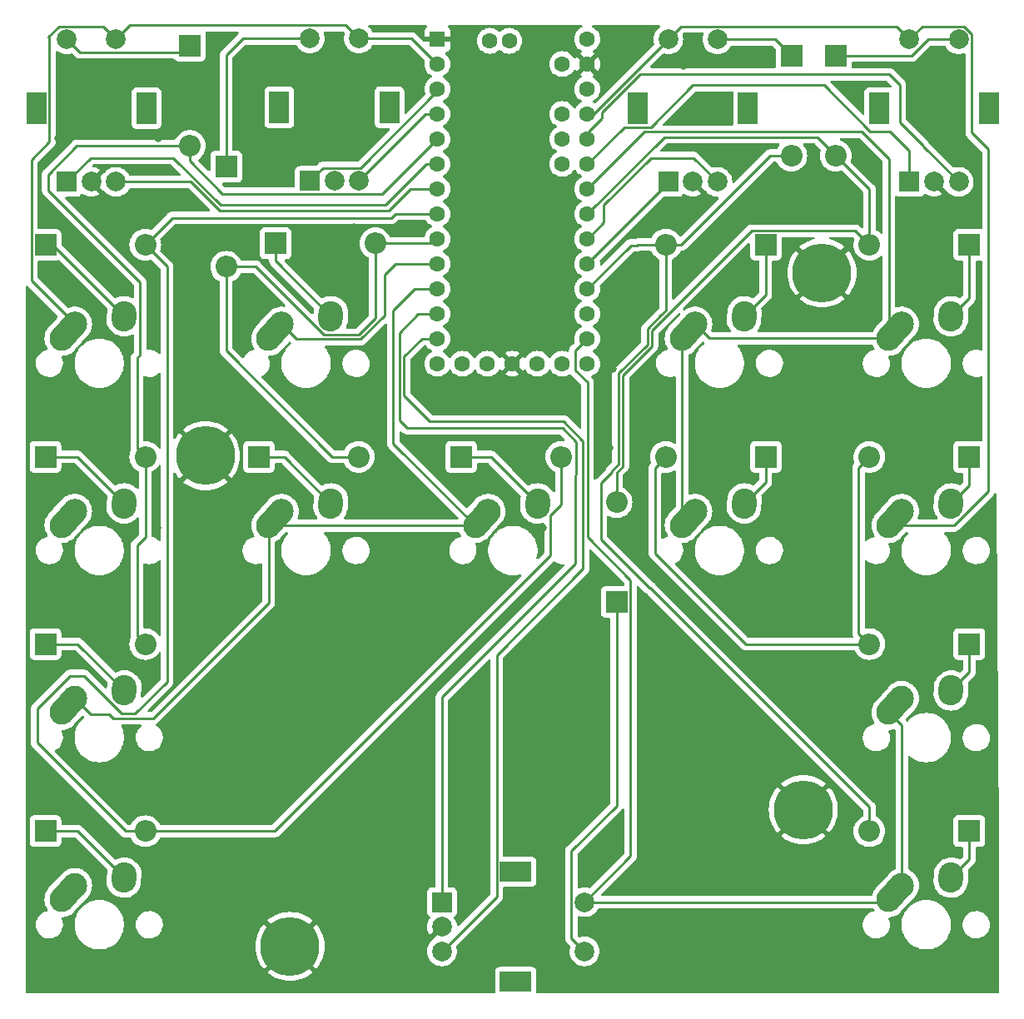
<source format=gbr>
%TF.GenerationSoftware,KiCad,Pcbnew,(6.0.5)*%
%TF.CreationDate,2022-06-03T20:05:36-07:00*%
%TF.ProjectId,big Wheel circuitboard,62696720-5768-4656-956c-206369726375,01*%
%TF.SameCoordinates,Original*%
%TF.FileFunction,Copper,L1,Top*%
%TF.FilePolarity,Positive*%
%FSLAX46Y46*%
G04 Gerber Fmt 4.6, Leading zero omitted, Abs format (unit mm)*
G04 Created by KiCad (PCBNEW (6.0.5)) date 2022-06-03 20:05:36*
%MOMM*%
%LPD*%
G01*
G04 APERTURE LIST*
G04 Aperture macros list*
%AMHorizOval*
0 Thick line with rounded ends*
0 $1 width*
0 $2 $3 position (X,Y) of the first rounded end (center of the circle)*
0 $4 $5 position (X,Y) of the second rounded end (center of the circle)*
0 Add line between two ends*
20,1,$1,$2,$3,$4,$5,0*
0 Add two circle primitives to create the rounded ends*
1,1,$1,$2,$3*
1,1,$1,$4,$5*%
G04 Aperture macros list end*
%TA.AperFunction,ComponentPad*%
%ADD10R,2.000000X2.000000*%
%TD*%
%TA.AperFunction,ComponentPad*%
%ADD11C,2.000000*%
%TD*%
%TA.AperFunction,ComponentPad*%
%ADD12R,2.000000X3.200000*%
%TD*%
%TA.AperFunction,ComponentPad*%
%ADD13R,2.200000X2.200000*%
%TD*%
%TA.AperFunction,ComponentPad*%
%ADD14O,2.200000X2.200000*%
%TD*%
%TA.AperFunction,ComponentPad*%
%ADD15R,1.600000X1.600000*%
%TD*%
%TA.AperFunction,ComponentPad*%
%ADD16C,1.600000*%
%TD*%
%TA.AperFunction,ComponentPad*%
%ADD17HorizOval,2.500000X0.656270X0.728862X-0.656270X-0.728862X0*%
%TD*%
%TA.AperFunction,ComponentPad*%
%ADD18C,2.500000*%
%TD*%
%TA.AperFunction,ComponentPad*%
%ADD19HorizOval,2.500000X0.020277X0.289981X-0.020277X-0.289981X0*%
%TD*%
%TA.AperFunction,ComponentPad*%
%ADD20C,6.000000*%
%TD*%
%TA.AperFunction,ComponentPad*%
%ADD21R,3.200000X2.000000*%
%TD*%
%TA.AperFunction,ViaPad*%
%ADD22C,0.800000*%
%TD*%
%TA.AperFunction,Conductor*%
%ADD23C,0.250000*%
%TD*%
G04 APERTURE END LIST*
D10*
%TO.P,SW18,A,A*%
%TO.N,TEENSY_PIN_21*%
X265700000Y-53850000D03*
D11*
%TO.P,SW18,B,B*%
%TO.N,TEENSY_PIN_22*%
X270700000Y-53850000D03*
%TO.P,SW18,C,C*%
%TO.N,GND*%
X268200000Y-53850000D03*
D12*
%TO.P,SW18,MP*%
%TO.N,N/C*%
X273800000Y-46350000D03*
X262600000Y-46350000D03*
D11*
%TO.P,SW18,S1,S1*%
%TO.N,SW18_P0*%
X270700000Y-39350000D03*
%TO.P,SW18,S2,S2*%
%TO.N,TEENSY_PIN_23*%
X265700000Y-39350000D03*
%TD*%
D13*
%TO.P,D9,1,K*%
%TO.N,Net-(D9-Pad1)*%
X220120000Y-81816666D03*
D14*
%TO.P,D9,2,A*%
%TO.N,TEENSY_PIN_6*%
X230280000Y-81816666D03*
%TD*%
D13*
%TO.P,D18,1,K*%
%TO.N,SW18_P0*%
X258190416Y-41020000D03*
D14*
%TO.P,D18,2,A*%
%TO.N,TEENSY_PIN_19*%
X258190416Y-51180000D03*
%TD*%
D15*
%TO.P,U1,1,GND*%
%TO.N,GND*%
X217680000Y-39325000D03*
D16*
%TO.P,U1,2,0_RX1_MOSI1_Touch*%
%TO.N,TEENSY_PIN_0*%
X217680000Y-41865000D03*
%TO.P,U1,3,1_TX1_MISO1_Touch*%
%TO.N,TEENSY_PIN_1*%
X217680000Y-44405000D03*
%TO.P,U1,4,2*%
%TO.N,TEENSY_PIN_2*%
X217680000Y-46945000D03*
%TO.P,U1,5,3_RX1_PWM_Touch*%
%TO.N,TEENSY_PIN_3*%
X217680000Y-49485000D03*
%TO.P,U1,6,4_TX1_PWM_Touch*%
%TO.N,TEENSY_PIN_4*%
X217680000Y-52025000D03*
%TO.P,U1,7,5_TX1_MISO1*%
%TO.N,TEENSY_PIN_5*%
X217680000Y-54565000D03*
%TO.P,U1,8,6_RX3_CS1_PWM*%
%TO.N,TEENSY_PIN_6*%
X217680000Y-57105000D03*
%TO.P,U1,9,7_RX3_MOSI0*%
%TO.N,TEENSY_PIN_7*%
X217680000Y-59645000D03*
%TO.P,U1,10,8_TX3_MISO0*%
%TO.N,TEENSY_PIN_8*%
X217680000Y-62185000D03*
%TO.P,U1,11,9_RX2_PWM*%
%TO.N,TEENSY_PIN_9*%
X217680000Y-64725000D03*
%TO.P,U1,12,10_TX2_CS0_PWM*%
%TO.N,TEENSY_PIN_10*%
X217680000Y-67265000D03*
%TO.P,U1,13,11_MOSI0*%
%TO.N,TEENSY_PIN_11*%
X217680000Y-69805000D03*
%TO.P,U1,14,12_MISO0*%
%TO.N,unconnected-(U1-Pad14)*%
X217680000Y-72345000D03*
%TO.P,U1,15,17_Vin*%
%TO.N,unconnected-(U1-Pad15)*%
X220220000Y-72345000D03*
%TO.P,U1,16,3.3V*%
%TO.N,unconnected-(U1-Pad16)*%
X222760000Y-72345000D03*
%TO.P,U1,17,GND*%
%TO.N,GND*%
X225300000Y-72345000D03*
%TO.P,U1,18,Program*%
%TO.N,unconnected-(U1-Pad18)*%
X227840000Y-72345000D03*
%TO.P,U1,19,26_A12/DAC*%
%TO.N,unconnected-(U1-Pad19)*%
X230380000Y-72345000D03*
%TO.P,U1,20,13_LED_SCK0*%
%TO.N,unconnected-(U1-Pad20)*%
X232920000Y-72345000D03*
%TO.P,U1,21,14_A0_SCK0*%
%TO.N,TEENSY_PIN_14*%
X232920000Y-69805000D03*
%TO.P,U1,22,15_A1_Touch*%
%TO.N,TEENSY_PIN_15*%
X232920000Y-67265000D03*
%TO.P,U1,23,16_A2_SCL0_PWM_Touch*%
%TO.N,TEENSY_PIN_16*%
X232920000Y-64725000D03*
%TO.P,U1,24,17_A3_SDA0_PWM_Touch*%
%TO.N,TEENSY_PIN_17*%
X232920000Y-62185000D03*
%TO.P,U1,25,18_A4_SDA0_Touch*%
%TO.N,TEENSY_PIN_18*%
X232920000Y-59645000D03*
%TO.P,U1,26,19_A5_SCL0_Touch*%
%TO.N,TEENSY_PIN_19*%
X232920000Y-57105000D03*
%TO.P,U1,27,20_A6_SCK1_PWM_TX3*%
%TO.N,TEENSY_PIN_20*%
X232920000Y-54565000D03*
%TO.P,U1,28,21_A7_MOSI1_RX1*%
%TO.N,TEENSY_PIN_21*%
X232920000Y-52025000D03*
%TO.P,U1,29,22_A8_SCL1_PWM_Touch*%
%TO.N,TEENSY_PIN_22*%
X232920000Y-49485000D03*
%TO.P,U1,30,23_A9_SDA1_PWM_Touch*%
%TO.N,TEENSY_PIN_23*%
X232920000Y-46945000D03*
%TO.P,U1,31,3.3V*%
%TO.N,unconnected-(U1-Pad31)*%
X232920000Y-44405000D03*
%TO.P,U1,32,GND*%
%TO.N,GND*%
X232920000Y-41865000D03*
%TO.P,U1,33,Vin*%
%TO.N,unconnected-(U1-Pad33)*%
X232920000Y-39325000D03*
%TO.P,U1,34,VUSB*%
%TO.N,unconnected-(U1-Pad34)*%
X230380000Y-41865000D03*
%TO.P,U1,35,AREF*%
%TO.N,unconnected-(U1-Pad35)*%
X230380000Y-46945000D03*
%TO.P,U1,36,24_A10*%
%TO.N,unconnected-(U1-Pad36)*%
X230380000Y-49485000D03*
%TO.P,U1,37,25_A11*%
%TO.N,unconnected-(U1-Pad37)*%
X230380000Y-52025000D03*
%TO.P,U1,39,D+*%
%TO.N,unconnected-(U1-Pad39)*%
X223014000Y-39502800D03*
%TO.P,U1,40,D-*%
%TO.N,unconnected-(U1-Pad40)*%
X224995200Y-39502800D03*
%TD*%
D17*
%TO.P,SW8,1,1*%
%TO.N,TEENSY_PIN_8*%
X180146269Y-126131140D03*
D18*
X180800000Y-125400000D03*
D19*
%TO.P,SW8,2,2*%
%TO.N,Net-(D8-Pad1)*%
X185820000Y-124610000D03*
%TD*%
D13*
%TO.P,D1,1,K*%
%TO.N,SW1_P1*%
X192509583Y-40020000D03*
D14*
%TO.P,D1,2,A*%
%TO.N,TEENSY_PIN_3*%
X192509583Y-50180000D03*
%TD*%
D17*
%TO.P,SW12,1,1*%
%TO.N,TEENSY_PIN_14*%
X264246269Y-107097806D03*
D18*
X264900000Y-106366666D03*
D19*
%TO.P,SW12,2,2*%
%TO.N,Net-(D12-Pad1)*%
X269920000Y-105576666D03*
%TD*%
D13*
%TO.P,D6,1,K*%
%TO.N,Net-(D6-Pad1)*%
X199520000Y-81816666D03*
D14*
%TO.P,D6,2,A*%
%TO.N,TEENSY_PIN_7*%
X209680000Y-81816666D03*
%TD*%
D20*
%TO.P,H4,1,1*%
%TO.N,GND*%
X254900000Y-117700000D03*
%TD*%
D13*
%TO.P,D3,1,K*%
%TO.N,Net-(D3-Pad1)*%
X177820000Y-60236500D03*
D14*
%TO.P,D3,2,A*%
%TO.N,TEENSY_PIN_6*%
X187980000Y-60236500D03*
%TD*%
D18*
%TO.P,SW9,1,1*%
%TO.N,TEENSY_PIN_9*%
X222850000Y-87333333D03*
D17*
X222196269Y-88064473D03*
D19*
%TO.P,SW9,2,2*%
%TO.N,Net-(D9-Pad1)*%
X227870000Y-86543333D03*
%TD*%
D18*
%TO.P,SW5,1,1*%
%TO.N,TEENSY_PIN_8*%
X180800000Y-87333333D03*
D17*
X180146269Y-88064473D03*
D19*
%TO.P,SW5,2,2*%
%TO.N,Net-(D5-Pad1)*%
X185820000Y-86543333D03*
%TD*%
D17*
%TO.P,SW3,1,1*%
%TO.N,TEENSY_PIN_0*%
X180146269Y-69031140D03*
D18*
X180800000Y-68300000D03*
D19*
%TO.P,SW3,2,2*%
%TO.N,Net-(D3-Pad1)*%
X185820000Y-67510000D03*
%TD*%
D13*
%TO.P,D10,1,K*%
%TO.N,SW10_P0*%
X235900000Y-96580000D03*
D14*
%TO.P,D10,2,A*%
%TO.N,TEENSY_PIN_19*%
X235900000Y-86420000D03*
%TD*%
D10*
%TO.P,SW17,A,A*%
%TO.N,TEENSY_PIN_17*%
X241171250Y-53850000D03*
D11*
%TO.P,SW17,B,B*%
%TO.N,TEENSY_PIN_18*%
X246171250Y-53850000D03*
%TO.P,SW17,C,C*%
%TO.N,GND*%
X243671250Y-53850000D03*
D12*
%TO.P,SW17,MP*%
%TO.N,N/C*%
X249271250Y-46350000D03*
X238071250Y-46350000D03*
D11*
%TO.P,SW17,S1,S1*%
%TO.N,SW17_P0*%
X246171250Y-39350000D03*
%TO.P,SW17,S2,S2*%
%TO.N,TEENSY_PIN_23*%
X241171250Y-39350000D03*
%TD*%
D13*
%TO.P,D7,1,K*%
%TO.N,Net-(D7-Pad1)*%
X177820000Y-100849999D03*
D14*
%TO.P,D7,2,A*%
%TO.N,TEENSY_PIN_3*%
X187980000Y-100849999D03*
%TD*%
D13*
%TO.P,D17,1,K*%
%TO.N,SW17_P0*%
X253680833Y-41020000D03*
D14*
%TO.P,D17,2,A*%
%TO.N,TEENSY_PIN_16*%
X253680833Y-51180000D03*
%TD*%
D17*
%TO.P,SW15,1,1*%
%TO.N,TEENSY_PIN_20*%
X243221269Y-69031140D03*
D18*
X243875000Y-68300000D03*
D19*
%TO.P,SW15,2,2*%
%TO.N,Net-(SW15-Pad2)*%
X248895000Y-67510000D03*
%TD*%
D13*
%TO.P,D4,1,K*%
%TO.N,Net-(SW4-Pad2)*%
X201220000Y-60100000D03*
D14*
%TO.P,D4,2,A*%
%TO.N,TEENSY_PIN_7*%
X211380000Y-60100000D03*
%TD*%
D17*
%TO.P,SW13,1,1*%
%TO.N,TEENSY_PIN_20*%
X243221269Y-88064473D03*
D18*
X243875000Y-87333333D03*
D19*
%TO.P,SW13,2,2*%
%TO.N,Net-(D13-Pad1)*%
X248895000Y-86543333D03*
%TD*%
D13*
%TO.P,D13,1,K*%
%TO.N,Net-(D13-Pad1)*%
X251080000Y-81816666D03*
D14*
%TO.P,D13,2,A*%
%TO.N,TEENSY_PIN_15*%
X240920000Y-81816666D03*
%TD*%
D13*
%TO.P,D8,1,K*%
%TO.N,Net-(D8-Pad1)*%
X177820000Y-119883333D03*
D14*
%TO.P,D8,2,A*%
%TO.N,TEENSY_PIN_6*%
X187980000Y-119883333D03*
%TD*%
D10*
%TO.P,SW1,A,A*%
%TO.N,TEENSY_PIN_4*%
X180000000Y-53850000D03*
D11*
%TO.P,SW1,B,B*%
%TO.N,TEENSY_PIN_5*%
X185000000Y-53850000D03*
%TO.P,SW1,C,C*%
%TO.N,GND*%
X182500000Y-53850000D03*
D12*
%TO.P,SW1,MP*%
%TO.N,N/C*%
X188100000Y-46350000D03*
X176900000Y-46350000D03*
D11*
%TO.P,SW1,S1,S1*%
%TO.N,TEENSY_PIN_0*%
X185000000Y-39350000D03*
%TO.P,SW1,S2,S2*%
%TO.N,SW1_P1*%
X180000000Y-39350000D03*
%TD*%
D17*
%TO.P,SW11,1,1*%
%TO.N,TEENSY_PIN_14*%
X264246269Y-126131140D03*
D18*
X264900000Y-125400000D03*
D19*
%TO.P,SW11,2,2*%
%TO.N,Net-(SW11-Pad2)*%
X269920000Y-124610000D03*
%TD*%
D18*
%TO.P,SW6,1,1*%
%TO.N,TEENSY_PIN_9*%
X201825000Y-87333333D03*
D17*
X201171269Y-88064473D03*
D19*
%TO.P,SW6,2,2*%
%TO.N,Net-(D6-Pad1)*%
X206845000Y-86543333D03*
%TD*%
D20*
%TO.P,H3,1,1*%
%TO.N,GND*%
X194100000Y-81700000D03*
%TD*%
D17*
%TO.P,SW14,1,1*%
%TO.N,TEENSY_PIN_23*%
X264246269Y-88064473D03*
D18*
X264900000Y-87333333D03*
D19*
%TO.P,SW14,2,2*%
%TO.N,Net-(D14-Pad1)*%
X269920000Y-86543333D03*
%TD*%
D20*
%TO.P,H1,1,1*%
%TO.N,GND*%
X202700000Y-131600000D03*
%TD*%
D10*
%TO.P,SW10,A,A*%
%TO.N,TEENSY_PIN_10*%
X218150000Y-127100000D03*
D11*
%TO.P,SW10,B,B*%
%TO.N,TEENSY_PIN_11*%
X218150000Y-132100000D03*
%TO.P,SW10,C,C*%
%TO.N,GND*%
X218150000Y-129600000D03*
D21*
%TO.P,SW10,MP*%
%TO.N,N/C*%
X225650000Y-124000000D03*
X225650000Y-135200000D03*
D11*
%TO.P,SW10,S1,S1*%
%TO.N,SW10_P0*%
X232650000Y-132100000D03*
%TO.P,SW10,S2,S2*%
%TO.N,TEENSY_PIN_14*%
X232650000Y-127100000D03*
%TD*%
D13*
%TO.P,D14,1,K*%
%TO.N,Net-(D14-Pad1)*%
X271780000Y-81816666D03*
D14*
%TO.P,D14,2,A*%
%TO.N,TEENSY_PIN_15*%
X261620000Y-81816666D03*
%TD*%
D13*
%TO.P,D15,1,K*%
%TO.N,Net-(SW15-Pad2)*%
X251080000Y-60236500D03*
D14*
%TO.P,D15,2,A*%
%TO.N,TEENSY_PIN_16*%
X240920000Y-60236500D03*
%TD*%
D18*
%TO.P,SW16,1,1*%
%TO.N,TEENSY_PIN_20*%
X264900000Y-68300000D03*
D17*
X264246269Y-69031140D03*
D19*
%TO.P,SW16,2,2*%
%TO.N,Net-(SW16-Pad2)*%
X269920000Y-67510000D03*
%TD*%
D13*
%TO.P,D12,1,K*%
%TO.N,Net-(D12-Pad1)*%
X271780000Y-100849999D03*
D14*
%TO.P,D12,2,A*%
%TO.N,TEENSY_PIN_15*%
X261620000Y-100849999D03*
%TD*%
D20*
%TO.P,H2,1,1*%
%TO.N,GND*%
X256800000Y-63100000D03*
%TD*%
D13*
%TO.P,D16,1,K*%
%TO.N,Net-(SW16-Pad2)*%
X271780000Y-60236500D03*
D14*
%TO.P,D16,2,A*%
%TO.N,TEENSY_PIN_19*%
X261620000Y-60236500D03*
%TD*%
D13*
%TO.P,D5,1,K*%
%TO.N,Net-(D5-Pad1)*%
X177820000Y-81816666D03*
D14*
%TO.P,D5,2,A*%
%TO.N,TEENSY_PIN_3*%
X187980000Y-81816666D03*
%TD*%
D18*
%TO.P,SW4,1,1*%
%TO.N,TEENSY_PIN_8*%
X201825000Y-68300000D03*
D17*
X201171269Y-69031140D03*
D19*
%TO.P,SW4,2,2*%
%TO.N,Net-(SW4-Pad2)*%
X206845000Y-67510000D03*
%TD*%
D10*
%TO.P,SW2,A,A*%
%TO.N,TEENSY_PIN_1*%
X204700000Y-53750000D03*
D11*
%TO.P,SW2,B,B*%
%TO.N,TEENSY_PIN_2*%
X209700000Y-53750000D03*
%TO.P,SW2,C,C*%
%TO.N,GND*%
X207200000Y-53750000D03*
D12*
%TO.P,SW2,MP*%
%TO.N,N/C*%
X201600000Y-46250000D03*
X212800000Y-46250000D03*
D11*
%TO.P,SW2,S1,S1*%
%TO.N,TEENSY_PIN_0*%
X209700000Y-39250000D03*
%TO.P,SW2,S2,S2*%
%TO.N,SW2_P1*%
X204700000Y-39250000D03*
%TD*%
D18*
%TO.P,SW7,1,1*%
%TO.N,TEENSY_PIN_9*%
X180800000Y-106366666D03*
D17*
X180146269Y-107097806D03*
D19*
%TO.P,SW7,2,2*%
%TO.N,Net-(D7-Pad1)*%
X185820000Y-105576666D03*
%TD*%
D13*
%TO.P,D2,1,K*%
%TO.N,SW2_P1*%
X196200000Y-52320000D03*
D14*
%TO.P,D2,2,A*%
%TO.N,TEENSY_PIN_7*%
X196200000Y-62480000D03*
%TD*%
D13*
%TO.P,D11,1,K*%
%TO.N,Net-(SW11-Pad2)*%
X271780000Y-119883333D03*
D14*
%TO.P,D11,2,A*%
%TO.N,TEENSY_PIN_16*%
X261620000Y-119883333D03*
%TD*%
D22*
%TO.N,GND*%
X178766667Y-57100000D03*
X270100000Y-64100000D03*
X269666667Y-134700000D03*
X198933333Y-122600000D03*
X189733333Y-42700000D03*
X189300000Y-49400000D03*
X229433332Y-65600000D03*
X235600000Y-120100000D03*
X180300000Y-112200000D03*
X258633331Y-97400000D03*
X200900000Y-103000000D03*
X188900000Y-57100000D03*
X188800000Y-122600000D03*
X259833331Y-57100000D03*
X178466667Y-134700000D03*
X268100000Y-122200000D03*
X238566665Y-89000000D03*
X270400000Y-108300000D03*
X229433332Y-57100000D03*
X218099999Y-97400000D03*
X241200000Y-86000000D03*
X238666665Y-108500000D03*
X208266666Y-108500000D03*
X207966666Y-97400000D03*
X249700000Y-89200000D03*
X229533332Y-77000000D03*
X209999999Y-42700000D03*
X259733331Y-122600000D03*
X198133333Y-108500000D03*
X177566667Y-97400000D03*
X188600000Y-134700000D03*
X209266666Y-77000000D03*
X271700000Y-89300000D03*
X228533332Y-108500000D03*
X260600000Y-44200000D03*
X249399998Y-134700000D03*
X219600000Y-108500000D03*
X178666667Y-122600000D03*
X199866666Y-42700000D03*
X249500000Y-64500000D03*
X199133333Y-77000000D03*
X249200000Y-51000000D03*
X259933331Y-77000000D03*
X219299999Y-65600000D03*
X208866666Y-134700000D03*
X259533331Y-134700000D03*
X219399999Y-77000000D03*
X209166666Y-65600000D03*
X218999999Y-134700000D03*
X209166666Y-58500000D03*
X207600000Y-90200000D03*
X233600000Y-123400000D03*
X235500000Y-72900000D03*
X220133332Y-42700000D03*
X270800000Y-42700000D03*
X229333332Y-122600000D03*
X250600000Y-41600000D03*
X235200000Y-80900000D03*
X244728561Y-50785770D03*
X188900000Y-65600000D03*
X268766667Y-97400000D03*
X219700000Y-57100000D03*
X239566665Y-65600000D03*
X177000000Y-89000000D03*
X235900000Y-67500000D03*
X218200000Y-90100000D03*
X188700000Y-97400000D03*
X188400000Y-113000000D03*
X258933331Y-108500000D03*
X199033333Y-65600000D03*
X189200000Y-89000000D03*
X238366665Y-97400000D03*
X258833331Y-89000000D03*
X239266665Y-134700000D03*
X270066667Y-77000000D03*
X270366667Y-49400000D03*
X178866667Y-77000000D03*
X229133332Y-134700000D03*
X209566666Y-49400000D03*
X179600000Y-65500000D03*
X199433333Y-49400000D03*
X249799998Y-77000000D03*
X198733333Y-134700000D03*
X242700000Y-42000000D03*
X219199999Y-122600000D03*
X248499998Y-97400000D03*
X243300000Y-47400000D03*
X198700000Y-58800000D03*
X179166667Y-49400000D03*
X198033333Y-89000000D03*
X248799998Y-108500000D03*
X249599998Y-122600000D03*
X259833331Y-65600000D03*
X248000000Y-52900000D03*
X239466665Y-122600000D03*
X228200000Y-49500000D03*
X269966667Y-57100000D03*
X249699998Y-57100000D03*
X189000000Y-77000000D03*
X260233331Y-50300000D03*
X179600000Y-42700000D03*
X228433332Y-89000000D03*
X197833333Y-97400000D03*
X228900000Y-44300000D03*
X239566665Y-57100000D03*
X209066666Y-122600000D03*
X230400000Y-98100000D03*
%TD*%
D23*
%TO.N,TEENSY_PIN_3*%
X187456455Y-64056455D02*
X187456455Y-71456454D01*
X187980000Y-81816666D02*
X187980000Y-89966242D01*
X178100000Y-54700000D02*
X187456455Y-64056455D01*
X195848460Y-55074511D02*
X192509583Y-51735634D01*
X187130479Y-90815763D02*
X187130479Y-100000478D01*
X217680000Y-49485000D02*
X212090489Y-55074511D01*
X187130479Y-71782430D02*
X187130479Y-80967145D01*
X192509583Y-50180000D02*
X181020978Y-50180000D01*
X187980000Y-89966242D02*
X187130479Y-90815763D01*
X187130479Y-80967145D02*
X187980000Y-81816666D01*
X212090489Y-55074511D02*
X195848460Y-55074511D01*
X181020978Y-50180000D02*
X178100000Y-53100978D01*
X178100000Y-53100978D02*
X178100000Y-54700000D01*
X192509583Y-51735634D02*
X192509583Y-50180000D01*
X187456455Y-71456454D02*
X187130479Y-71782430D01*
X187130479Y-100000478D02*
X187980000Y-100849999D01*
%TO.N,Net-(D3-Pad1)*%
X178546500Y-60236500D02*
X185820000Y-67510000D01*
X177820000Y-60236500D02*
X178546500Y-60236500D01*
%TO.N,TEENSY_PIN_19*%
X256310416Y-49300000D02*
X240725000Y-49300000D01*
X236549520Y-73510812D02*
X239500000Y-70560332D01*
X249655489Y-58811989D02*
X260195489Y-58811989D01*
X239500000Y-68967478D02*
X249655489Y-58811989D01*
X236549520Y-82765959D02*
X236549520Y-73510812D01*
X261620000Y-60236500D02*
X261620000Y-54609584D01*
X260195489Y-58811989D02*
X261620000Y-60236500D01*
X235900000Y-86420000D02*
X235900000Y-83415480D01*
X239500000Y-70560332D02*
X239500000Y-68967478D01*
X261620000Y-54609584D02*
X258190416Y-51180000D01*
X240725000Y-49300000D02*
X232920000Y-57105000D01*
X235900000Y-83415480D02*
X236549520Y-82765959D01*
X258190416Y-51180000D02*
X256310416Y-49300000D01*
%TO.N,Net-(D5-Pad1)*%
X177820000Y-81816666D02*
X181093333Y-81816666D01*
X181093333Y-81816666D02*
X185820000Y-86543333D01*
%TO.N,Net-(D6-Pad1)*%
X199520000Y-81816666D02*
X202118333Y-81816666D01*
X202118333Y-81816666D02*
X206845000Y-86543333D01*
%TO.N,Net-(D7-Pad1)*%
X177820000Y-100849999D02*
X181093333Y-100849999D01*
X181093333Y-100849999D02*
X185820000Y-105576666D01*
%TO.N,TEENSY_PIN_4*%
X216575000Y-52025000D02*
X217680000Y-52025000D01*
X195600000Y-56200000D02*
X212400000Y-56200000D01*
X190800000Y-51400000D02*
X195600000Y-56200000D01*
X212400000Y-56200000D02*
X216575000Y-52025000D01*
X182450000Y-51400000D02*
X190800000Y-51400000D01*
X180000000Y-53850000D02*
X182450000Y-51400000D01*
%TO.N,TEENSY_PIN_20*%
X263590000Y-51490000D02*
X263590000Y-69760000D01*
X232920000Y-54565000D02*
X238717630Y-48767370D01*
X243875000Y-68300000D02*
X245335000Y-69760000D01*
X238717630Y-48767370D02*
X260867370Y-48767370D01*
X242565000Y-88793333D02*
X242565000Y-69760000D01*
X260867370Y-48767370D02*
X263590000Y-51490000D01*
X245335000Y-69760000D02*
X263590000Y-69760000D01*
%TO.N,Net-(D12-Pad1)*%
X271780000Y-103716666D02*
X269920000Y-105576666D01*
X271780000Y-100849999D02*
X271780000Y-103716666D01*
%TO.N,TEENSY_PIN_5*%
X212700000Y-56800000D02*
X214935000Y-54565000D01*
X185000000Y-53850000D02*
X192614282Y-53850000D01*
X192614282Y-53850000D02*
X195564282Y-56800000D01*
X195564282Y-56800000D02*
X212700000Y-56800000D01*
X214935000Y-54565000D02*
X217680000Y-54565000D01*
%TO.N,TEENSY_PIN_21*%
X257000978Y-44000000D02*
X243670272Y-44000000D01*
X236670489Y-48274511D02*
X232920000Y-52025000D01*
X263700000Y-48700000D02*
X261700978Y-48700000D01*
X265700000Y-50700000D02*
X263700000Y-48700000D01*
X261700978Y-48700000D02*
X257000978Y-44000000D01*
X243670272Y-44000000D02*
X239395761Y-48274511D01*
X265700000Y-53850000D02*
X265700000Y-50700000D01*
X239395761Y-48274511D02*
X236670489Y-48274511D01*
%TO.N,TEENSY_PIN_7*%
X199219121Y-62480000D02*
X206139121Y-69400000D01*
X206139121Y-69400000D02*
X209700000Y-69400000D01*
X217225000Y-60100000D02*
X217680000Y-59645000D01*
X196200000Y-62480000D02*
X196200000Y-71022091D01*
X196200000Y-62480000D02*
X199219121Y-62480000D01*
X209700000Y-69400000D02*
X211380000Y-67720000D01*
X206994575Y-81816666D02*
X209680000Y-81816666D01*
X211380000Y-67720000D02*
X211380000Y-60100000D01*
X211380000Y-60100000D02*
X217225000Y-60100000D01*
X196200000Y-71022091D02*
X206994575Y-81816666D01*
%TO.N,TEENSY_PIN_1*%
X209873533Y-52425489D02*
X206024511Y-52425489D01*
X206024511Y-52425489D02*
X204700000Y-53750000D01*
X217680000Y-44619022D02*
X209873533Y-52425489D01*
X217680000Y-44405000D02*
X217680000Y-44619022D01*
%TO.N,TEENSY_PIN_16*%
X235450480Y-83229282D02*
X236100000Y-82579762D01*
X235450480Y-83349520D02*
X235450480Y-83229282D01*
X234300000Y-90200000D02*
X234300000Y-84500000D01*
X240920000Y-66911760D02*
X240465880Y-67365880D01*
X261620000Y-119883333D02*
X261620000Y-117420000D01*
X239355489Y-95155489D02*
X239255489Y-95155489D01*
X261620000Y-117420000D02*
X239355489Y-95155489D01*
X251532134Y-51180000D02*
X253680833Y-51180000D01*
X238000000Y-60300000D02*
X238063500Y-60236500D01*
X240920000Y-60236500D02*
X242475634Y-60236500D01*
X236100000Y-73324614D02*
X239050480Y-70374134D01*
X239050480Y-70374134D02*
X239050480Y-68781280D01*
X234300000Y-84500000D02*
X235450480Y-83349520D01*
X232920000Y-64725000D02*
X237345000Y-60300000D01*
X242475634Y-60236500D02*
X251532134Y-51180000D01*
X238063500Y-60236500D02*
X240920000Y-60236500D01*
X240920000Y-60236500D02*
X240920000Y-66911760D01*
X239255489Y-95155489D02*
X234300000Y-90200000D01*
X237345000Y-60300000D02*
X238000000Y-60300000D01*
X236100000Y-82579762D02*
X236100000Y-73324614D01*
X239050480Y-68781280D02*
X240465880Y-67365880D01*
%TO.N,TEENSY_PIN_6*%
X229180479Y-87762764D02*
X230280000Y-86663243D01*
X186949520Y-107950480D02*
X190200000Y-104700000D01*
X213395000Y-57105000D02*
X217680000Y-57105000D01*
X187980000Y-60236500D02*
X190716500Y-57500000D01*
X190716500Y-57500000D02*
X213000000Y-57500000D01*
X190200000Y-62456500D02*
X187980000Y-60236500D01*
X213000000Y-57500000D02*
X213395000Y-57105000D01*
X229180479Y-91850903D02*
X229180479Y-87762764D01*
X180300000Y-104100000D02*
X181747455Y-104100000D01*
X201148049Y-119883333D02*
X229180479Y-91850903D01*
X181747455Y-104100000D02*
X185597935Y-107950480D01*
X190200000Y-104700000D02*
X190200000Y-62456500D01*
X185969576Y-119883333D02*
X176970479Y-110884236D01*
X187980000Y-119883333D02*
X201148049Y-119883333D01*
X187980000Y-119883333D02*
X185969576Y-119883333D01*
X176970479Y-110884236D02*
X176970479Y-107429521D01*
X230280000Y-86663243D02*
X230280000Y-81816666D01*
X176970479Y-107429521D02*
X180300000Y-104100000D01*
X185597935Y-107950480D02*
X186949520Y-107950480D01*
%TO.N,TEENSY_PIN_15*%
X260520001Y-82916665D02*
X260520001Y-99750000D01*
X239820001Y-82916665D02*
X239820001Y-91625425D01*
X239820001Y-91625425D02*
X249044575Y-100849999D01*
X261620000Y-81816666D02*
X260520001Y-82916665D01*
X240920000Y-81816666D02*
X239820001Y-82916665D01*
X249044575Y-100849999D02*
X261620000Y-100849999D01*
X260520001Y-99750000D02*
X261620000Y-100849999D01*
%TO.N,TEENSY_PIN_10*%
X230400000Y-78900000D02*
X214600000Y-78900000D01*
X218150000Y-106250000D02*
X231704511Y-92695489D01*
X231800000Y-80300000D02*
X230400000Y-78900000D01*
X231800000Y-83600000D02*
X231800000Y-80300000D01*
X218150000Y-127100000D02*
X218150000Y-106250000D01*
X213800000Y-78100000D02*
X213800000Y-69200000D01*
X215735000Y-67265000D02*
X217680000Y-67265000D01*
X213800000Y-69200000D02*
X215735000Y-67265000D01*
X214600000Y-78900000D02*
X213800000Y-78100000D01*
X231704511Y-92695489D02*
X231704511Y-83695489D01*
X231704511Y-83695489D02*
X231800000Y-83600000D01*
%TO.N,TEENSY_PIN_23*%
X273729521Y-85289137D02*
X273729521Y-50529521D01*
X264375489Y-38025489D02*
X242495761Y-38025489D01*
X242495761Y-38025489D02*
X241171250Y-39350000D01*
X263590000Y-88793333D02*
X270225325Y-88793333D01*
X233576250Y-46945000D02*
X232920000Y-46945000D01*
X272024511Y-38801368D02*
X271248632Y-38025489D01*
X270225325Y-88793333D02*
X273729521Y-85289137D01*
X267024511Y-38025489D02*
X265700000Y-39350000D01*
X265700000Y-39350000D02*
X264375489Y-38025489D01*
X273729521Y-50529521D02*
X272024511Y-48824511D01*
X271248632Y-38025489D02*
X267024511Y-38025489D01*
X272024511Y-48824511D02*
X272024511Y-38801368D01*
X241171250Y-39350000D02*
X233576250Y-46945000D01*
%TO.N,TEENSY_PIN_18*%
X234600000Y-56200000D02*
X234600000Y-58000000D01*
X239400000Y-51400000D02*
X234600000Y-56200000D01*
X246171250Y-53850000D02*
X243721250Y-51400000D01*
X243721250Y-51400000D02*
X239400000Y-51400000D01*
X234600000Y-58000000D02*
X232955000Y-59645000D01*
X232955000Y-59645000D02*
X232920000Y-59645000D01*
%TO.N,TEENSY_PIN_9*%
X184691415Y-108400000D02*
X188800000Y-108400000D01*
X182425479Y-107992145D02*
X184283560Y-107992145D01*
X188800000Y-108400000D02*
X200515000Y-96685000D01*
X215375000Y-64725000D02*
X213200000Y-66900000D01*
X180800000Y-106366666D02*
X182425479Y-107992145D01*
X200515000Y-96685000D02*
X200515000Y-88793333D01*
X213200000Y-66900000D02*
X213200000Y-80453333D01*
X217680000Y-64725000D02*
X215375000Y-64725000D01*
X221540000Y-88793333D02*
X200515000Y-88793333D01*
X213200000Y-80453333D02*
X221540000Y-88793333D01*
X184283560Y-107992145D02*
X184691415Y-108400000D01*
%TO.N,SW1_P1*%
X181324511Y-40674511D02*
X180000000Y-39350000D01*
X192509583Y-40020000D02*
X191855072Y-40674511D01*
X191855072Y-40674511D02*
X181324511Y-40674511D01*
%TO.N,SW2_P1*%
X196200000Y-52320000D02*
X196200000Y-40939166D01*
X196200000Y-40939166D02*
X197889166Y-39250000D01*
X197889166Y-39250000D02*
X204700000Y-39250000D01*
%TO.N,Net-(SW4-Pad2)*%
X201220000Y-61885000D02*
X206845000Y-67510000D01*
X201220000Y-60100000D02*
X201220000Y-61885000D01*
%TO.N,Net-(D8-Pad1)*%
X177820000Y-119883333D02*
X181093333Y-119883333D01*
X181093333Y-119883333D02*
X185820000Y-124610000D01*
%TO.N,Net-(D9-Pad1)*%
X220120000Y-81816666D02*
X223143333Y-81816666D01*
X223143333Y-81816666D02*
X227870000Y-86543333D01*
%TO.N,Net-(SW11-Pad2)*%
X271780000Y-122750000D02*
X269920000Y-124610000D01*
X271780000Y-119883333D02*
X271780000Y-122750000D01*
%TO.N,SW10_P0*%
X235900000Y-117300000D02*
X235900000Y-96580000D01*
X231325489Y-121874511D02*
X235900000Y-117300000D01*
X231325489Y-130775489D02*
X231325489Y-121874511D01*
X232650000Y-132100000D02*
X231325489Y-130775489D01*
%TO.N,Net-(D13-Pad1)*%
X251080000Y-81816666D02*
X251080000Y-84358333D01*
X251080000Y-84358333D02*
X248895000Y-86543333D01*
%TO.N,Net-(D14-Pad1)*%
X271780000Y-84683333D02*
X269920000Y-86543333D01*
X271780000Y-81816666D02*
X271780000Y-84683333D01*
%TO.N,Net-(SW15-Pad2)*%
X251080000Y-65325000D02*
X248895000Y-67510000D01*
X251080000Y-60236500D02*
X251080000Y-65325000D01*
%TO.N,Net-(SW16-Pad2)*%
X271780000Y-60236500D02*
X271780000Y-65650000D01*
X271780000Y-65650000D02*
X269920000Y-67510000D01*
%TO.N,SW17_P0*%
X252010833Y-39350000D02*
X253680833Y-41020000D01*
X246171250Y-39350000D02*
X252010833Y-39350000D01*
%TO.N,SW18_P0*%
X267573143Y-39350000D02*
X270700000Y-39350000D01*
X265903143Y-41020000D02*
X267573143Y-39350000D01*
X258190416Y-41020000D02*
X265903143Y-41020000D01*
%TO.N,TEENSY_PIN_2*%
X209700000Y-53750000D02*
X216505000Y-46945000D01*
X216505000Y-46945000D02*
X217680000Y-46945000D01*
%TO.N,TEENSY_PIN_22*%
X234400000Y-46772228D02*
X234400000Y-47400000D01*
X267100000Y-50250000D02*
X267100000Y-50200000D01*
X263600000Y-42900000D02*
X238272228Y-42900000D01*
X234400000Y-47400000D02*
X233100000Y-48700000D01*
X267100000Y-50200000D02*
X264700000Y-47800000D01*
X264700000Y-47800000D02*
X264700000Y-44000000D01*
X238272228Y-42900000D02*
X234400000Y-46772228D01*
X270700000Y-53850000D02*
X267100000Y-50250000D01*
X264700000Y-44000000D02*
X263600000Y-42900000D01*
%TO.N,TEENSY_PIN_8*%
X209886198Y-69849520D02*
X212300000Y-67435718D01*
X201825000Y-68300000D02*
X203374520Y-69849520D01*
X203374520Y-69849520D02*
X209886198Y-69849520D01*
X213415000Y-62185000D02*
X217680000Y-62185000D01*
X212300000Y-67435718D02*
X212300000Y-63300000D01*
X212300000Y-63300000D02*
X213415000Y-62185000D01*
%TO.N,TEENSY_PIN_11*%
X214300000Y-71600000D02*
X216095000Y-69805000D01*
X223725489Y-126524511D02*
X223725489Y-101974511D01*
X214300000Y-75600000D02*
X214300000Y-71600000D01*
X232500000Y-80200000D02*
X230500000Y-78200000D01*
X216900000Y-78200000D02*
X214300000Y-75600000D01*
X216095000Y-69805000D02*
X217680000Y-69805000D01*
X232500000Y-93200000D02*
X232500000Y-80200000D01*
X223725489Y-101974511D02*
X232500000Y-93200000D01*
X230500000Y-78200000D02*
X216900000Y-78200000D01*
X218150000Y-132100000D02*
X223725489Y-126524511D01*
%TO.N,TEENSY_PIN_17*%
X241171250Y-53933750D02*
X232920000Y-62185000D01*
X241171250Y-53850000D02*
X241171250Y-53933750D01*
%TO.N,TEENSY_PIN_0*%
X183675489Y-38025489D02*
X179174511Y-38025489D01*
X179174511Y-38025489D02*
X178100000Y-39100000D01*
X185000000Y-39350000D02*
X183675489Y-38025489D01*
X215065000Y-39250000D02*
X217680000Y-41865000D01*
X208375489Y-37925489D02*
X186424511Y-37925489D01*
X178224511Y-49775489D02*
X176395489Y-51604511D01*
X176395489Y-51604511D02*
X176395489Y-63895489D01*
X209700000Y-39250000D02*
X208375489Y-37925489D01*
X178224511Y-39224511D02*
X178224511Y-49775489D01*
X178100000Y-39100000D02*
X178224511Y-39224511D01*
X209700000Y-39250000D02*
X215065000Y-39250000D01*
X186424511Y-37925489D02*
X185000000Y-39350000D01*
X176395489Y-63895489D02*
X180800000Y-68300000D01*
%TO.N,TEENSY_PIN_14*%
X231700000Y-71025000D02*
X232920000Y-69805000D01*
X263350000Y-127100000D02*
X263590000Y-126860000D01*
X231700000Y-73006278D02*
X231700000Y-71025000D01*
X232949520Y-74255798D02*
X231700000Y-73006278D01*
X237324511Y-122425489D02*
X237324511Y-94324511D01*
X264900000Y-125400000D02*
X264900000Y-109136666D01*
X232949520Y-89949520D02*
X232949520Y-74255798D01*
X264900000Y-109136666D02*
X263590000Y-107826666D01*
X237324511Y-94324511D02*
X232949520Y-89949520D01*
X232650000Y-127100000D02*
X263350000Y-127100000D01*
X232650000Y-127100000D02*
X237324511Y-122425489D01*
%TD*%
%TA.AperFunction,Conductor*%
%TO.N,GND*%
G36*
X179249166Y-61835070D02*
G01*
X184094726Y-66680630D01*
X184128752Y-66742942D01*
X184127993Y-66793197D01*
X184129226Y-66793409D01*
X184106414Y-66926173D01*
X184092278Y-67008439D01*
X184092058Y-67011584D01*
X184092057Y-67011593D01*
X184058772Y-67487607D01*
X184040878Y-67743509D01*
X184041728Y-67938341D01*
X184081490Y-68196669D01*
X184158997Y-68446284D01*
X184161027Y-68450494D01*
X184161030Y-68450500D01*
X184225321Y-68583788D01*
X184272548Y-68681699D01*
X184419649Y-68897745D01*
X184422822Y-68901178D01*
X184422824Y-68901180D01*
X184582727Y-69074160D01*
X184597068Y-69089674D01*
X184600710Y-69092597D01*
X184763212Y-69223019D01*
X184800907Y-69253273D01*
X184839158Y-69275580D01*
X185022644Y-69382586D01*
X185022648Y-69382588D01*
X185026688Y-69384944D01*
X185031027Y-69386675D01*
X185031033Y-69386678D01*
X185143071Y-69431376D01*
X185269451Y-69481796D01*
X185523864Y-69541702D01*
X185582282Y-69546556D01*
X185779677Y-69562958D01*
X185779680Y-69562958D01*
X185784337Y-69563345D01*
X186045148Y-69546250D01*
X186049721Y-69545257D01*
X186049722Y-69545257D01*
X186295994Y-69491786D01*
X186295995Y-69491786D01*
X186300567Y-69490793D01*
X186321488Y-69482867D01*
X186540615Y-69399847D01*
X186540616Y-69399846D01*
X186544983Y-69398192D01*
X186629652Y-69350775D01*
X186635389Y-69347562D01*
X186704597Y-69331729D01*
X186771380Y-69355826D01*
X186814532Y-69412203D01*
X186822955Y-69457497D01*
X186822955Y-71141859D01*
X186802953Y-71209980D01*
X186786050Y-71230954D01*
X186738226Y-71278778D01*
X186729940Y-71286318D01*
X186723461Y-71290430D01*
X186718036Y-71296207D01*
X186676835Y-71340082D01*
X186674080Y-71342924D01*
X186654344Y-71362660D01*
X186651864Y-71365857D01*
X186644161Y-71374877D01*
X186613893Y-71407109D01*
X186610074Y-71414055D01*
X186610072Y-71414058D01*
X186604131Y-71424864D01*
X186593280Y-71441383D01*
X186580865Y-71457389D01*
X186577720Y-71464658D01*
X186577717Y-71464662D01*
X186563305Y-71497967D01*
X186558088Y-71508617D01*
X186536784Y-71547370D01*
X186534813Y-71555045D01*
X186534813Y-71555046D01*
X186531746Y-71566992D01*
X186525342Y-71585696D01*
X186524188Y-71588364D01*
X186517298Y-71604285D01*
X186516059Y-71612108D01*
X186516056Y-71612118D01*
X186510380Y-71647954D01*
X186507974Y-71659574D01*
X186498951Y-71694719D01*
X186496979Y-71702400D01*
X186496979Y-71722654D01*
X186495428Y-71742364D01*
X186492259Y-71762373D01*
X186493005Y-71770265D01*
X186496420Y-71806391D01*
X186496979Y-71818249D01*
X186496979Y-80888378D01*
X186496452Y-80899561D01*
X186494777Y-80907054D01*
X186495026Y-80914980D01*
X186495026Y-80914981D01*
X186496917Y-80975131D01*
X186496979Y-80979090D01*
X186496979Y-81007001D01*
X186497476Y-81010935D01*
X186497476Y-81010936D01*
X186497484Y-81011001D01*
X186498417Y-81022838D01*
X186499806Y-81067034D01*
X186503557Y-81079944D01*
X186505457Y-81086484D01*
X186509465Y-81105835D01*
X186510874Y-81116987D01*
X186502276Y-81180992D01*
X186445495Y-81318075D01*
X186435026Y-81361682D01*
X186393500Y-81534652D01*
X186386391Y-81564263D01*
X186366526Y-81816666D01*
X186386391Y-82069069D01*
X186387545Y-82073876D01*
X186387546Y-82073882D01*
X186419964Y-82208913D01*
X186445495Y-82315257D01*
X186447388Y-82319826D01*
X186447389Y-82319830D01*
X186533594Y-82527946D01*
X186542384Y-82549168D01*
X186674672Y-82765042D01*
X186839102Y-82957564D01*
X187031624Y-83121994D01*
X187247498Y-83254282D01*
X187252073Y-83256177D01*
X187252075Y-83256178D01*
X187268720Y-83263073D01*
X187324000Y-83307622D01*
X187346500Y-83379481D01*
X187346500Y-84970129D01*
X187326498Y-85038250D01*
X187272842Y-85084743D01*
X187202568Y-85094847D01*
X187137988Y-85065353D01*
X187127976Y-85055658D01*
X187046114Y-84967101D01*
X187046112Y-84967100D01*
X187042932Y-84963659D01*
X186839093Y-84800061D01*
X186661055Y-84696232D01*
X186617347Y-84670742D01*
X186617343Y-84670740D01*
X186613312Y-84668389D01*
X186608978Y-84666660D01*
X186608974Y-84666658D01*
X186442748Y-84600342D01*
X186370549Y-84571538D01*
X186366013Y-84570470D01*
X186366007Y-84570468D01*
X186120680Y-84512701D01*
X186116136Y-84511631D01*
X186111482Y-84511244D01*
X186111480Y-84511244D01*
X185860323Y-84490375D01*
X185860320Y-84490375D01*
X185855663Y-84489988D01*
X185594852Y-84507083D01*
X185590279Y-84508076D01*
X185590278Y-84508076D01*
X185373851Y-84555067D01*
X185339433Y-84562540D01*
X185335061Y-84564196D01*
X185335059Y-84564197D01*
X185278267Y-84585714D01*
X185095017Y-84655142D01*
X185090948Y-84657421D01*
X185006888Y-84704496D01*
X184937679Y-84720329D01*
X184870897Y-84696232D01*
X184856227Y-84683656D01*
X183256298Y-83083726D01*
X181596985Y-81424413D01*
X181589445Y-81416127D01*
X181585333Y-81409648D01*
X181535681Y-81363022D01*
X181532840Y-81360268D01*
X181513103Y-81340531D01*
X181509906Y-81338051D01*
X181500884Y-81330346D01*
X181500047Y-81329560D01*
X181468654Y-81300080D01*
X181461708Y-81296261D01*
X181461705Y-81296259D01*
X181450899Y-81290318D01*
X181434380Y-81279467D01*
X181433916Y-81279107D01*
X181418374Y-81267052D01*
X181411105Y-81263907D01*
X181411101Y-81263904D01*
X181377796Y-81249492D01*
X181367146Y-81244275D01*
X181328393Y-81222971D01*
X181308770Y-81217933D01*
X181290067Y-81211529D01*
X181278753Y-81206633D01*
X181278752Y-81206633D01*
X181271478Y-81203485D01*
X181263655Y-81202246D01*
X181263645Y-81202243D01*
X181227809Y-81196567D01*
X181216189Y-81194161D01*
X181181044Y-81185138D01*
X181181043Y-81185138D01*
X181173363Y-81183166D01*
X181153109Y-81183166D01*
X181133398Y-81181615D01*
X181121219Y-81179686D01*
X181113390Y-81178446D01*
X181105498Y-81179192D01*
X181069372Y-81182607D01*
X181057514Y-81183166D01*
X179554500Y-81183166D01*
X179486379Y-81163164D01*
X179439886Y-81109508D01*
X179428500Y-81057166D01*
X179428500Y-80668532D01*
X179421745Y-80606350D01*
X179370615Y-80469961D01*
X179283261Y-80353405D01*
X179166705Y-80266051D01*
X179030316Y-80214921D01*
X178968134Y-80208166D01*
X176671866Y-80208166D01*
X176609684Y-80214921D01*
X176473295Y-80266051D01*
X176356739Y-80353405D01*
X176269385Y-80469961D01*
X176218255Y-80606350D01*
X176211500Y-80668532D01*
X176211500Y-82964800D01*
X176218255Y-83026982D01*
X176269385Y-83163371D01*
X176356739Y-83279927D01*
X176473295Y-83367281D01*
X176609684Y-83418411D01*
X176671866Y-83425166D01*
X178968134Y-83425166D01*
X179030316Y-83418411D01*
X179166705Y-83367281D01*
X179283261Y-83279927D01*
X179370615Y-83163371D01*
X179421745Y-83026982D01*
X179428500Y-82964800D01*
X179428500Y-82576166D01*
X179448502Y-82508045D01*
X179502158Y-82461552D01*
X179554500Y-82450166D01*
X180778739Y-82450166D01*
X180846860Y-82470168D01*
X180867834Y-82487071D01*
X184094726Y-85713963D01*
X184128752Y-85776275D01*
X184127993Y-85826530D01*
X184129226Y-85826742D01*
X184106414Y-85959506D01*
X184092278Y-86041772D01*
X184092058Y-86044917D01*
X184092057Y-86044926D01*
X184064978Y-86432188D01*
X184040878Y-86776842D01*
X184041728Y-86971674D01*
X184081490Y-87230002D01*
X184158997Y-87479617D01*
X184161027Y-87483827D01*
X184161030Y-87483833D01*
X184205661Y-87576362D01*
X184272548Y-87715032D01*
X184419649Y-87931078D01*
X184422822Y-87934511D01*
X184422824Y-87934513D01*
X184563021Y-88086175D01*
X184597068Y-88123007D01*
X184800907Y-88286606D01*
X184832155Y-88304829D01*
X185022644Y-88415919D01*
X185022648Y-88415921D01*
X185026688Y-88418277D01*
X185031027Y-88420008D01*
X185031033Y-88420011D01*
X185143071Y-88464709D01*
X185269451Y-88515129D01*
X185523864Y-88575035D01*
X185582282Y-88579889D01*
X185779677Y-88596291D01*
X185779680Y-88596291D01*
X185784337Y-88596678D01*
X186045148Y-88579583D01*
X186049721Y-88578590D01*
X186049722Y-88578590D01*
X186295994Y-88525119D01*
X186295995Y-88525119D01*
X186300567Y-88524126D01*
X186321488Y-88516200D01*
X186540615Y-88433180D01*
X186540616Y-88433179D01*
X186544983Y-88431525D01*
X186572850Y-88415919D01*
X186768950Y-88306097D01*
X186768952Y-88306096D01*
X186773028Y-88303813D01*
X186979691Y-88143797D01*
X187002879Y-88119575D01*
X187129482Y-87987323D01*
X187191037Y-87951947D01*
X187261947Y-87955466D01*
X187319697Y-87996762D01*
X187345953Y-88062726D01*
X187346500Y-88074454D01*
X187346500Y-89651647D01*
X187326498Y-89719768D01*
X187309595Y-89740743D01*
X187021350Y-90028987D01*
X186738221Y-90312116D01*
X186729942Y-90319650D01*
X186723461Y-90323763D01*
X186692551Y-90356679D01*
X186676836Y-90373414D01*
X186674081Y-90376256D01*
X186654344Y-90395993D01*
X186651864Y-90399190D01*
X186644161Y-90408210D01*
X186613893Y-90440442D01*
X186610074Y-90447388D01*
X186610072Y-90447391D01*
X186604131Y-90458197D01*
X186593280Y-90474716D01*
X186580865Y-90490722D01*
X186577720Y-90497991D01*
X186577717Y-90497995D01*
X186563305Y-90531300D01*
X186558088Y-90541950D01*
X186536784Y-90580703D01*
X186534813Y-90588378D01*
X186534813Y-90588379D01*
X186531746Y-90600325D01*
X186525342Y-90619029D01*
X186524188Y-90621697D01*
X186517298Y-90637618D01*
X186516059Y-90645441D01*
X186516056Y-90645451D01*
X186510380Y-90681287D01*
X186507974Y-90692907D01*
X186500781Y-90720925D01*
X186496979Y-90735733D01*
X186496979Y-90755987D01*
X186495428Y-90775697D01*
X186492259Y-90795706D01*
X186493005Y-90803598D01*
X186496420Y-90839724D01*
X186496979Y-90851582D01*
X186496979Y-99921711D01*
X186496452Y-99932894D01*
X186494777Y-99940387D01*
X186495026Y-99948313D01*
X186495026Y-99948314D01*
X186496917Y-100008464D01*
X186496979Y-100012423D01*
X186496979Y-100040334D01*
X186497476Y-100044268D01*
X186497476Y-100044269D01*
X186497484Y-100044334D01*
X186498417Y-100056171D01*
X186499806Y-100100367D01*
X186504783Y-100117497D01*
X186505457Y-100119817D01*
X186509465Y-100139168D01*
X186510874Y-100150320D01*
X186502276Y-100214325D01*
X186445495Y-100351408D01*
X186435026Y-100395015D01*
X186393500Y-100567985D01*
X186386391Y-100597596D01*
X186366526Y-100849999D01*
X186386391Y-101102402D01*
X186387545Y-101107209D01*
X186387546Y-101107215D01*
X186419964Y-101242246D01*
X186445495Y-101348590D01*
X186447388Y-101353161D01*
X186447389Y-101353163D01*
X186533594Y-101561279D01*
X186542384Y-101582501D01*
X186674672Y-101798375D01*
X186839102Y-101990897D01*
X187031624Y-102155327D01*
X187247498Y-102287615D01*
X187252068Y-102289508D01*
X187252072Y-102289510D01*
X187322401Y-102318641D01*
X187481409Y-102384504D01*
X187548513Y-102400614D01*
X187722784Y-102442453D01*
X187722790Y-102442454D01*
X187727597Y-102443608D01*
X187980000Y-102463473D01*
X188232403Y-102443608D01*
X188237210Y-102442454D01*
X188237216Y-102442453D01*
X188411487Y-102400614D01*
X188478591Y-102384504D01*
X188637599Y-102318641D01*
X188707928Y-102289510D01*
X188707932Y-102289508D01*
X188712502Y-102287615D01*
X188928376Y-102155327D01*
X189120898Y-101990897D01*
X189285328Y-101798375D01*
X189333067Y-101720472D01*
X189385715Y-101672841D01*
X189455756Y-101661234D01*
X189520954Y-101689337D01*
X189560608Y-101748227D01*
X189566500Y-101786307D01*
X189566500Y-104385406D01*
X189546498Y-104453527D01*
X189529595Y-104474501D01*
X187749702Y-106254393D01*
X187687390Y-106288419D01*
X187616574Y-106283354D01*
X187559739Y-106240807D01*
X187534928Y-106174287D01*
X187536427Y-106143960D01*
X187547187Y-106081343D01*
X187547188Y-106081335D01*
X187547722Y-106078227D01*
X187548677Y-106064580D01*
X187598960Y-105345477D01*
X187598960Y-105345471D01*
X187599122Y-105343157D01*
X187598271Y-105148325D01*
X187558510Y-104889997D01*
X187557125Y-104885534D01*
X187509980Y-104733706D01*
X187481003Y-104640383D01*
X187478972Y-104636173D01*
X187478970Y-104636167D01*
X187396018Y-104464191D01*
X187367452Y-104404967D01*
X187220351Y-104188921D01*
X187201773Y-104168823D01*
X187046114Y-104000434D01*
X187046112Y-104000433D01*
X187042932Y-103996992D01*
X186839093Y-103833394D01*
X186661055Y-103729565D01*
X186617347Y-103704075D01*
X186617345Y-103704074D01*
X186613312Y-103701722D01*
X186608978Y-103699993D01*
X186608974Y-103699991D01*
X186471175Y-103645016D01*
X186370549Y-103604871D01*
X186366013Y-103603803D01*
X186366007Y-103603801D01*
X186120680Y-103546034D01*
X186116136Y-103544964D01*
X186111482Y-103544577D01*
X186111480Y-103544577D01*
X185860323Y-103523708D01*
X185860320Y-103523708D01*
X185855663Y-103523321D01*
X185594852Y-103540416D01*
X185590279Y-103541409D01*
X185590278Y-103541409D01*
X185371820Y-103588841D01*
X185339433Y-103595873D01*
X185335061Y-103597529D01*
X185335059Y-103597530D01*
X185213456Y-103643602D01*
X185095017Y-103688475D01*
X185074454Y-103699991D01*
X185006888Y-103737829D01*
X184937679Y-103753662D01*
X184870897Y-103729565D01*
X184856227Y-103716989D01*
X181596985Y-100457746D01*
X181589445Y-100449460D01*
X181585333Y-100442981D01*
X181535681Y-100396355D01*
X181532840Y-100393601D01*
X181513103Y-100373864D01*
X181509906Y-100371384D01*
X181500884Y-100363679D01*
X181474433Y-100338840D01*
X181468654Y-100333413D01*
X181461708Y-100329594D01*
X181461705Y-100329592D01*
X181450899Y-100323651D01*
X181434380Y-100312800D01*
X181433916Y-100312440D01*
X181418374Y-100300385D01*
X181411105Y-100297240D01*
X181411101Y-100297237D01*
X181377796Y-100282825D01*
X181367146Y-100277608D01*
X181328393Y-100256304D01*
X181308770Y-100251266D01*
X181290067Y-100244862D01*
X181278753Y-100239966D01*
X181278752Y-100239966D01*
X181271478Y-100236818D01*
X181263655Y-100235579D01*
X181263645Y-100235576D01*
X181227809Y-100229900D01*
X181216189Y-100227494D01*
X181181044Y-100218471D01*
X181181043Y-100218471D01*
X181173363Y-100216499D01*
X181153109Y-100216499D01*
X181133398Y-100214948D01*
X181121219Y-100213019D01*
X181113390Y-100211779D01*
X181105498Y-100212525D01*
X181069372Y-100215940D01*
X181057514Y-100216499D01*
X179554500Y-100216499D01*
X179486379Y-100196497D01*
X179439886Y-100142841D01*
X179428500Y-100090499D01*
X179428500Y-99701865D01*
X179421745Y-99639683D01*
X179370615Y-99503294D01*
X179283261Y-99386738D01*
X179166705Y-99299384D01*
X179030316Y-99248254D01*
X178968134Y-99241499D01*
X176671866Y-99241499D01*
X176609684Y-99248254D01*
X176473295Y-99299384D01*
X176356739Y-99386738D01*
X176269385Y-99503294D01*
X176218255Y-99639683D01*
X176211500Y-99701865D01*
X176211500Y-101998133D01*
X176218255Y-102060315D01*
X176269385Y-102196704D01*
X176356739Y-102313260D01*
X176473295Y-102400614D01*
X176609684Y-102451744D01*
X176671866Y-102458499D01*
X178968134Y-102458499D01*
X179030316Y-102451744D01*
X179166705Y-102400614D01*
X179283261Y-102313260D01*
X179370615Y-102196704D01*
X179421745Y-102060315D01*
X179428500Y-101998133D01*
X179428500Y-101609499D01*
X179448502Y-101541378D01*
X179502158Y-101494885D01*
X179554500Y-101483499D01*
X180778739Y-101483499D01*
X180846860Y-101503501D01*
X180867834Y-101520404D01*
X184094726Y-104747296D01*
X184128752Y-104809608D01*
X184127993Y-104859863D01*
X184129226Y-104860075D01*
X184095292Y-105057566D01*
X184092278Y-105075105D01*
X184092058Y-105078250D01*
X184092057Y-105078259D01*
X184080598Y-105242144D01*
X184055893Y-105308704D01*
X183999125Y-105351341D01*
X183928318Y-105356518D01*
X183865810Y-105322450D01*
X182251107Y-103707747D01*
X182243567Y-103699461D01*
X182239455Y-103692982D01*
X182226533Y-103680847D01*
X182189804Y-103646357D01*
X182186962Y-103643602D01*
X182167225Y-103623865D01*
X182164028Y-103621385D01*
X182155006Y-103613680D01*
X182147469Y-103606602D01*
X182122776Y-103583414D01*
X182115830Y-103579595D01*
X182115827Y-103579593D01*
X182105021Y-103573652D01*
X182088502Y-103562801D01*
X182088038Y-103562441D01*
X182072496Y-103550386D01*
X182065227Y-103547241D01*
X182065223Y-103547238D01*
X182031918Y-103532826D01*
X182021268Y-103527609D01*
X181982515Y-103506305D01*
X181962892Y-103501267D01*
X181944189Y-103494863D01*
X181932875Y-103489967D01*
X181932874Y-103489967D01*
X181925600Y-103486819D01*
X181917777Y-103485580D01*
X181917767Y-103485577D01*
X181881931Y-103479901D01*
X181870311Y-103477495D01*
X181835166Y-103468472D01*
X181835165Y-103468472D01*
X181827485Y-103466500D01*
X181807231Y-103466500D01*
X181787520Y-103464949D01*
X181775341Y-103463020D01*
X181767512Y-103461780D01*
X181738241Y-103464547D01*
X181723494Y-103465941D01*
X181711636Y-103466500D01*
X180378768Y-103466500D01*
X180367585Y-103465973D01*
X180360092Y-103464298D01*
X180352166Y-103464547D01*
X180352165Y-103464547D01*
X180292002Y-103466438D01*
X180288044Y-103466500D01*
X180260144Y-103466500D01*
X180256154Y-103467004D01*
X180244320Y-103467936D01*
X180200111Y-103469326D01*
X180192497Y-103471538D01*
X180192492Y-103471539D01*
X180180659Y-103474977D01*
X180161296Y-103478988D01*
X180141203Y-103481526D01*
X180133836Y-103484443D01*
X180133831Y-103484444D01*
X180100092Y-103497802D01*
X180088865Y-103501646D01*
X180046407Y-103513982D01*
X180039581Y-103518019D01*
X180028972Y-103524293D01*
X180011224Y-103532988D01*
X179992383Y-103540448D01*
X179985967Y-103545110D01*
X179985966Y-103545110D01*
X179956613Y-103566436D01*
X179946693Y-103572952D01*
X179915465Y-103591420D01*
X179915462Y-103591422D01*
X179908638Y-103595458D01*
X179894317Y-103609779D01*
X179879284Y-103622619D01*
X179862893Y-103634528D01*
X179854217Y-103645016D01*
X179834702Y-103668605D01*
X179826712Y-103677384D01*
X176578226Y-106925869D01*
X176569940Y-106933409D01*
X176563461Y-106937521D01*
X176558036Y-106943298D01*
X176516836Y-106987172D01*
X176514081Y-106990014D01*
X176494344Y-107009751D01*
X176491864Y-107012948D01*
X176484161Y-107021968D01*
X176453893Y-107054200D01*
X176450074Y-107061146D01*
X176450072Y-107061149D01*
X176444131Y-107071955D01*
X176433280Y-107088474D01*
X176420865Y-107104480D01*
X176417720Y-107111749D01*
X176417717Y-107111753D01*
X176403305Y-107145058D01*
X176398088Y-107155708D01*
X176376784Y-107194461D01*
X176374813Y-107202136D01*
X176374813Y-107202137D01*
X176371746Y-107214083D01*
X176365342Y-107232787D01*
X176357298Y-107251376D01*
X176356059Y-107259199D01*
X176356056Y-107259209D01*
X176350380Y-107295045D01*
X176347974Y-107306665D01*
X176339888Y-107338162D01*
X176336979Y-107349491D01*
X176336979Y-107369745D01*
X176335428Y-107389455D01*
X176332259Y-107409464D01*
X176333005Y-107417356D01*
X176336420Y-107453482D01*
X176336979Y-107465340D01*
X176336979Y-110805469D01*
X176336452Y-110816652D01*
X176334777Y-110824145D01*
X176335026Y-110832071D01*
X176335026Y-110832072D01*
X176336917Y-110892222D01*
X176336979Y-110896181D01*
X176336979Y-110924092D01*
X176337476Y-110928026D01*
X176337476Y-110928027D01*
X176337484Y-110928092D01*
X176338417Y-110939929D01*
X176339806Y-110984125D01*
X176345457Y-111003575D01*
X176349466Y-111022936D01*
X176352005Y-111043033D01*
X176354924Y-111050404D01*
X176354924Y-111050406D01*
X176368283Y-111084148D01*
X176372128Y-111095378D01*
X176384461Y-111137829D01*
X176388494Y-111144648D01*
X176388496Y-111144653D01*
X176394772Y-111155264D01*
X176403467Y-111173012D01*
X176410927Y-111191853D01*
X176415589Y-111198269D01*
X176415589Y-111198270D01*
X176436915Y-111227623D01*
X176443431Y-111237543D01*
X176465937Y-111275598D01*
X176480258Y-111289919D01*
X176493098Y-111304952D01*
X176505007Y-111321343D01*
X176511113Y-111326394D01*
X176539084Y-111349534D01*
X176547863Y-111357524D01*
X185465924Y-120275586D01*
X185473464Y-120283872D01*
X185477576Y-120290351D01*
X185483353Y-120295776D01*
X185527227Y-120336976D01*
X185530069Y-120339731D01*
X185549806Y-120359468D01*
X185553003Y-120361948D01*
X185562023Y-120369651D01*
X185594255Y-120399919D01*
X185601201Y-120403738D01*
X185601204Y-120403740D01*
X185612010Y-120409681D01*
X185628529Y-120420532D01*
X185644535Y-120432947D01*
X185651804Y-120436092D01*
X185651808Y-120436095D01*
X185685113Y-120450507D01*
X185695763Y-120455724D01*
X185734516Y-120477028D01*
X185742191Y-120478999D01*
X185742192Y-120478999D01*
X185754138Y-120482066D01*
X185772843Y-120488470D01*
X185791431Y-120496514D01*
X185799254Y-120497753D01*
X185799264Y-120497756D01*
X185835100Y-120503432D01*
X185846720Y-120505838D01*
X185878535Y-120514006D01*
X185889546Y-120516833D01*
X185909800Y-120516833D01*
X185929510Y-120518384D01*
X185949519Y-120521553D01*
X185957411Y-120520807D01*
X185976156Y-120519035D01*
X185993538Y-120517392D01*
X186005395Y-120516833D01*
X186417185Y-120516833D01*
X186485306Y-120536835D01*
X186533593Y-120594613D01*
X186540488Y-120611258D01*
X186542384Y-120615835D01*
X186674672Y-120831709D01*
X186839102Y-121024231D01*
X187031624Y-121188661D01*
X187247498Y-121320949D01*
X187252068Y-121322842D01*
X187252072Y-121322844D01*
X187476836Y-121415944D01*
X187481409Y-121417838D01*
X187548513Y-121433948D01*
X187722784Y-121475787D01*
X187722790Y-121475788D01*
X187727597Y-121476942D01*
X187980000Y-121496807D01*
X188232403Y-121476942D01*
X188237210Y-121475788D01*
X188237216Y-121475787D01*
X188411487Y-121433948D01*
X188478591Y-121417838D01*
X188483164Y-121415944D01*
X188707928Y-121322844D01*
X188707932Y-121322842D01*
X188712502Y-121320949D01*
X188928376Y-121188661D01*
X189120898Y-121024231D01*
X189285328Y-120831709D01*
X189417616Y-120615835D01*
X189419512Y-120611258D01*
X189426407Y-120594613D01*
X189470956Y-120539333D01*
X189542815Y-120516833D01*
X201069282Y-120516833D01*
X201080465Y-120517360D01*
X201087958Y-120519035D01*
X201095884Y-120518786D01*
X201095885Y-120518786D01*
X201156035Y-120516895D01*
X201159994Y-120516833D01*
X201187905Y-120516833D01*
X201191840Y-120516336D01*
X201191905Y-120516328D01*
X201203742Y-120515395D01*
X201236000Y-120514381D01*
X201240019Y-120514255D01*
X201247938Y-120514006D01*
X201267392Y-120508354D01*
X201286749Y-120504346D01*
X201298979Y-120502801D01*
X201298980Y-120502801D01*
X201306846Y-120501807D01*
X201314217Y-120498888D01*
X201314219Y-120498888D01*
X201347961Y-120485529D01*
X201359191Y-120481684D01*
X201394032Y-120471562D01*
X201394033Y-120471562D01*
X201401642Y-120469351D01*
X201408461Y-120465318D01*
X201408466Y-120465316D01*
X201419077Y-120459040D01*
X201436825Y-120450345D01*
X201455666Y-120442885D01*
X201491436Y-120416897D01*
X201501356Y-120410381D01*
X201532584Y-120391913D01*
X201532587Y-120391911D01*
X201539411Y-120387875D01*
X201553732Y-120373554D01*
X201568766Y-120360713D01*
X201576373Y-120355186D01*
X201585156Y-120348805D01*
X201613347Y-120314728D01*
X201621337Y-120305949D01*
X229456291Y-92470995D01*
X229518603Y-92436969D01*
X229589418Y-92442034D01*
X229625277Y-92462656D01*
X229639416Y-92474250D01*
X229639422Y-92474254D01*
X229643544Y-92477634D01*
X229648180Y-92480273D01*
X229648183Y-92480275D01*
X229813978Y-92574651D01*
X229847590Y-92593784D01*
X230068289Y-92673894D01*
X230073538Y-92674843D01*
X230073541Y-92674844D01*
X230120382Y-92683314D01*
X230299330Y-92715673D01*
X230303469Y-92715868D01*
X230303476Y-92715869D01*
X230322440Y-92716763D01*
X230322449Y-92716763D01*
X230323929Y-92716833D01*
X230483072Y-92716833D01*
X230551193Y-92736835D01*
X230597686Y-92790491D01*
X230607790Y-92860765D01*
X230578296Y-92925345D01*
X230572167Y-92931928D01*
X217757747Y-105746348D01*
X217749461Y-105753888D01*
X217742982Y-105758000D01*
X217737557Y-105763777D01*
X217696357Y-105807651D01*
X217693602Y-105810493D01*
X217673865Y-105830230D01*
X217671385Y-105833427D01*
X217663682Y-105842447D01*
X217633414Y-105874679D01*
X217629595Y-105881625D01*
X217629593Y-105881628D01*
X217623652Y-105892434D01*
X217612801Y-105908953D01*
X217600386Y-105924959D01*
X217597241Y-105932228D01*
X217597238Y-105932232D01*
X217582826Y-105965537D01*
X217577609Y-105976187D01*
X217556305Y-106014940D01*
X217554334Y-106022615D01*
X217554334Y-106022616D01*
X217551267Y-106034562D01*
X217544863Y-106053266D01*
X217536819Y-106071855D01*
X217535580Y-106079678D01*
X217535577Y-106079688D01*
X217529901Y-106115524D01*
X217527495Y-106127144D01*
X217516500Y-106169970D01*
X217516500Y-106190224D01*
X217514949Y-106209934D01*
X217511780Y-106229943D01*
X217514937Y-106263335D01*
X217515941Y-106273961D01*
X217516500Y-106285819D01*
X217516500Y-125465500D01*
X217496498Y-125533621D01*
X217442842Y-125580114D01*
X217390500Y-125591500D01*
X217101866Y-125591500D01*
X217039684Y-125598255D01*
X216903295Y-125649385D01*
X216786739Y-125736739D01*
X216699385Y-125853295D01*
X216648255Y-125989684D01*
X216641500Y-126051866D01*
X216641500Y-128148134D01*
X216648255Y-128210316D01*
X216699385Y-128346705D01*
X216786739Y-128463261D01*
X216793919Y-128468642D01*
X216793920Y-128468643D01*
X216894503Y-128544026D01*
X216937018Y-128600885D01*
X216942044Y-128671704D01*
X216924824Y-128710017D01*
X216926230Y-128710879D01*
X216804795Y-128909042D01*
X216800313Y-128917837D01*
X216713266Y-129127988D01*
X216710217Y-129137373D01*
X216657115Y-129358554D01*
X216655572Y-129368301D01*
X216637725Y-129595070D01*
X216637725Y-129604930D01*
X216655572Y-129831699D01*
X216657115Y-129841446D01*
X216710217Y-130062627D01*
X216713266Y-130072012D01*
X216800313Y-130282163D01*
X216804795Y-130290958D01*
X216907432Y-130458445D01*
X216917890Y-130467907D01*
X216926666Y-130464124D01*
X218060905Y-129329885D01*
X218123217Y-129295859D01*
X218194032Y-129300924D01*
X218239095Y-129329885D01*
X218420115Y-129510905D01*
X218454141Y-129573217D01*
X218449076Y-129644032D01*
X218420115Y-129689095D01*
X217288920Y-130820290D01*
X217267974Y-130858648D01*
X217239218Y-130894072D01*
X217112687Y-131002140D01*
X217080031Y-131030031D01*
X216925824Y-131210584D01*
X216923245Y-131214792D01*
X216923241Y-131214798D01*
X216902419Y-131248777D01*
X216801760Y-131413037D01*
X216799867Y-131417607D01*
X216799865Y-131417611D01*
X216720350Y-131609580D01*
X216710895Y-131632406D01*
X216709740Y-131637218D01*
X216662378Y-131834495D01*
X216655465Y-131863289D01*
X216636835Y-132100000D01*
X216655465Y-132336711D01*
X216710895Y-132567594D01*
X216801760Y-132786963D01*
X216804346Y-132791183D01*
X216923241Y-132985202D01*
X216923245Y-132985208D01*
X216925824Y-132989416D01*
X217080031Y-133169969D01*
X217260584Y-133324176D01*
X217264792Y-133326755D01*
X217264798Y-133326759D01*
X217458817Y-133445654D01*
X217463037Y-133448240D01*
X217467607Y-133450133D01*
X217467611Y-133450135D01*
X217677833Y-133537211D01*
X217682406Y-133539105D01*
X217762609Y-133558360D01*
X217908476Y-133593380D01*
X217908482Y-133593381D01*
X217913289Y-133594535D01*
X218150000Y-133613165D01*
X218386711Y-133594535D01*
X218391518Y-133593381D01*
X218391524Y-133593380D01*
X218537391Y-133558360D01*
X218617594Y-133539105D01*
X218622167Y-133537211D01*
X218832389Y-133450135D01*
X218832393Y-133450133D01*
X218836963Y-133448240D01*
X218841183Y-133445654D01*
X219035202Y-133326759D01*
X219035208Y-133326755D01*
X219039416Y-133324176D01*
X219219969Y-133169969D01*
X219374176Y-132989416D01*
X219376755Y-132985208D01*
X219376759Y-132985202D01*
X219495654Y-132791183D01*
X219498240Y-132786963D01*
X219589105Y-132567594D01*
X219644535Y-132336711D01*
X219663165Y-132100000D01*
X219644535Y-131863289D01*
X219637623Y-131834495D01*
X219590940Y-131640049D01*
X219594487Y-131569141D01*
X219624364Y-131521540D01*
X224117736Y-127028168D01*
X224126026Y-127020624D01*
X224132507Y-127016511D01*
X224179148Y-126966843D01*
X224181902Y-126964002D01*
X224201623Y-126944281D01*
X224204101Y-126941086D01*
X224211807Y-126932064D01*
X224235946Y-126906359D01*
X224242075Y-126899832D01*
X224251835Y-126882079D01*
X224262688Y-126865556D01*
X224270242Y-126855817D01*
X224275102Y-126849552D01*
X224292665Y-126808968D01*
X224297872Y-126798338D01*
X224319184Y-126759571D01*
X224321155Y-126751894D01*
X224321157Y-126751889D01*
X224324221Y-126739953D01*
X224330627Y-126721241D01*
X224335522Y-126709930D01*
X224338670Y-126702656D01*
X224339910Y-126694828D01*
X224339912Y-126694821D01*
X224345588Y-126658987D01*
X224347994Y-126647367D01*
X224357017Y-126612222D01*
X224357017Y-126612221D01*
X224358989Y-126604541D01*
X224358989Y-126584287D01*
X224360540Y-126564576D01*
X224362469Y-126552397D01*
X224363709Y-126544568D01*
X224359548Y-126500549D01*
X224358989Y-126488692D01*
X224358989Y-125634500D01*
X224378991Y-125566379D01*
X224432647Y-125519886D01*
X224484989Y-125508500D01*
X227298134Y-125508500D01*
X227360316Y-125501745D01*
X227496705Y-125450615D01*
X227613261Y-125363261D01*
X227700615Y-125246705D01*
X227751745Y-125110316D01*
X227758500Y-125048134D01*
X227758500Y-122951866D01*
X227751745Y-122889684D01*
X227700615Y-122753295D01*
X227613261Y-122636739D01*
X227496705Y-122549385D01*
X227360316Y-122498255D01*
X227298134Y-122491500D01*
X224484989Y-122491500D01*
X224416868Y-122471498D01*
X224370375Y-122417842D01*
X224358989Y-122365500D01*
X224358989Y-102289105D01*
X224378991Y-102220984D01*
X224395894Y-102200010D01*
X232892247Y-93703657D01*
X232900537Y-93696113D01*
X232907018Y-93692000D01*
X232953659Y-93642332D01*
X232956413Y-93639491D01*
X232976134Y-93619770D01*
X232978612Y-93616575D01*
X232986318Y-93607553D01*
X233011158Y-93581101D01*
X233016586Y-93575321D01*
X233026346Y-93557568D01*
X233037199Y-93541045D01*
X233044753Y-93531306D01*
X233049613Y-93525041D01*
X233067176Y-93484457D01*
X233072383Y-93473827D01*
X233093695Y-93435060D01*
X233095666Y-93427383D01*
X233095668Y-93427378D01*
X233098732Y-93415442D01*
X233105138Y-93396730D01*
X233110034Y-93385417D01*
X233113181Y-93378145D01*
X233114984Y-93366765D01*
X233120097Y-93334481D01*
X233122504Y-93322860D01*
X233131528Y-93287711D01*
X233131528Y-93287710D01*
X233133500Y-93280030D01*
X233133500Y-93259769D01*
X233135051Y-93240058D01*
X233136979Y-93227885D01*
X233138219Y-93220057D01*
X233134059Y-93176046D01*
X233133500Y-93164189D01*
X233133500Y-91333594D01*
X233153502Y-91265473D01*
X233207158Y-91218980D01*
X233277432Y-91208876D01*
X233342012Y-91238370D01*
X233348595Y-91244499D01*
X236654106Y-94550010D01*
X236688132Y-94612322D01*
X236691011Y-94639105D01*
X236691011Y-94845500D01*
X236671009Y-94913621D01*
X236617353Y-94960114D01*
X236565011Y-94971500D01*
X234751866Y-94971500D01*
X234689684Y-94978255D01*
X234553295Y-95029385D01*
X234436739Y-95116739D01*
X234349385Y-95233295D01*
X234298255Y-95369684D01*
X234291500Y-95431866D01*
X234291500Y-97728134D01*
X234298255Y-97790316D01*
X234349385Y-97926705D01*
X234436739Y-98043261D01*
X234553295Y-98130615D01*
X234689684Y-98181745D01*
X234751866Y-98188500D01*
X235140500Y-98188500D01*
X235208621Y-98208502D01*
X235255114Y-98262158D01*
X235266500Y-98314500D01*
X235266500Y-116985405D01*
X235246498Y-117053526D01*
X235229595Y-117074500D01*
X230933236Y-121370859D01*
X230924950Y-121378399D01*
X230918471Y-121382511D01*
X230913046Y-121388288D01*
X230871846Y-121432162D01*
X230869091Y-121435004D01*
X230849354Y-121454741D01*
X230846874Y-121457938D01*
X230839171Y-121466958D01*
X230808903Y-121499190D01*
X230805084Y-121506136D01*
X230805082Y-121506139D01*
X230799141Y-121516945D01*
X230788290Y-121533464D01*
X230775875Y-121549470D01*
X230772730Y-121556739D01*
X230772727Y-121556743D01*
X230758315Y-121590048D01*
X230753098Y-121600698D01*
X230731794Y-121639451D01*
X230729823Y-121647126D01*
X230729823Y-121647127D01*
X230726756Y-121659073D01*
X230720352Y-121677777D01*
X230712308Y-121696366D01*
X230711069Y-121704189D01*
X230711066Y-121704199D01*
X230705390Y-121740035D01*
X230702984Y-121751655D01*
X230691989Y-121794481D01*
X230691989Y-121814735D01*
X230690438Y-121834445D01*
X230687269Y-121854454D01*
X230688015Y-121862346D01*
X230691430Y-121898472D01*
X230691989Y-121910330D01*
X230691989Y-130696722D01*
X230691462Y-130707905D01*
X230689787Y-130715398D01*
X230690036Y-130723324D01*
X230690036Y-130723325D01*
X230691927Y-130783475D01*
X230691989Y-130787434D01*
X230691989Y-130815345D01*
X230692486Y-130819279D01*
X230692486Y-130819280D01*
X230692494Y-130819345D01*
X230693427Y-130831182D01*
X230694816Y-130875378D01*
X230700247Y-130894072D01*
X230700467Y-130894828D01*
X230704476Y-130914189D01*
X230707015Y-130934286D01*
X230709934Y-130941657D01*
X230709934Y-130941659D01*
X230723293Y-130975401D01*
X230727138Y-130986631D01*
X230739471Y-131029082D01*
X230743504Y-131035901D01*
X230743506Y-131035906D01*
X230749782Y-131046517D01*
X230758477Y-131064265D01*
X230765937Y-131083106D01*
X230770599Y-131089522D01*
X230770599Y-131089523D01*
X230791925Y-131118876D01*
X230798441Y-131128796D01*
X230820947Y-131166851D01*
X230835268Y-131181172D01*
X230848108Y-131196205D01*
X230860017Y-131212596D01*
X230883754Y-131232233D01*
X230894094Y-131240787D01*
X230902873Y-131248777D01*
X231175636Y-131521540D01*
X231209662Y-131583852D01*
X231209060Y-131640049D01*
X231162378Y-131834495D01*
X231155465Y-131863289D01*
X231136835Y-132100000D01*
X231155465Y-132336711D01*
X231210895Y-132567594D01*
X231301760Y-132786963D01*
X231304346Y-132791183D01*
X231423241Y-132985202D01*
X231423245Y-132985208D01*
X231425824Y-132989416D01*
X231580031Y-133169969D01*
X231760584Y-133324176D01*
X231764792Y-133326755D01*
X231764798Y-133326759D01*
X231958817Y-133445654D01*
X231963037Y-133448240D01*
X231967607Y-133450133D01*
X231967611Y-133450135D01*
X232177833Y-133537211D01*
X232182406Y-133539105D01*
X232262609Y-133558360D01*
X232408476Y-133593380D01*
X232408482Y-133593381D01*
X232413289Y-133594535D01*
X232650000Y-133613165D01*
X232886711Y-133594535D01*
X232891518Y-133593381D01*
X232891524Y-133593380D01*
X233037391Y-133558360D01*
X233117594Y-133539105D01*
X233122167Y-133537211D01*
X233332389Y-133450135D01*
X233332393Y-133450133D01*
X233336963Y-133448240D01*
X233341183Y-133445654D01*
X233535202Y-133326759D01*
X233535208Y-133326755D01*
X233539416Y-133324176D01*
X233719969Y-133169969D01*
X233874176Y-132989416D01*
X233876755Y-132985208D01*
X233876759Y-132985202D01*
X233995654Y-132791183D01*
X233998240Y-132786963D01*
X234089105Y-132567594D01*
X234144535Y-132336711D01*
X234163165Y-132100000D01*
X234144535Y-131863289D01*
X234137623Y-131834495D01*
X234090260Y-131637218D01*
X234089105Y-131632406D01*
X234079650Y-131609580D01*
X234000135Y-131417611D01*
X234000133Y-131417607D01*
X233998240Y-131413037D01*
X233897581Y-131248777D01*
X233876759Y-131214798D01*
X233876755Y-131214792D01*
X233874176Y-131210584D01*
X233719969Y-131030031D01*
X233539416Y-130875824D01*
X233535208Y-130873245D01*
X233535202Y-130873241D01*
X233341183Y-130754346D01*
X233336963Y-130751760D01*
X233332393Y-130749867D01*
X233332389Y-130749865D01*
X233122167Y-130662789D01*
X233122165Y-130662788D01*
X233117594Y-130660895D01*
X233037391Y-130641640D01*
X232891524Y-130606620D01*
X232891518Y-130606619D01*
X232886711Y-130605465D01*
X232650000Y-130586835D01*
X232413289Y-130605465D01*
X232408482Y-130606619D01*
X232408476Y-130606620D01*
X232242896Y-130646373D01*
X232190049Y-130659060D01*
X232119142Y-130655513D01*
X232071541Y-130625636D01*
X231995894Y-130549989D01*
X231961868Y-130487677D01*
X231958989Y-130460894D01*
X231958989Y-128635135D01*
X231978991Y-128567014D01*
X232032647Y-128520521D01*
X232102921Y-128510417D01*
X232133205Y-128518726D01*
X232182406Y-128539105D01*
X232230349Y-128550615D01*
X232408476Y-128593380D01*
X232408482Y-128593381D01*
X232413289Y-128594535D01*
X232650000Y-128613165D01*
X232886711Y-128594535D01*
X232891518Y-128593381D01*
X232891524Y-128593380D01*
X233069651Y-128550615D01*
X233117594Y-128539105D01*
X233122167Y-128537211D01*
X233332389Y-128450135D01*
X233332393Y-128450133D01*
X233336963Y-128448240D01*
X233341183Y-128445654D01*
X233535202Y-128326759D01*
X233535208Y-128326755D01*
X233539416Y-128324176D01*
X233719969Y-128169969D01*
X233874176Y-127989416D01*
X233876755Y-127985208D01*
X233876759Y-127985202D01*
X233994133Y-127793665D01*
X234046781Y-127746034D01*
X234101566Y-127733500D01*
X261991245Y-127733500D01*
X262059366Y-127753502D01*
X262100087Y-127796022D01*
X262133661Y-127853591D01*
X262150700Y-127922512D01*
X262127773Y-127989704D01*
X262072159Y-128033835D01*
X262056472Y-128039026D01*
X261908274Y-128077491D01*
X261858794Y-128090333D01*
X261853928Y-128092525D01*
X261853925Y-128092526D01*
X261649583Y-128184576D01*
X261649580Y-128184577D01*
X261644722Y-128186766D01*
X261449959Y-128317888D01*
X261446102Y-128321567D01*
X261446100Y-128321569D01*
X261428565Y-128338297D01*
X261280073Y-128479951D01*
X261139922Y-128668321D01*
X261137506Y-128673072D01*
X261137504Y-128673076D01*
X261077399Y-128791294D01*
X261033513Y-128877612D01*
X260963889Y-129101840D01*
X260963188Y-129107129D01*
X260935358Y-129317100D01*
X260933039Y-129334593D01*
X260941848Y-129569216D01*
X260942943Y-129574434D01*
X260967794Y-129692871D01*
X260990062Y-129799001D01*
X261076302Y-130017377D01*
X261198104Y-130218100D01*
X261351985Y-130395432D01*
X261356117Y-130398820D01*
X261529416Y-130540917D01*
X261529422Y-130540921D01*
X261533544Y-130544301D01*
X261538180Y-130546940D01*
X261538183Y-130546942D01*
X261649408Y-130610255D01*
X261737590Y-130660451D01*
X261958289Y-130740561D01*
X261963538Y-130741510D01*
X261963541Y-130741511D01*
X262010382Y-130749981D01*
X262189330Y-130782340D01*
X262193469Y-130782535D01*
X262193476Y-130782536D01*
X262212440Y-130783430D01*
X262212449Y-130783430D01*
X262213929Y-130783500D01*
X262378950Y-130783500D01*
X262460299Y-130776597D01*
X262548637Y-130769102D01*
X262548641Y-130769101D01*
X262553948Y-130768651D01*
X262559103Y-130767313D01*
X262559109Y-130767312D01*
X262776035Y-130711009D01*
X262776034Y-130711009D01*
X262781206Y-130709667D01*
X262786072Y-130707475D01*
X262786075Y-130707474D01*
X262990417Y-130615424D01*
X262990420Y-130615423D01*
X262995278Y-130613234D01*
X263190041Y-130482112D01*
X263206402Y-130466505D01*
X263356070Y-130323728D01*
X263359927Y-130320049D01*
X263500078Y-130131679D01*
X263530415Y-130072012D01*
X263604069Y-129927144D01*
X263604069Y-129927143D01*
X263606487Y-129922388D01*
X263676111Y-129698160D01*
X263692510Y-129574434D01*
X263694712Y-129557821D01*
X264891500Y-129557821D01*
X264931060Y-129870975D01*
X265009557Y-130176702D01*
X265011010Y-130180371D01*
X265011010Y-130180372D01*
X265123356Y-130464124D01*
X265125753Y-130470179D01*
X265127659Y-130473647D01*
X265127660Y-130473648D01*
X265274398Y-130740561D01*
X265277816Y-130746779D01*
X265463346Y-131002140D01*
X265679418Y-131232233D01*
X265922625Y-131433432D01*
X266189131Y-131602562D01*
X266192710Y-131604246D01*
X266192717Y-131604250D01*
X266471144Y-131735267D01*
X266471148Y-131735269D01*
X266474734Y-131736956D01*
X266774928Y-131834495D01*
X267084980Y-131893641D01*
X267321162Y-131908500D01*
X267478838Y-131908500D01*
X267715020Y-131893641D01*
X268025072Y-131834495D01*
X268325266Y-131736956D01*
X268328852Y-131735269D01*
X268328856Y-131735267D01*
X268607283Y-131604250D01*
X268607290Y-131604246D01*
X268610869Y-131602562D01*
X268877375Y-131433432D01*
X269120582Y-131232233D01*
X269336654Y-131002140D01*
X269522184Y-130746779D01*
X269525603Y-130740561D01*
X269672340Y-130473648D01*
X269672341Y-130473647D01*
X269674247Y-130470179D01*
X269676645Y-130464124D01*
X269788990Y-130180372D01*
X269788990Y-130180371D01*
X269790443Y-130176702D01*
X269868940Y-129870975D01*
X269908500Y-129557821D01*
X269908500Y-129334593D01*
X271093039Y-129334593D01*
X271101848Y-129569216D01*
X271102943Y-129574434D01*
X271127794Y-129692871D01*
X271150062Y-129799001D01*
X271236302Y-130017377D01*
X271358104Y-130218100D01*
X271511985Y-130395432D01*
X271516117Y-130398820D01*
X271689416Y-130540917D01*
X271689422Y-130540921D01*
X271693544Y-130544301D01*
X271698180Y-130546940D01*
X271698183Y-130546942D01*
X271809408Y-130610255D01*
X271897590Y-130660451D01*
X272118289Y-130740561D01*
X272123538Y-130741510D01*
X272123541Y-130741511D01*
X272170382Y-130749981D01*
X272349330Y-130782340D01*
X272353469Y-130782535D01*
X272353476Y-130782536D01*
X272372440Y-130783430D01*
X272372449Y-130783430D01*
X272373929Y-130783500D01*
X272538950Y-130783500D01*
X272620299Y-130776597D01*
X272708637Y-130769102D01*
X272708641Y-130769101D01*
X272713948Y-130768651D01*
X272719103Y-130767313D01*
X272719109Y-130767312D01*
X272936035Y-130711009D01*
X272936034Y-130711009D01*
X272941206Y-130709667D01*
X272946072Y-130707475D01*
X272946075Y-130707474D01*
X273150417Y-130615424D01*
X273150420Y-130615423D01*
X273155278Y-130613234D01*
X273350041Y-130482112D01*
X273366402Y-130466505D01*
X273516070Y-130323728D01*
X273519927Y-130320049D01*
X273660078Y-130131679D01*
X273690415Y-130072012D01*
X273764069Y-129927144D01*
X273764069Y-129927143D01*
X273766487Y-129922388D01*
X273836111Y-129698160D01*
X273852510Y-129574434D01*
X273866261Y-129470690D01*
X273866261Y-129470687D01*
X273866961Y-129465407D01*
X273858152Y-129230784D01*
X273836583Y-129127988D01*
X273811035Y-129006226D01*
X273811034Y-129006223D01*
X273809938Y-129000999D01*
X273723698Y-128782623D01*
X273680163Y-128710879D01*
X273604664Y-128586461D01*
X273604662Y-128586458D01*
X273601896Y-128581900D01*
X273448015Y-128404568D01*
X273367192Y-128338297D01*
X273270584Y-128259083D01*
X273270578Y-128259079D01*
X273266456Y-128255699D01*
X273261820Y-128253060D01*
X273261817Y-128253058D01*
X273067053Y-128142192D01*
X273062410Y-128139549D01*
X272841711Y-128059439D01*
X272836462Y-128058490D01*
X272836459Y-128058489D01*
X272755385Y-128043829D01*
X272610670Y-128017660D01*
X272606531Y-128017465D01*
X272606524Y-128017464D01*
X272587560Y-128016570D01*
X272587551Y-128016570D01*
X272586071Y-128016500D01*
X272421050Y-128016500D01*
X272339701Y-128023403D01*
X272251363Y-128030898D01*
X272251359Y-128030899D01*
X272246052Y-128031349D01*
X272240897Y-128032687D01*
X272240891Y-128032688D01*
X272063177Y-128078814D01*
X272018794Y-128090333D01*
X272013928Y-128092525D01*
X272013925Y-128092526D01*
X271809583Y-128184576D01*
X271809580Y-128184577D01*
X271804722Y-128186766D01*
X271609959Y-128317888D01*
X271606102Y-128321567D01*
X271606100Y-128321569D01*
X271588565Y-128338297D01*
X271440073Y-128479951D01*
X271299922Y-128668321D01*
X271297506Y-128673072D01*
X271297504Y-128673076D01*
X271237399Y-128791294D01*
X271193513Y-128877612D01*
X271123889Y-129101840D01*
X271123188Y-129107129D01*
X271095358Y-129317100D01*
X271093039Y-129334593D01*
X269908500Y-129334593D01*
X269908500Y-129242179D01*
X269868940Y-128929025D01*
X269790443Y-128623298D01*
X269745750Y-128510417D01*
X269675702Y-128333495D01*
X269675700Y-128333490D01*
X269674247Y-128329821D01*
X269671144Y-128324176D01*
X269524093Y-128056693D01*
X269524091Y-128056690D01*
X269522184Y-128053221D01*
X269336654Y-127797860D01*
X269120582Y-127567767D01*
X268877375Y-127366568D01*
X268610869Y-127197438D01*
X268607290Y-127195754D01*
X268607283Y-127195750D01*
X268328856Y-127064733D01*
X268328852Y-127064731D01*
X268325266Y-127063044D01*
X268025072Y-126965505D01*
X267715020Y-126906359D01*
X267478838Y-126891500D01*
X267321162Y-126891500D01*
X267084980Y-126906359D01*
X266774928Y-126965505D01*
X266474734Y-127063044D01*
X266471148Y-127064731D01*
X266471144Y-127064733D01*
X266192717Y-127195750D01*
X266192710Y-127195754D01*
X266189131Y-127197438D01*
X265922625Y-127366568D01*
X265679418Y-127567767D01*
X265463346Y-127797860D01*
X265277816Y-128053221D01*
X265275909Y-128056690D01*
X265275907Y-128056693D01*
X265128856Y-128324176D01*
X265125753Y-128329821D01*
X265124300Y-128333490D01*
X265124298Y-128333495D01*
X265054250Y-128510417D01*
X265009557Y-128623298D01*
X264931060Y-128929025D01*
X264891500Y-129242179D01*
X264891500Y-129557821D01*
X263694712Y-129557821D01*
X263706261Y-129470690D01*
X263706261Y-129470687D01*
X263706961Y-129465407D01*
X263698152Y-129230784D01*
X263676583Y-129127988D01*
X263651035Y-129006226D01*
X263651034Y-129006223D01*
X263649938Y-129000999D01*
X263567122Y-128791293D01*
X263560704Y-128720588D01*
X263593532Y-128657637D01*
X263655182Y-128622427D01*
X263684863Y-128619014D01*
X263693368Y-128619051D01*
X263708336Y-128619117D01*
X263708341Y-128619117D01*
X263713010Y-128619137D01*
X263786374Y-128608500D01*
X263967043Y-128582305D01*
X263967046Y-128582304D01*
X263971676Y-128581633D01*
X264221957Y-128506307D01*
X264277840Y-128479951D01*
X264454124Y-128396809D01*
X264458354Y-128394814D01*
X264659670Y-128260300D01*
X264671784Y-128252206D01*
X264671788Y-128252203D01*
X264675676Y-128249605D01*
X264837178Y-128102907D01*
X264849708Y-128088991D01*
X266252190Y-126531376D01*
X266252195Y-126531370D01*
X266253759Y-126529633D01*
X266292009Y-126480232D01*
X266296866Y-126474341D01*
X266308339Y-126461259D01*
X266310866Y-126457331D01*
X266310871Y-126457324D01*
X266313411Y-126453375D01*
X266319752Y-126444403D01*
X266370180Y-126379274D01*
X266370181Y-126379272D01*
X266373040Y-126375580D01*
X266375322Y-126371504D01*
X266375328Y-126371496D01*
X266435716Y-126263666D01*
X266439678Y-126257072D01*
X266447203Y-126245372D01*
X266447208Y-126245362D01*
X266449733Y-126241437D01*
X266453927Y-126232127D01*
X266458876Y-126222309D01*
X266498466Y-126151615D01*
X266498468Y-126151611D01*
X266500750Y-126147536D01*
X266536997Y-126051866D01*
X266545518Y-126029374D01*
X266548463Y-126022265D01*
X266555162Y-126007393D01*
X266557083Y-126003129D01*
X266558351Y-125998634D01*
X266558354Y-125998625D01*
X266560313Y-125991678D01*
X266563754Y-125981243D01*
X266591696Y-125907492D01*
X266591699Y-125907482D01*
X266593352Y-125903119D01*
X266613129Y-125812035D01*
X266619506Y-125782664D01*
X266621367Y-125775200D01*
X266626763Y-125756067D01*
X266626765Y-125756058D01*
X266628030Y-125751572D01*
X266628618Y-125746949D01*
X266628621Y-125746935D01*
X266629848Y-125737289D01*
X266631709Y-125726460D01*
X266647816Y-125652275D01*
X266647817Y-125652271D01*
X266648809Y-125647700D01*
X266656597Y-125528881D01*
X266657334Y-125521223D01*
X266660615Y-125495427D01*
X266661014Y-125492291D01*
X266662294Y-125443440D01*
X266662521Y-125438501D01*
X266665597Y-125391556D01*
X266665903Y-125386889D01*
X266644259Y-125126416D01*
X266584353Y-124872003D01*
X266572985Y-124843509D01*
X268140878Y-124843509D01*
X268141728Y-125038341D01*
X268154585Y-125121868D01*
X268174906Y-125253891D01*
X268181490Y-125296669D01*
X268258997Y-125546284D01*
X268261027Y-125550494D01*
X268261030Y-125550500D01*
X268324960Y-125683039D01*
X268372548Y-125781699D01*
X268519649Y-125997745D01*
X268522822Y-126001178D01*
X268522824Y-126001180D01*
X268658116Y-126147536D01*
X268697068Y-126189674D01*
X268900907Y-126353273D01*
X268932155Y-126371496D01*
X269122644Y-126482586D01*
X269122648Y-126482588D01*
X269126688Y-126484944D01*
X269131027Y-126486675D01*
X269131033Y-126486678D01*
X269243071Y-126531376D01*
X269369451Y-126581796D01*
X269623864Y-126641702D01*
X269722131Y-126649867D01*
X269879677Y-126662958D01*
X269879680Y-126662958D01*
X269884337Y-126663345D01*
X270145148Y-126646250D01*
X270149721Y-126645257D01*
X270149722Y-126645257D01*
X270395994Y-126591786D01*
X270395995Y-126591786D01*
X270400567Y-126590793D01*
X270417740Y-126584287D01*
X270640615Y-126499847D01*
X270640616Y-126499846D01*
X270644983Y-126498192D01*
X270661947Y-126488692D01*
X270868950Y-126372764D01*
X270868952Y-126372763D01*
X270873028Y-126370480D01*
X271079691Y-126210464D01*
X271102879Y-126186242D01*
X271234767Y-126048469D01*
X271260432Y-126021659D01*
X271280064Y-125993881D01*
X271408579Y-125812035D01*
X271408580Y-125812034D01*
X271411280Y-125808213D01*
X271422698Y-125785561D01*
X271503306Y-125625636D01*
X271528922Y-125574814D01*
X271610774Y-125326591D01*
X271647722Y-125111561D01*
X271648359Y-125102460D01*
X271698960Y-124378811D01*
X271698960Y-124378805D01*
X271699122Y-124376491D01*
X271698271Y-124181659D01*
X271658510Y-123923331D01*
X271657127Y-123918876D01*
X271657125Y-123918868D01*
X271644125Y-123877002D01*
X271643026Y-123806013D01*
X271675362Y-123750542D01*
X272172247Y-123253657D01*
X272180537Y-123246113D01*
X272187018Y-123242000D01*
X272233659Y-123192332D01*
X272236413Y-123189491D01*
X272256134Y-123169770D01*
X272258612Y-123166575D01*
X272266318Y-123157553D01*
X272291158Y-123131101D01*
X272296586Y-123125321D01*
X272306346Y-123107568D01*
X272317199Y-123091045D01*
X272324753Y-123081306D01*
X272329613Y-123075041D01*
X272347176Y-123034457D01*
X272352383Y-123023827D01*
X272373695Y-122985060D01*
X272375666Y-122977383D01*
X272375668Y-122977378D01*
X272378732Y-122965442D01*
X272385138Y-122946730D01*
X272390033Y-122935419D01*
X272393181Y-122928145D01*
X272394421Y-122920317D01*
X272394423Y-122920310D01*
X272400099Y-122884476D01*
X272402505Y-122872856D01*
X272411528Y-122837711D01*
X272411528Y-122837710D01*
X272413500Y-122830030D01*
X272413500Y-122809776D01*
X272415051Y-122790065D01*
X272416980Y-122777886D01*
X272418220Y-122770057D01*
X272414059Y-122726038D01*
X272413500Y-122714181D01*
X272413500Y-121617833D01*
X272433502Y-121549712D01*
X272487158Y-121503219D01*
X272539500Y-121491833D01*
X272928134Y-121491833D01*
X272990316Y-121485078D01*
X273126705Y-121433948D01*
X273243261Y-121346594D01*
X273330615Y-121230038D01*
X273381745Y-121093649D01*
X273388500Y-121031467D01*
X273388500Y-118735199D01*
X273381745Y-118673017D01*
X273330615Y-118536628D01*
X273243261Y-118420072D01*
X273126705Y-118332718D01*
X272990316Y-118281588D01*
X272928134Y-118274833D01*
X270631866Y-118274833D01*
X270569684Y-118281588D01*
X270433295Y-118332718D01*
X270316739Y-118420072D01*
X270229385Y-118536628D01*
X270178255Y-118673017D01*
X270171500Y-118735199D01*
X270171500Y-121031467D01*
X270178255Y-121093649D01*
X270229385Y-121230038D01*
X270316739Y-121346594D01*
X270433295Y-121433948D01*
X270569684Y-121485078D01*
X270631866Y-121491833D01*
X271020500Y-121491833D01*
X271088621Y-121511835D01*
X271135114Y-121565491D01*
X271146500Y-121617833D01*
X271146500Y-122435405D01*
X271126498Y-122503526D01*
X271109595Y-122524500D01*
X270899299Y-122734796D01*
X270836987Y-122768822D01*
X270766172Y-122763757D01*
X270746728Y-122754544D01*
X270713312Y-122735056D01*
X270708978Y-122733327D01*
X270708974Y-122733325D01*
X270591931Y-122686631D01*
X270470549Y-122638205D01*
X270466013Y-122637137D01*
X270466007Y-122637135D01*
X270220680Y-122579368D01*
X270216136Y-122578298D01*
X270211482Y-122577911D01*
X270211480Y-122577911D01*
X269960323Y-122557042D01*
X269960320Y-122557042D01*
X269955663Y-122556655D01*
X269694852Y-122573750D01*
X269690279Y-122574743D01*
X269690278Y-122574743D01*
X269523708Y-122610909D01*
X269439433Y-122629207D01*
X269435061Y-122630863D01*
X269435059Y-122630864D01*
X269240703Y-122704500D01*
X269195017Y-122721809D01*
X269143732Y-122750530D01*
X268971044Y-122847239D01*
X268971038Y-122847243D01*
X268966972Y-122849520D01*
X268963283Y-122852376D01*
X268963282Y-122852377D01*
X268921826Y-122884476D01*
X268760309Y-123009536D01*
X268757079Y-123012910D01*
X268757078Y-123012911D01*
X268741660Y-123029017D01*
X268579568Y-123198341D01*
X268576872Y-123202156D01*
X268576871Y-123202157D01*
X268552796Y-123236223D01*
X268428720Y-123411787D01*
X268426613Y-123415968D01*
X268426612Y-123415969D01*
X268415356Y-123438301D01*
X268311078Y-123645186D01*
X268300781Y-123676412D01*
X268240167Y-123860231D01*
X268229226Y-123893409D01*
X268228435Y-123898013D01*
X268206414Y-124026173D01*
X268192278Y-124108439D01*
X268192058Y-124111584D01*
X268192057Y-124111593D01*
X268156143Y-124625205D01*
X268140878Y-124843509D01*
X266572985Y-124843509D01*
X266487501Y-124629240D01*
X266363791Y-124417112D01*
X266363248Y-124416172D01*
X266361949Y-124413899D01*
X266363654Y-124412924D01*
X266363590Y-124412720D01*
X266361829Y-124413747D01*
X266358189Y-124407505D01*
X266358187Y-124407502D01*
X266355829Y-124403459D01*
X266237191Y-124255640D01*
X266236728Y-124255058D01*
X266200138Y-124208643D01*
X266198104Y-124206730D01*
X266195515Y-124203712D01*
X266195153Y-124203261D01*
X266192231Y-124199620D01*
X266095469Y-124110175D01*
X266094740Y-124109495D01*
X266013177Y-124032768D01*
X266013173Y-124032764D01*
X266009763Y-124029557D01*
X266005918Y-124026889D01*
X266005033Y-124026173D01*
X266002801Y-124024514D01*
X266000300Y-124022202D01*
X265996429Y-124019566D01*
X265939234Y-123980622D01*
X265938330Y-123980001D01*
X265850218Y-123918876D01*
X265795009Y-123880576D01*
X265785219Y-123875748D01*
X265785151Y-123875712D01*
X265784254Y-123875101D01*
X265768873Y-123867682D01*
X265767944Y-123867229D01*
X265728399Y-123847728D01*
X265603771Y-123786268D01*
X265551523Y-123738201D01*
X265533500Y-123673263D01*
X265533500Y-112345950D01*
X265553502Y-112277829D01*
X265607158Y-112231336D01*
X265677432Y-112221232D01*
X265739815Y-112248865D01*
X265919565Y-112397567D01*
X265919570Y-112397570D01*
X265922625Y-112400098D01*
X266189131Y-112569228D01*
X266192710Y-112570912D01*
X266192717Y-112570916D01*
X266471144Y-112701933D01*
X266471148Y-112701935D01*
X266474734Y-112703622D01*
X266774928Y-112801161D01*
X267084980Y-112860307D01*
X267321162Y-112875166D01*
X267478838Y-112875166D01*
X267715020Y-112860307D01*
X268025072Y-112801161D01*
X268325266Y-112703622D01*
X268328852Y-112701935D01*
X268328856Y-112701933D01*
X268607283Y-112570916D01*
X268607290Y-112570912D01*
X268610869Y-112569228D01*
X268877375Y-112400098D01*
X269120582Y-112198899D01*
X269336654Y-111968806D01*
X269522184Y-111713445D01*
X269525603Y-111707227D01*
X269672340Y-111440314D01*
X269672341Y-111440313D01*
X269674247Y-111436845D01*
X269703842Y-111362098D01*
X269788990Y-111147038D01*
X269788990Y-111147037D01*
X269790443Y-111143368D01*
X269868940Y-110837641D01*
X269908500Y-110524487D01*
X269908500Y-110301259D01*
X271093039Y-110301259D01*
X271101848Y-110535882D01*
X271102943Y-110541100D01*
X271127794Y-110659537D01*
X271150062Y-110765667D01*
X271236302Y-110984043D01*
X271248154Y-111003575D01*
X271340202Y-111155264D01*
X271358104Y-111184766D01*
X271511985Y-111362098D01*
X271516117Y-111365486D01*
X271689416Y-111507583D01*
X271689422Y-111507587D01*
X271693544Y-111510967D01*
X271698180Y-111513606D01*
X271698183Y-111513608D01*
X271809408Y-111576921D01*
X271897590Y-111627117D01*
X272118289Y-111707227D01*
X272123538Y-111708176D01*
X272123541Y-111708177D01*
X272170382Y-111716647D01*
X272349330Y-111749006D01*
X272353469Y-111749201D01*
X272353476Y-111749202D01*
X272372440Y-111750096D01*
X272372449Y-111750096D01*
X272373929Y-111750166D01*
X272538950Y-111750166D01*
X272620299Y-111743263D01*
X272708637Y-111735768D01*
X272708641Y-111735767D01*
X272713948Y-111735317D01*
X272719103Y-111733979D01*
X272719109Y-111733978D01*
X272923163Y-111681016D01*
X272941206Y-111676333D01*
X272946072Y-111674141D01*
X272946075Y-111674140D01*
X273150417Y-111582090D01*
X273150420Y-111582089D01*
X273155278Y-111579900D01*
X273350041Y-111448778D01*
X273366402Y-111433171D01*
X273454076Y-111349534D01*
X273519927Y-111286715D01*
X273660078Y-111098345D01*
X273664491Y-111089667D01*
X273764069Y-110893810D01*
X273764069Y-110893809D01*
X273766487Y-110889054D01*
X273836111Y-110664826D01*
X273853202Y-110535882D01*
X273866261Y-110437356D01*
X273866261Y-110437353D01*
X273866961Y-110432073D01*
X273858152Y-110197450D01*
X273840358Y-110112644D01*
X273811035Y-109972892D01*
X273811034Y-109972889D01*
X273809938Y-109967665D01*
X273723698Y-109749289D01*
X273651739Y-109630705D01*
X273604664Y-109553127D01*
X273604662Y-109553124D01*
X273601896Y-109548566D01*
X273448015Y-109371234D01*
X273432951Y-109358882D01*
X273270584Y-109225749D01*
X273270578Y-109225745D01*
X273266456Y-109222365D01*
X273261820Y-109219726D01*
X273261817Y-109219724D01*
X273067053Y-109108858D01*
X273062410Y-109106215D01*
X272841711Y-109026105D01*
X272836462Y-109025156D01*
X272836459Y-109025155D01*
X272755385Y-109010495D01*
X272610670Y-108984326D01*
X272606531Y-108984131D01*
X272606524Y-108984130D01*
X272587560Y-108983236D01*
X272587551Y-108983236D01*
X272586071Y-108983166D01*
X272421050Y-108983166D01*
X272339701Y-108990069D01*
X272251363Y-108997564D01*
X272251359Y-108997565D01*
X272246052Y-108998015D01*
X272240897Y-108999353D01*
X272240891Y-108999354D01*
X272103996Y-109034885D01*
X272018794Y-109056999D01*
X272013928Y-109059191D01*
X272013925Y-109059192D01*
X271809583Y-109151242D01*
X271809580Y-109151243D01*
X271804722Y-109153432D01*
X271609959Y-109284554D01*
X271606102Y-109288233D01*
X271606100Y-109288235D01*
X271535845Y-109355256D01*
X271440073Y-109446617D01*
X271299922Y-109634987D01*
X271297506Y-109639738D01*
X271297504Y-109639742D01*
X271237399Y-109757960D01*
X271193513Y-109844278D01*
X271123889Y-110068506D01*
X271123188Y-110073795D01*
X271106092Y-110202782D01*
X271093039Y-110301259D01*
X269908500Y-110301259D01*
X269908500Y-110208845D01*
X269868940Y-109895691D01*
X269790443Y-109589964D01*
X269757967Y-109507939D01*
X269675702Y-109300161D01*
X269675700Y-109300156D01*
X269674247Y-109296487D01*
X269672337Y-109293013D01*
X269524093Y-109023359D01*
X269524091Y-109023356D01*
X269522184Y-109019887D01*
X269336654Y-108764526D01*
X269120582Y-108534433D01*
X268877375Y-108333234D01*
X268610869Y-108164104D01*
X268607290Y-108162420D01*
X268607283Y-108162416D01*
X268328856Y-108031399D01*
X268328852Y-108031397D01*
X268325266Y-108029710D01*
X268025072Y-107932171D01*
X267715020Y-107873025D01*
X267478838Y-107858166D01*
X267321162Y-107858166D01*
X267084980Y-107873025D01*
X266774928Y-107932171D01*
X266474734Y-108029710D01*
X266471148Y-108031397D01*
X266471144Y-108031399D01*
X266192717Y-108162416D01*
X266192710Y-108162420D01*
X266189131Y-108164104D01*
X265922625Y-108333234D01*
X265679418Y-108534433D01*
X265676704Y-108537323D01*
X265676703Y-108537324D01*
X265535887Y-108687278D01*
X265474674Y-108723243D01*
X265403734Y-108720406D01*
X265363726Y-108698114D01*
X265354884Y-108690800D01*
X265315143Y-108631968D01*
X265313518Y-108560990D01*
X265341559Y-108509401D01*
X266252190Y-107498042D01*
X266252195Y-107498036D01*
X266253759Y-107496299D01*
X266292009Y-107446898D01*
X266296866Y-107441007D01*
X266308339Y-107427925D01*
X266310866Y-107423997D01*
X266310871Y-107423990D01*
X266313411Y-107420041D01*
X266319752Y-107411069D01*
X266370180Y-107345940D01*
X266370181Y-107345938D01*
X266373040Y-107342246D01*
X266375322Y-107338170D01*
X266375328Y-107338162D01*
X266435716Y-107230332D01*
X266439678Y-107223738D01*
X266447203Y-107212038D01*
X266447208Y-107212028D01*
X266449733Y-107208103D01*
X266452421Y-107202137D01*
X266453927Y-107198793D01*
X266458876Y-107188975D01*
X266498466Y-107118281D01*
X266498468Y-107118277D01*
X266500750Y-107114202D01*
X266504434Y-107104480D01*
X266545518Y-106996040D01*
X266548463Y-106988931D01*
X266555162Y-106974059D01*
X266557083Y-106969795D01*
X266558351Y-106965300D01*
X266558354Y-106965291D01*
X266560313Y-106958344D01*
X266563754Y-106947909D01*
X266591696Y-106874158D01*
X266591699Y-106874148D01*
X266593352Y-106869785D01*
X266613129Y-106778701D01*
X266619506Y-106749330D01*
X266621367Y-106741866D01*
X266626763Y-106722733D01*
X266626765Y-106722724D01*
X266628030Y-106718238D01*
X266628618Y-106713615D01*
X266628621Y-106713601D01*
X266629848Y-106703955D01*
X266631709Y-106693126D01*
X266647816Y-106618941D01*
X266647817Y-106618937D01*
X266648809Y-106614366D01*
X266656597Y-106495547D01*
X266657334Y-106487889D01*
X266660615Y-106462093D01*
X266661014Y-106458957D01*
X266662294Y-106410106D01*
X266662521Y-106405167D01*
X266665597Y-106358222D01*
X266665903Y-106353555D01*
X266660275Y-106285819D01*
X266644646Y-106097741D01*
X266644259Y-106093082D01*
X266584353Y-105838669D01*
X266572985Y-105810175D01*
X268140878Y-105810175D01*
X268141728Y-106005007D01*
X268152513Y-106075073D01*
X268180114Y-106254393D01*
X268181490Y-106263335D01*
X268258997Y-106512950D01*
X268261027Y-106517160D01*
X268261030Y-106517166D01*
X268283907Y-106564594D01*
X268372548Y-106748365D01*
X268519649Y-106964411D01*
X268522822Y-106967844D01*
X268522824Y-106967846D01*
X268691679Y-107150510D01*
X268697068Y-107156340D01*
X268900907Y-107319939D01*
X268934329Y-107339430D01*
X269122644Y-107449252D01*
X269122648Y-107449254D01*
X269126688Y-107451610D01*
X269131027Y-107453341D01*
X269131033Y-107453344D01*
X269243071Y-107498042D01*
X269369451Y-107548462D01*
X269623864Y-107608368D01*
X269682282Y-107613222D01*
X269879677Y-107629624D01*
X269879680Y-107629624D01*
X269884337Y-107630011D01*
X270145148Y-107612916D01*
X270149721Y-107611923D01*
X270149722Y-107611923D01*
X270395994Y-107558452D01*
X270395995Y-107558452D01*
X270400567Y-107557459D01*
X270416547Y-107551405D01*
X270640615Y-107466513D01*
X270640616Y-107466512D01*
X270644983Y-107464858D01*
X270665297Y-107453482D01*
X270868950Y-107339430D01*
X270868952Y-107339429D01*
X270873028Y-107337146D01*
X271079691Y-107177130D01*
X271102879Y-107152908D01*
X271242605Y-107006947D01*
X271260432Y-106988325D01*
X271280064Y-106960547D01*
X271408579Y-106778701D01*
X271408580Y-106778700D01*
X271411280Y-106774879D01*
X271422698Y-106752227D01*
X271526819Y-106545652D01*
X271528922Y-106541480D01*
X271610774Y-106293257D01*
X271633278Y-106162289D01*
X271647187Y-106081343D01*
X271647188Y-106081335D01*
X271647722Y-106078227D01*
X271648677Y-106064580D01*
X271698960Y-105345477D01*
X271698960Y-105345471D01*
X271699122Y-105343157D01*
X271698271Y-105148325D01*
X271658510Y-104889997D01*
X271657127Y-104885542D01*
X271657125Y-104885534D01*
X271644125Y-104843668D01*
X271643026Y-104772679D01*
X271675362Y-104717208D01*
X272172247Y-104220323D01*
X272180537Y-104212779D01*
X272187018Y-104208666D01*
X272233659Y-104158998D01*
X272236413Y-104156157D01*
X272256134Y-104136436D01*
X272258612Y-104133241D01*
X272266318Y-104124219D01*
X272291158Y-104097767D01*
X272296586Y-104091987D01*
X272306346Y-104074234D01*
X272317199Y-104057711D01*
X272324753Y-104047972D01*
X272329613Y-104041707D01*
X272347176Y-104001123D01*
X272352383Y-103990493D01*
X272373695Y-103951726D01*
X272375666Y-103944049D01*
X272375668Y-103944044D01*
X272378732Y-103932108D01*
X272385138Y-103913396D01*
X272390033Y-103902085D01*
X272393181Y-103894811D01*
X272394421Y-103886983D01*
X272394423Y-103886976D01*
X272400099Y-103851142D01*
X272402505Y-103839522D01*
X272411528Y-103804377D01*
X272411528Y-103804376D01*
X272413500Y-103796696D01*
X272413500Y-103776442D01*
X272415051Y-103756731D01*
X272416980Y-103744552D01*
X272418220Y-103736723D01*
X272414059Y-103692704D01*
X272413500Y-103680847D01*
X272413500Y-102584499D01*
X272433502Y-102516378D01*
X272487158Y-102469885D01*
X272539500Y-102458499D01*
X272928134Y-102458499D01*
X272990316Y-102451744D01*
X273126705Y-102400614D01*
X273243261Y-102313260D01*
X273330615Y-102196704D01*
X273381745Y-102060315D01*
X273388500Y-101998133D01*
X273388500Y-99701865D01*
X273381745Y-99639683D01*
X273330615Y-99503294D01*
X273243261Y-99386738D01*
X273126705Y-99299384D01*
X272990316Y-99248254D01*
X272928134Y-99241499D01*
X270631866Y-99241499D01*
X270569684Y-99248254D01*
X270433295Y-99299384D01*
X270316739Y-99386738D01*
X270229385Y-99503294D01*
X270178255Y-99639683D01*
X270171500Y-99701865D01*
X270171500Y-101998133D01*
X270178255Y-102060315D01*
X270229385Y-102196704D01*
X270316739Y-102313260D01*
X270433295Y-102400614D01*
X270569684Y-102451744D01*
X270631866Y-102458499D01*
X271020500Y-102458499D01*
X271088621Y-102478501D01*
X271135114Y-102532157D01*
X271146500Y-102584499D01*
X271146500Y-103402071D01*
X271126498Y-103470192D01*
X271109595Y-103491166D01*
X270899299Y-103701462D01*
X270836987Y-103735488D01*
X270766172Y-103730423D01*
X270746728Y-103721210D01*
X270713312Y-103701722D01*
X270708978Y-103699993D01*
X270708974Y-103699991D01*
X270571175Y-103645016D01*
X270470549Y-103604871D01*
X270466013Y-103603803D01*
X270466007Y-103603801D01*
X270220680Y-103546034D01*
X270216136Y-103544964D01*
X270211482Y-103544577D01*
X270211480Y-103544577D01*
X269960323Y-103523708D01*
X269960320Y-103523708D01*
X269955663Y-103523321D01*
X269694852Y-103540416D01*
X269690279Y-103541409D01*
X269690278Y-103541409D01*
X269471820Y-103588841D01*
X269439433Y-103595873D01*
X269435061Y-103597529D01*
X269435059Y-103597530D01*
X269313456Y-103643602D01*
X269195017Y-103688475D01*
X269136564Y-103721210D01*
X268971044Y-103813905D01*
X268971038Y-103813909D01*
X268966972Y-103816186D01*
X268963283Y-103819042D01*
X268963282Y-103819043D01*
X268921826Y-103851142D01*
X268760309Y-103976202D01*
X268757079Y-103979576D01*
X268757078Y-103979577D01*
X268741660Y-103995683D01*
X268579568Y-104165007D01*
X268576872Y-104168822D01*
X268576871Y-104168823D01*
X268552796Y-104202889D01*
X268428720Y-104378453D01*
X268426613Y-104382634D01*
X268426612Y-104382635D01*
X268415356Y-104404967D01*
X268311078Y-104611852D01*
X268300781Y-104643078D01*
X268240167Y-104826897D01*
X268229226Y-104860075D01*
X268228435Y-104864679D01*
X268195292Y-105057566D01*
X268192278Y-105075105D01*
X268192058Y-105078250D01*
X268192057Y-105078259D01*
X268156143Y-105591871D01*
X268140878Y-105810175D01*
X266572985Y-105810175D01*
X266487501Y-105595906D01*
X266363791Y-105383778D01*
X266363248Y-105382838D01*
X266361949Y-105380565D01*
X266363654Y-105379590D01*
X266363590Y-105379386D01*
X266361829Y-105380413D01*
X266358189Y-105374171D01*
X266358187Y-105374168D01*
X266355829Y-105370125D01*
X266237191Y-105222306D01*
X266236728Y-105221724D01*
X266200138Y-105175309D01*
X266198104Y-105173396D01*
X266195515Y-105170378D01*
X266195153Y-105169927D01*
X266192231Y-105166286D01*
X266095469Y-105076841D01*
X266094740Y-105076161D01*
X266013177Y-104999434D01*
X266013173Y-104999430D01*
X266009763Y-104996223D01*
X266005918Y-104993555D01*
X266005033Y-104992839D01*
X266002801Y-104991180D01*
X266000300Y-104988868D01*
X265996429Y-104986232D01*
X265939234Y-104947288D01*
X265938330Y-104946667D01*
X265850218Y-104885542D01*
X265795009Y-104847242D01*
X265785219Y-104842414D01*
X265785151Y-104842378D01*
X265784254Y-104841767D01*
X265768873Y-104834348D01*
X265767944Y-104833895D01*
X265564781Y-104733706D01*
X265564778Y-104733705D01*
X265560593Y-104731641D01*
X265548863Y-104727886D01*
X265316123Y-104653386D01*
X265311665Y-104651959D01*
X265053693Y-104609945D01*
X264939942Y-104608456D01*
X264797022Y-104606585D01*
X264797019Y-104606585D01*
X264792345Y-104606524D01*
X264533362Y-104641770D01*
X264528876Y-104643078D01*
X264528874Y-104643078D01*
X264500988Y-104651206D01*
X264282433Y-104714909D01*
X264278180Y-104716869D01*
X264278179Y-104716870D01*
X264242106Y-104733500D01*
X264045072Y-104824334D01*
X264006068Y-104849906D01*
X263830404Y-104965076D01*
X263830399Y-104965080D01*
X263826491Y-104967642D01*
X263631494Y-105141684D01*
X263564284Y-105222495D01*
X263514685Y-105282131D01*
X263511453Y-105285864D01*
X263423276Y-105383795D01*
X262244350Y-106693126D01*
X262238779Y-106699313D01*
X262119499Y-106853366D01*
X261991788Y-107081410D01*
X261899186Y-107325827D01*
X261898193Y-107330399D01*
X261898193Y-107330400D01*
X261850615Y-107549533D01*
X261843729Y-107581246D01*
X261826635Y-107842057D01*
X261827022Y-107846714D01*
X261827022Y-107846717D01*
X261829208Y-107873025D01*
X261848279Y-108102530D01*
X261908185Y-108356943D01*
X262005038Y-108599706D01*
X262121497Y-108799399D01*
X262133661Y-108820257D01*
X262150700Y-108889178D01*
X262127773Y-108956371D01*
X262072158Y-109000502D01*
X262056472Y-109005692D01*
X261943996Y-109034885D01*
X261858794Y-109056999D01*
X261853928Y-109059191D01*
X261853925Y-109059192D01*
X261649583Y-109151242D01*
X261649580Y-109151243D01*
X261644722Y-109153432D01*
X261449959Y-109284554D01*
X261446102Y-109288233D01*
X261446100Y-109288235D01*
X261375845Y-109355256D01*
X261280073Y-109446617D01*
X261139922Y-109634987D01*
X261137506Y-109639738D01*
X261137504Y-109639742D01*
X261077399Y-109757960D01*
X261033513Y-109844278D01*
X260963889Y-110068506D01*
X260963188Y-110073795D01*
X260946092Y-110202782D01*
X260933039Y-110301259D01*
X260941848Y-110535882D01*
X260942943Y-110541100D01*
X260967794Y-110659537D01*
X260990062Y-110765667D01*
X261076302Y-110984043D01*
X261088154Y-111003575D01*
X261180202Y-111155264D01*
X261198104Y-111184766D01*
X261351985Y-111362098D01*
X261356117Y-111365486D01*
X261529416Y-111507583D01*
X261529422Y-111507587D01*
X261533544Y-111510967D01*
X261538180Y-111513606D01*
X261538183Y-111513608D01*
X261649408Y-111576921D01*
X261737590Y-111627117D01*
X261958289Y-111707227D01*
X261963538Y-111708176D01*
X261963541Y-111708177D01*
X262010382Y-111716647D01*
X262189330Y-111749006D01*
X262193469Y-111749201D01*
X262193476Y-111749202D01*
X262212440Y-111750096D01*
X262212449Y-111750096D01*
X262213929Y-111750166D01*
X262378950Y-111750166D01*
X262460299Y-111743263D01*
X262548637Y-111735768D01*
X262548641Y-111735767D01*
X262553948Y-111735317D01*
X262559103Y-111733979D01*
X262559109Y-111733978D01*
X262763163Y-111681016D01*
X262781206Y-111676333D01*
X262786072Y-111674141D01*
X262786075Y-111674140D01*
X262990417Y-111582090D01*
X262990420Y-111582089D01*
X262995278Y-111579900D01*
X263190041Y-111448778D01*
X263206402Y-111433171D01*
X263294076Y-111349534D01*
X263359927Y-111286715D01*
X263500078Y-111098345D01*
X263504491Y-111089667D01*
X263604069Y-110893810D01*
X263604069Y-110893809D01*
X263606487Y-110889054D01*
X263676111Y-110664826D01*
X263693202Y-110535882D01*
X263706261Y-110437356D01*
X263706261Y-110437353D01*
X263706961Y-110432073D01*
X263698152Y-110197450D01*
X263680358Y-110112644D01*
X263651035Y-109972892D01*
X263651034Y-109972889D01*
X263649938Y-109967665D01*
X263567122Y-109757959D01*
X263560704Y-109687254D01*
X263593532Y-109624303D01*
X263655182Y-109589093D01*
X263684863Y-109585680D01*
X263693368Y-109585717D01*
X263708336Y-109585783D01*
X263708341Y-109585783D01*
X263713010Y-109585803D01*
X263720507Y-109584716D01*
X263967043Y-109548971D01*
X263967046Y-109548970D01*
X263971676Y-109548299D01*
X264005457Y-109538132D01*
X264104188Y-109508418D01*
X264175182Y-109507939D01*
X264235166Y-109545919D01*
X264265094Y-109610300D01*
X264266500Y-109629072D01*
X264266500Y-123674930D01*
X264246498Y-123743051D01*
X264193251Y-123789356D01*
X264160747Y-123804341D01*
X264045072Y-123857668D01*
X264006068Y-123883240D01*
X263830404Y-123998410D01*
X263830399Y-123998414D01*
X263826491Y-124000976D01*
X263631494Y-124175018D01*
X263564284Y-124255829D01*
X263514685Y-124315465D01*
X263511453Y-124319198D01*
X263423276Y-124417129D01*
X262244350Y-125726460D01*
X262238779Y-125732647D01*
X262119499Y-125886700D01*
X261991788Y-126114744D01*
X261899186Y-126359161D01*
X261898195Y-126363723D01*
X261898194Y-126363728D01*
X261897433Y-126367234D01*
X261863433Y-126429560D01*
X261801135Y-126463610D01*
X261774302Y-126466500D01*
X234483594Y-126466500D01*
X234415473Y-126446498D01*
X234368980Y-126392842D01*
X234358876Y-126322568D01*
X234388370Y-126257988D01*
X234394499Y-126251405D01*
X236012326Y-124633579D01*
X237716764Y-122929141D01*
X237725050Y-122921601D01*
X237731529Y-122917489D01*
X237764588Y-122882285D01*
X237778154Y-122867838D01*
X237780909Y-122864996D01*
X237800646Y-122845259D01*
X237803126Y-122842062D01*
X237810831Y-122833040D01*
X237813658Y-122830030D01*
X237841097Y-122800810D01*
X237844916Y-122793864D01*
X237844918Y-122793861D01*
X237850859Y-122783055D01*
X237861710Y-122766536D01*
X237862070Y-122766072D01*
X237874125Y-122750530D01*
X237877270Y-122743261D01*
X237877273Y-122743257D01*
X237891685Y-122709952D01*
X237896902Y-122699302D01*
X237918206Y-122660549D01*
X237923244Y-122640926D01*
X237929648Y-122622223D01*
X237934544Y-122610909D01*
X237934544Y-122610908D01*
X237937692Y-122603634D01*
X237938931Y-122595811D01*
X237938934Y-122595801D01*
X237944610Y-122559965D01*
X237947016Y-122548345D01*
X237956039Y-122513200D01*
X237956039Y-122513199D01*
X237958011Y-122505519D01*
X237958011Y-122485265D01*
X237959562Y-122465554D01*
X237961491Y-122453375D01*
X237962731Y-122445546D01*
X237958570Y-122401527D01*
X237958011Y-122389670D01*
X237958011Y-120355186D01*
X252609960Y-120355186D01*
X252617418Y-120365554D01*
X252832662Y-120539854D01*
X252837984Y-120543721D01*
X253140823Y-120740387D01*
X253146532Y-120743683D01*
X253468275Y-120907620D01*
X253474286Y-120910296D01*
X253811395Y-121039700D01*
X253817672Y-121041740D01*
X254166463Y-121135198D01*
X254172901Y-121136567D01*
X254529560Y-121193055D01*
X254536104Y-121193743D01*
X254896699Y-121212641D01*
X254903301Y-121212641D01*
X255263896Y-121193743D01*
X255270440Y-121193055D01*
X255627099Y-121136567D01*
X255633537Y-121135198D01*
X255982328Y-121041740D01*
X255988605Y-121039700D01*
X256325714Y-120910296D01*
X256331725Y-120907620D01*
X256653468Y-120743683D01*
X256659177Y-120740387D01*
X256962016Y-120543721D01*
X256967338Y-120539854D01*
X257181634Y-120366322D01*
X257190100Y-120354067D01*
X257183766Y-120342976D01*
X254912812Y-118072022D01*
X254898868Y-118064408D01*
X254897035Y-118064539D01*
X254890420Y-118068790D01*
X252617100Y-120342110D01*
X252609960Y-120355186D01*
X237958011Y-120355186D01*
X237958011Y-117703301D01*
X251387359Y-117703301D01*
X251406257Y-118063896D01*
X251406945Y-118070440D01*
X251463433Y-118427099D01*
X251464802Y-118433537D01*
X251558260Y-118782328D01*
X251560300Y-118788605D01*
X251689704Y-119125714D01*
X251692380Y-119131725D01*
X251856317Y-119453468D01*
X251859613Y-119459177D01*
X252056279Y-119762016D01*
X252060146Y-119767338D01*
X252233678Y-119981634D01*
X252245933Y-119990100D01*
X252257024Y-119983766D01*
X254527978Y-117712812D01*
X254534356Y-117701132D01*
X255264408Y-117701132D01*
X255264539Y-117702965D01*
X255268790Y-117709580D01*
X257542110Y-119982900D01*
X257555186Y-119990040D01*
X257565554Y-119982582D01*
X257739854Y-119767338D01*
X257743721Y-119762016D01*
X257940387Y-119459177D01*
X257943683Y-119453468D01*
X258107620Y-119131725D01*
X258110296Y-119125714D01*
X258239700Y-118788605D01*
X258241740Y-118782328D01*
X258335198Y-118433537D01*
X258336567Y-118427099D01*
X258393055Y-118070440D01*
X258393743Y-118063896D01*
X258412641Y-117703301D01*
X258412641Y-117696699D01*
X258393743Y-117336104D01*
X258393055Y-117329560D01*
X258336567Y-116972901D01*
X258335198Y-116966463D01*
X258241740Y-116617672D01*
X258239700Y-116611395D01*
X258110296Y-116274286D01*
X258107620Y-116268275D01*
X257943683Y-115946532D01*
X257940387Y-115940823D01*
X257743721Y-115637984D01*
X257739854Y-115632662D01*
X257566322Y-115418366D01*
X257554067Y-115409900D01*
X257542976Y-115416234D01*
X255272022Y-117687188D01*
X255264408Y-117701132D01*
X254534356Y-117701132D01*
X254535592Y-117698868D01*
X254535461Y-117697035D01*
X254531210Y-117690420D01*
X252257890Y-115417100D01*
X252244814Y-115409960D01*
X252234446Y-115417418D01*
X252060146Y-115632662D01*
X252056279Y-115637984D01*
X251859613Y-115940823D01*
X251856317Y-115946532D01*
X251692380Y-116268275D01*
X251689704Y-116274286D01*
X251560300Y-116611395D01*
X251558260Y-116617672D01*
X251464802Y-116966463D01*
X251463433Y-116972901D01*
X251406945Y-117329560D01*
X251406257Y-117336104D01*
X251387359Y-117696699D01*
X251387359Y-117703301D01*
X237958011Y-117703301D01*
X237958011Y-115045933D01*
X252609900Y-115045933D01*
X252616234Y-115057024D01*
X254887188Y-117327978D01*
X254901132Y-117335592D01*
X254902965Y-117335461D01*
X254909580Y-117331210D01*
X257182900Y-115057890D01*
X257190040Y-115044814D01*
X257182582Y-115034446D01*
X256967338Y-114860146D01*
X256962016Y-114856279D01*
X256659177Y-114659613D01*
X256653468Y-114656317D01*
X256331725Y-114492380D01*
X256325714Y-114489704D01*
X255988605Y-114360300D01*
X255982328Y-114358260D01*
X255633537Y-114264802D01*
X255627099Y-114263433D01*
X255270440Y-114206945D01*
X255263896Y-114206257D01*
X254903301Y-114187359D01*
X254896699Y-114187359D01*
X254536104Y-114206257D01*
X254529560Y-114206945D01*
X254172901Y-114263433D01*
X254166463Y-114264802D01*
X253817672Y-114358260D01*
X253811395Y-114360300D01*
X253474286Y-114489704D01*
X253468275Y-114492380D01*
X253146532Y-114656317D01*
X253140823Y-114659613D01*
X252837984Y-114856279D01*
X252832662Y-114860146D01*
X252618366Y-115033678D01*
X252609900Y-115045933D01*
X237958011Y-115045933D01*
X237958011Y-95058106D01*
X237978013Y-94989985D01*
X238031669Y-94943492D01*
X238101943Y-94933388D01*
X238166523Y-94962882D01*
X238173106Y-94969011D01*
X238751837Y-95547742D01*
X238759377Y-95556028D01*
X238763489Y-95562507D01*
X238769266Y-95567932D01*
X238813140Y-95609132D01*
X238815982Y-95611887D01*
X238835719Y-95631624D01*
X238838916Y-95634104D01*
X238847936Y-95641807D01*
X238880168Y-95672075D01*
X238887114Y-95675894D01*
X238887117Y-95675896D01*
X238897923Y-95681837D01*
X238914442Y-95692688D01*
X238930448Y-95705103D01*
X238937717Y-95708248D01*
X238937721Y-95708251D01*
X238971026Y-95722663D01*
X238981676Y-95727880D01*
X239020429Y-95749184D01*
X239031241Y-95751960D01*
X239033741Y-95753386D01*
X239035476Y-95754073D01*
X239035378Y-95754320D01*
X239089002Y-95784906D01*
X260949595Y-117645499D01*
X260983621Y-117707811D01*
X260986500Y-117734594D01*
X260986500Y-118320518D01*
X260966498Y-118388639D01*
X260908720Y-118436926D01*
X260892075Y-118443821D01*
X260887498Y-118445717D01*
X260671624Y-118578005D01*
X260479102Y-118742435D01*
X260314672Y-118934957D01*
X260182384Y-119150831D01*
X260180491Y-119155401D01*
X260180489Y-119155405D01*
X260116066Y-119310937D01*
X260085495Y-119384742D01*
X260026391Y-119630930D01*
X260006526Y-119883333D01*
X260026391Y-120135736D01*
X260085495Y-120381924D01*
X260087388Y-120386495D01*
X260087389Y-120386497D01*
X260173594Y-120594613D01*
X260182384Y-120615835D01*
X260314672Y-120831709D01*
X260479102Y-121024231D01*
X260671624Y-121188661D01*
X260887498Y-121320949D01*
X260892068Y-121322842D01*
X260892072Y-121322844D01*
X261116836Y-121415944D01*
X261121409Y-121417838D01*
X261188513Y-121433948D01*
X261362784Y-121475787D01*
X261362790Y-121475788D01*
X261367597Y-121476942D01*
X261620000Y-121496807D01*
X261872403Y-121476942D01*
X261877210Y-121475788D01*
X261877216Y-121475787D01*
X262051487Y-121433948D01*
X262118591Y-121417838D01*
X262123164Y-121415944D01*
X262347928Y-121322844D01*
X262347932Y-121322842D01*
X262352502Y-121320949D01*
X262568376Y-121188661D01*
X262760898Y-121024231D01*
X262925328Y-120831709D01*
X263057616Y-120615835D01*
X263066407Y-120594613D01*
X263152611Y-120386497D01*
X263152612Y-120386495D01*
X263154505Y-120381924D01*
X263213609Y-120135736D01*
X263233474Y-119883333D01*
X263213609Y-119630930D01*
X263154505Y-119384742D01*
X263123934Y-119310937D01*
X263059511Y-119155405D01*
X263059509Y-119155401D01*
X263057616Y-119150831D01*
X262925328Y-118934957D01*
X262760898Y-118742435D01*
X262568376Y-118578005D01*
X262352502Y-118445717D01*
X262347925Y-118443821D01*
X262331280Y-118436926D01*
X262276000Y-118392377D01*
X262253500Y-118320518D01*
X262253500Y-117498763D01*
X262254027Y-117487579D01*
X262255701Y-117480091D01*
X262253562Y-117412032D01*
X262253500Y-117408075D01*
X262253500Y-117380144D01*
X262252994Y-117376138D01*
X262252061Y-117364292D01*
X262251176Y-117336104D01*
X262250673Y-117320110D01*
X262245022Y-117300658D01*
X262241014Y-117281306D01*
X262239468Y-117269068D01*
X262239467Y-117269066D01*
X262238474Y-117261203D01*
X262222194Y-117220086D01*
X262218359Y-117208885D01*
X262206018Y-117166406D01*
X262201985Y-117159587D01*
X262201983Y-117159582D01*
X262195707Y-117148971D01*
X262187010Y-117131221D01*
X262179552Y-117112383D01*
X262153571Y-117076623D01*
X262147053Y-117066701D01*
X262128578Y-117035460D01*
X262128574Y-117035455D01*
X262124542Y-117028637D01*
X262110218Y-117014313D01*
X262097376Y-116999278D01*
X262085472Y-116982893D01*
X262051406Y-116954711D01*
X262042627Y-116946722D01*
X239859141Y-94763236D01*
X239851601Y-94754950D01*
X239847489Y-94748471D01*
X239797837Y-94701845D01*
X239794996Y-94699091D01*
X239775259Y-94679354D01*
X239772062Y-94676874D01*
X239763040Y-94669169D01*
X239736589Y-94644330D01*
X239730810Y-94638903D01*
X239723864Y-94635084D01*
X239723861Y-94635082D01*
X239713055Y-94629141D01*
X239696536Y-94618290D01*
X239696072Y-94617930D01*
X239680530Y-94605875D01*
X239673261Y-94602730D01*
X239673257Y-94602727D01*
X239639952Y-94588315D01*
X239629302Y-94583098D01*
X239590549Y-94561794D01*
X239579737Y-94559018D01*
X239577237Y-94557592D01*
X239575502Y-94556905D01*
X239575600Y-94556658D01*
X239521976Y-94526072D01*
X234970405Y-89974500D01*
X234936379Y-89912188D01*
X234933500Y-89885405D01*
X234933500Y-87939211D01*
X234953502Y-87871090D01*
X235007158Y-87824597D01*
X235077432Y-87814493D01*
X235125336Y-87831779D01*
X235167498Y-87857616D01*
X235172068Y-87859509D01*
X235172072Y-87859511D01*
X235377829Y-87944738D01*
X235401409Y-87954505D01*
X235486032Y-87974821D01*
X235642784Y-88012454D01*
X235642790Y-88012455D01*
X235647597Y-88013609D01*
X235900000Y-88033474D01*
X236152403Y-88013609D01*
X236157210Y-88012455D01*
X236157216Y-88012454D01*
X236313968Y-87974821D01*
X236398591Y-87954505D01*
X236422171Y-87944738D01*
X236627928Y-87859511D01*
X236627932Y-87859509D01*
X236632502Y-87857616D01*
X236848376Y-87725328D01*
X237040898Y-87560898D01*
X237205328Y-87368376D01*
X237337616Y-87152502D01*
X237357054Y-87105576D01*
X237432611Y-86923164D01*
X237432612Y-86923162D01*
X237434505Y-86918591D01*
X237476595Y-86743273D01*
X237492454Y-86677216D01*
X237492455Y-86677210D01*
X237493609Y-86672403D01*
X237513474Y-86420000D01*
X237493609Y-86167597D01*
X237488339Y-86145642D01*
X237454821Y-86006032D01*
X237434505Y-85921409D01*
X237432611Y-85916836D01*
X237339511Y-85692072D01*
X237339509Y-85692068D01*
X237337616Y-85687498D01*
X237205328Y-85471624D01*
X237040898Y-85279102D01*
X236848376Y-85114672D01*
X236632502Y-84982384D01*
X236627925Y-84980488D01*
X236611280Y-84973593D01*
X236556000Y-84929044D01*
X236533500Y-84857185D01*
X236533500Y-83730075D01*
X236553502Y-83661954D01*
X236570404Y-83640980D01*
X236941775Y-83269608D01*
X236950055Y-83262073D01*
X236956538Y-83257959D01*
X237003162Y-83208309D01*
X237005917Y-83205466D01*
X237025655Y-83185728D01*
X237028132Y-83182535D01*
X237035837Y-83173514D01*
X237060679Y-83147059D01*
X237066106Y-83141280D01*
X237071359Y-83131725D01*
X237075866Y-83123527D01*
X237086722Y-83107000D01*
X237094277Y-83097261D01*
X237094278Y-83097259D01*
X237099134Y-83090999D01*
X237116693Y-83050423D01*
X237121914Y-83039766D01*
X237136165Y-83013844D01*
X237143215Y-83001019D01*
X237148256Y-82981387D01*
X237154657Y-82962692D01*
X237162701Y-82944103D01*
X237169617Y-82900434D01*
X237172025Y-82888810D01*
X237181049Y-82853666D01*
X237181049Y-82853665D01*
X237183020Y-82845989D01*
X237183020Y-82825734D01*
X237184571Y-82806023D01*
X237186500Y-82793844D01*
X237187740Y-82786015D01*
X237183579Y-82741996D01*
X237183020Y-82730139D01*
X237183020Y-73825406D01*
X237203022Y-73757285D01*
X237219925Y-73736311D01*
X239892253Y-71063984D01*
X239900539Y-71056444D01*
X239907018Y-71052332D01*
X239953644Y-71002680D01*
X239956398Y-70999839D01*
X239976135Y-70980102D01*
X239978615Y-70976905D01*
X239986320Y-70967883D01*
X239988817Y-70965224D01*
X240016586Y-70935653D01*
X240020405Y-70928707D01*
X240020407Y-70928704D01*
X240026348Y-70917898D01*
X240037199Y-70901379D01*
X240044758Y-70891633D01*
X240049614Y-70885373D01*
X240052759Y-70878104D01*
X240052762Y-70878100D01*
X240067174Y-70844795D01*
X240072391Y-70834145D01*
X240093695Y-70795392D01*
X240098733Y-70775769D01*
X240105137Y-70757066D01*
X240110033Y-70745752D01*
X240110033Y-70745751D01*
X240113181Y-70738477D01*
X240114420Y-70730654D01*
X240114423Y-70730644D01*
X240120099Y-70694808D01*
X240122505Y-70683188D01*
X240131528Y-70648043D01*
X240131528Y-70648042D01*
X240133500Y-70640362D01*
X240133500Y-70620108D01*
X240135051Y-70600397D01*
X240136980Y-70588218D01*
X240138220Y-70580389D01*
X240134059Y-70536370D01*
X240133500Y-70524513D01*
X240133500Y-69282072D01*
X240153502Y-69213951D01*
X240170405Y-69192977D01*
X242178358Y-67185024D01*
X242240670Y-67150998D01*
X242311485Y-67156063D01*
X242368321Y-67198610D01*
X242393132Y-67265130D01*
X242378041Y-67334504D01*
X242361089Y-67358429D01*
X241219350Y-68626460D01*
X241213779Y-68632647D01*
X241094499Y-68786700D01*
X241092213Y-68790782D01*
X241092211Y-68790785D01*
X241041552Y-68881243D01*
X240966788Y-69014744D01*
X240952819Y-69051615D01*
X240877616Y-69250109D01*
X240874186Y-69259161D01*
X240873193Y-69263733D01*
X240873193Y-69263734D01*
X240825615Y-69482867D01*
X240818729Y-69514580D01*
X240801635Y-69775391D01*
X240802022Y-69780048D01*
X240802022Y-69780051D01*
X240804208Y-69806359D01*
X240823279Y-70035864D01*
X240883185Y-70290277D01*
X240980038Y-70533040D01*
X241104228Y-70745989D01*
X241108661Y-70753591D01*
X241125700Y-70822512D01*
X241102773Y-70889705D01*
X241047158Y-70933836D01*
X241031472Y-70939026D01*
X240903612Y-70972212D01*
X240833794Y-70990333D01*
X240828928Y-70992525D01*
X240828925Y-70992526D01*
X240624583Y-71084576D01*
X240624580Y-71084577D01*
X240619722Y-71086766D01*
X240424959Y-71217888D01*
X240421102Y-71221567D01*
X240421100Y-71221569D01*
X240394522Y-71246923D01*
X240255073Y-71379951D01*
X240251891Y-71384228D01*
X240251890Y-71384229D01*
X240214273Y-71434788D01*
X240114922Y-71568321D01*
X240112506Y-71573072D01*
X240112504Y-71573076D01*
X240027731Y-71739813D01*
X240008513Y-71777612D01*
X239938889Y-72001840D01*
X239938188Y-72007129D01*
X239921092Y-72136116D01*
X239908039Y-72234593D01*
X239916848Y-72469216D01*
X239917943Y-72474434D01*
X239942794Y-72592871D01*
X239965062Y-72699001D01*
X240051302Y-72917377D01*
X240054071Y-72921940D01*
X240167689Y-73109176D01*
X240173104Y-73118100D01*
X240326985Y-73295432D01*
X240331117Y-73298820D01*
X240504416Y-73440917D01*
X240504422Y-73440921D01*
X240508544Y-73444301D01*
X240513180Y-73446940D01*
X240513183Y-73446942D01*
X240676535Y-73539927D01*
X240712590Y-73560451D01*
X240933289Y-73640561D01*
X240938538Y-73641510D01*
X240938541Y-73641511D01*
X241019615Y-73656171D01*
X241164330Y-73682340D01*
X241168469Y-73682535D01*
X241168476Y-73682536D01*
X241187440Y-73683430D01*
X241187449Y-73683430D01*
X241188929Y-73683500D01*
X241353950Y-73683500D01*
X241435299Y-73676597D01*
X241523637Y-73669102D01*
X241523641Y-73669101D01*
X241528948Y-73668651D01*
X241534103Y-73667313D01*
X241534109Y-73667312D01*
X241671972Y-73631530D01*
X241756206Y-73609667D01*
X241761071Y-73607475D01*
X241763648Y-73606568D01*
X241834545Y-73602807D01*
X241896220Y-73637973D01*
X241929093Y-73700901D01*
X241931500Y-73725414D01*
X241931500Y-80325031D01*
X241911498Y-80393152D01*
X241857842Y-80439645D01*
X241787568Y-80449749D01*
X241739665Y-80432463D01*
X241656732Y-80381641D01*
X241656721Y-80381635D01*
X241652502Y-80379050D01*
X241647932Y-80377157D01*
X241647928Y-80377155D01*
X241423164Y-80284055D01*
X241423162Y-80284054D01*
X241418591Y-80282161D01*
X241303574Y-80254548D01*
X241177216Y-80224212D01*
X241177210Y-80224211D01*
X241172403Y-80223057D01*
X240920000Y-80203192D01*
X240667597Y-80223057D01*
X240662790Y-80224211D01*
X240662784Y-80224212D01*
X240536426Y-80254548D01*
X240421409Y-80282161D01*
X240416838Y-80284054D01*
X240416836Y-80284055D01*
X240192072Y-80377155D01*
X240192068Y-80377157D01*
X240187498Y-80379050D01*
X239971624Y-80511338D01*
X239779102Y-80675768D01*
X239614672Y-80868290D01*
X239482384Y-81084164D01*
X239480491Y-81088734D01*
X239480489Y-81088738D01*
X239416066Y-81244270D01*
X239385495Y-81318075D01*
X239375026Y-81361682D01*
X239333500Y-81534652D01*
X239326391Y-81564263D01*
X239306526Y-81816666D01*
X239326391Y-82069069D01*
X239327545Y-82073876D01*
X239327546Y-82073882D01*
X239359964Y-82208913D01*
X239385495Y-82315257D01*
X239387385Y-82319820D01*
X239387387Y-82319826D01*
X239394221Y-82336324D01*
X239401811Y-82406914D01*
X239369657Y-82470803D01*
X239366352Y-82474322D01*
X239363603Y-82477158D01*
X239343866Y-82496895D01*
X239341386Y-82500092D01*
X239333683Y-82509112D01*
X239303415Y-82541344D01*
X239299596Y-82548290D01*
X239299594Y-82548293D01*
X239293653Y-82559099D01*
X239282802Y-82575618D01*
X239270387Y-82591624D01*
X239267242Y-82598893D01*
X239267239Y-82598897D01*
X239252827Y-82632202D01*
X239247610Y-82642852D01*
X239226306Y-82681605D01*
X239224335Y-82689280D01*
X239224335Y-82689281D01*
X239221268Y-82701227D01*
X239214864Y-82719931D01*
X239206820Y-82738520D01*
X239205581Y-82746343D01*
X239205578Y-82746353D01*
X239199902Y-82782189D01*
X239197496Y-82793809D01*
X239189300Y-82825734D01*
X239186501Y-82836635D01*
X239186501Y-82856889D01*
X239184950Y-82876599D01*
X239181781Y-82896608D01*
X239182527Y-82904500D01*
X239185942Y-82940626D01*
X239186501Y-82952484D01*
X239186501Y-91546658D01*
X239185974Y-91557841D01*
X239184299Y-91565334D01*
X239184548Y-91573260D01*
X239184548Y-91573261D01*
X239186439Y-91633411D01*
X239186501Y-91637370D01*
X239186501Y-91665281D01*
X239186998Y-91669215D01*
X239186998Y-91669216D01*
X239187006Y-91669281D01*
X239187939Y-91681118D01*
X239189328Y-91725314D01*
X239194979Y-91744764D01*
X239198988Y-91764125D01*
X239201527Y-91784222D01*
X239204446Y-91791593D01*
X239204446Y-91791595D01*
X239217805Y-91825337D01*
X239221650Y-91836567D01*
X239227215Y-91855721D01*
X239233983Y-91879018D01*
X239238016Y-91885837D01*
X239238018Y-91885842D01*
X239244294Y-91896453D01*
X239252989Y-91914201D01*
X239260449Y-91933042D01*
X239265111Y-91939458D01*
X239265111Y-91939459D01*
X239286437Y-91968812D01*
X239292953Y-91978732D01*
X239315459Y-92016787D01*
X239329780Y-92031108D01*
X239342620Y-92046141D01*
X239354529Y-92062532D01*
X239360635Y-92067583D01*
X239388606Y-92090723D01*
X239397385Y-92098713D01*
X248540918Y-101242246D01*
X248548462Y-101250536D01*
X248552575Y-101257017D01*
X248558352Y-101262442D01*
X248602242Y-101303657D01*
X248605084Y-101306412D01*
X248624806Y-101326134D01*
X248627930Y-101328557D01*
X248627934Y-101328561D01*
X248627999Y-101328611D01*
X248637020Y-101336316D01*
X248669254Y-101366585D01*
X248676202Y-101370404D01*
X248676204Y-101370406D01*
X248687007Y-101376345D01*
X248703534Y-101387201D01*
X248713273Y-101394756D01*
X248713275Y-101394757D01*
X248719535Y-101399613D01*
X248760115Y-101417173D01*
X248770763Y-101422390D01*
X248809515Y-101443694D01*
X248817191Y-101445665D01*
X248817194Y-101445666D01*
X248829137Y-101448732D01*
X248847842Y-101455136D01*
X248866430Y-101463180D01*
X248874253Y-101464419D01*
X248874263Y-101464422D01*
X248910099Y-101470098D01*
X248921719Y-101472504D01*
X248956864Y-101481527D01*
X248964545Y-101483499D01*
X248984799Y-101483499D01*
X249004509Y-101485050D01*
X249024518Y-101488219D01*
X249032410Y-101487473D01*
X249068536Y-101484058D01*
X249080394Y-101483499D01*
X260057185Y-101483499D01*
X260125306Y-101503501D01*
X260173593Y-101561279D01*
X260180488Y-101577924D01*
X260182384Y-101582501D01*
X260314672Y-101798375D01*
X260479102Y-101990897D01*
X260671624Y-102155327D01*
X260887498Y-102287615D01*
X260892068Y-102289508D01*
X260892072Y-102289510D01*
X260962401Y-102318641D01*
X261121409Y-102384504D01*
X261188513Y-102400614D01*
X261362784Y-102442453D01*
X261362790Y-102442454D01*
X261367597Y-102443608D01*
X261620000Y-102463473D01*
X261872403Y-102443608D01*
X261877210Y-102442454D01*
X261877216Y-102442453D01*
X262051487Y-102400614D01*
X262118591Y-102384504D01*
X262277599Y-102318641D01*
X262347928Y-102289510D01*
X262347932Y-102289508D01*
X262352502Y-102287615D01*
X262568376Y-102155327D01*
X262760898Y-101990897D01*
X262925328Y-101798375D01*
X263057616Y-101582501D01*
X263066407Y-101561279D01*
X263152611Y-101353163D01*
X263152612Y-101353161D01*
X263154505Y-101348590D01*
X263180036Y-101242246D01*
X263212454Y-101107215D01*
X263212455Y-101107209D01*
X263213609Y-101102402D01*
X263233474Y-100849999D01*
X263213609Y-100597596D01*
X263206501Y-100567985D01*
X263164974Y-100395015D01*
X263154505Y-100351408D01*
X263123934Y-100277603D01*
X263059511Y-100122071D01*
X263059509Y-100122067D01*
X263057616Y-100117497D01*
X262925328Y-99901623D01*
X262760898Y-99709101D01*
X262568376Y-99544671D01*
X262352502Y-99412383D01*
X262347932Y-99410490D01*
X262347928Y-99410488D01*
X262123164Y-99317388D01*
X262123162Y-99317387D01*
X262118591Y-99315494D01*
X262033968Y-99295178D01*
X261877216Y-99257545D01*
X261877210Y-99257544D01*
X261872403Y-99256390D01*
X261620000Y-99236525D01*
X261367597Y-99256390D01*
X261362790Y-99257544D01*
X261362784Y-99257545D01*
X261308915Y-99270478D01*
X261238007Y-99266930D01*
X261180273Y-99225611D01*
X261154043Y-99159637D01*
X261153501Y-99147959D01*
X261153501Y-92432272D01*
X261173503Y-92364151D01*
X261227159Y-92317658D01*
X261297433Y-92307554D01*
X261359391Y-92334838D01*
X261414420Y-92379958D01*
X261529416Y-92474250D01*
X261529422Y-92474254D01*
X261533544Y-92477634D01*
X261538180Y-92480273D01*
X261538183Y-92480275D01*
X261703978Y-92574651D01*
X261737590Y-92593784D01*
X261958289Y-92673894D01*
X261963538Y-92674843D01*
X261963541Y-92674844D01*
X262010382Y-92683314D01*
X262189330Y-92715673D01*
X262193469Y-92715868D01*
X262193476Y-92715869D01*
X262212440Y-92716763D01*
X262212449Y-92716763D01*
X262213929Y-92716833D01*
X262378950Y-92716833D01*
X262460299Y-92709930D01*
X262548637Y-92702435D01*
X262548641Y-92702434D01*
X262553948Y-92701984D01*
X262559103Y-92700646D01*
X262559109Y-92700645D01*
X262763163Y-92647683D01*
X262781206Y-92643000D01*
X262786072Y-92640808D01*
X262786075Y-92640807D01*
X262990417Y-92548757D01*
X262990420Y-92548756D01*
X262995278Y-92546567D01*
X263190041Y-92415445D01*
X263206402Y-92399838D01*
X263303140Y-92307554D01*
X263359927Y-92253382D01*
X263398278Y-92201837D01*
X263478137Y-92094502D01*
X263500078Y-92065012D01*
X263504600Y-92056119D01*
X263604069Y-91860477D01*
X263604069Y-91860476D01*
X263606487Y-91855721D01*
X263665620Y-91665281D01*
X263674529Y-91636588D01*
X263676111Y-91631493D01*
X263693202Y-91502549D01*
X263706261Y-91404023D01*
X263706261Y-91404020D01*
X263706961Y-91398740D01*
X263698152Y-91164117D01*
X263680358Y-91079311D01*
X263651035Y-90939559D01*
X263651034Y-90939556D01*
X263649938Y-90934332D01*
X263567122Y-90724626D01*
X263560704Y-90653921D01*
X263593532Y-90590970D01*
X263655182Y-90555760D01*
X263684863Y-90552347D01*
X263693368Y-90552384D01*
X263708336Y-90552450D01*
X263708341Y-90552450D01*
X263713010Y-90552470D01*
X263785491Y-90541961D01*
X263967043Y-90515638D01*
X263967046Y-90515637D01*
X263971676Y-90514966D01*
X264221957Y-90439640D01*
X264277840Y-90413284D01*
X264454124Y-90330142D01*
X264458354Y-90328147D01*
X264602242Y-90232005D01*
X264671784Y-90185539D01*
X264671788Y-90185536D01*
X264675676Y-90182938D01*
X264837178Y-90036240D01*
X264851187Y-90020682D01*
X265256293Y-89570765D01*
X265348352Y-89468523D01*
X265408798Y-89431283D01*
X265441988Y-89426833D01*
X265457990Y-89426833D01*
X265526111Y-89446835D01*
X265572604Y-89500491D01*
X265582708Y-89570765D01*
X265549840Y-89639086D01*
X265504738Y-89687115D01*
X265463346Y-89731193D01*
X265461019Y-89734395D01*
X265461018Y-89734397D01*
X265434719Y-89770595D01*
X265277816Y-89986554D01*
X265275909Y-89990023D01*
X265275907Y-89990026D01*
X265127660Y-90259685D01*
X265125753Y-90263154D01*
X265124300Y-90266823D01*
X265124298Y-90266828D01*
X265024142Y-90519794D01*
X265009557Y-90556631D01*
X264931060Y-90862358D01*
X264891500Y-91175512D01*
X264891500Y-91491154D01*
X264931060Y-91804308D01*
X265009557Y-92110035D01*
X265011010Y-92113704D01*
X265011010Y-92113705D01*
X265120514Y-92390279D01*
X265125753Y-92403512D01*
X265127659Y-92406980D01*
X265127660Y-92406981D01*
X265274398Y-92673894D01*
X265277816Y-92680112D01*
X265336849Y-92761364D01*
X265455988Y-92925345D01*
X265463346Y-92935473D01*
X265679418Y-93165566D01*
X265922625Y-93366765D01*
X266189131Y-93535895D01*
X266192710Y-93537579D01*
X266192717Y-93537583D01*
X266471144Y-93668600D01*
X266471148Y-93668602D01*
X266474734Y-93670289D01*
X266478506Y-93671515D01*
X266478507Y-93671515D01*
X266552842Y-93695668D01*
X266774928Y-93767828D01*
X267084980Y-93826974D01*
X267321162Y-93841833D01*
X267478838Y-93841833D01*
X267715020Y-93826974D01*
X268025072Y-93767828D01*
X268247158Y-93695668D01*
X268321493Y-93671515D01*
X268321494Y-93671515D01*
X268325266Y-93670289D01*
X268328852Y-93668602D01*
X268328856Y-93668600D01*
X268607283Y-93537583D01*
X268607290Y-93537579D01*
X268610869Y-93535895D01*
X268877375Y-93366765D01*
X269120582Y-93165566D01*
X269336654Y-92935473D01*
X269344013Y-92925345D01*
X269463151Y-92761364D01*
X269522184Y-92680112D01*
X269525603Y-92673894D01*
X269672340Y-92406981D01*
X269672341Y-92406980D01*
X269674247Y-92403512D01*
X269679487Y-92390279D01*
X269788990Y-92113705D01*
X269788990Y-92113704D01*
X269790443Y-92110035D01*
X269868940Y-91804308D01*
X269908500Y-91491154D01*
X269908500Y-91267926D01*
X271093039Y-91267926D01*
X271093239Y-91273255D01*
X271093239Y-91273256D01*
X271096420Y-91357971D01*
X271101848Y-91502549D01*
X271102943Y-91507767D01*
X271129720Y-91635383D01*
X271150062Y-91732334D01*
X271236302Y-91950710D01*
X271239071Y-91955273D01*
X271326113Y-92098713D01*
X271358104Y-92151433D01*
X271511985Y-92328765D01*
X271516117Y-92332153D01*
X271689416Y-92474250D01*
X271689422Y-92474254D01*
X271693544Y-92477634D01*
X271698180Y-92480273D01*
X271698183Y-92480275D01*
X271863978Y-92574651D01*
X271897590Y-92593784D01*
X272118289Y-92673894D01*
X272123538Y-92674843D01*
X272123541Y-92674844D01*
X272170382Y-92683314D01*
X272349330Y-92715673D01*
X272353469Y-92715868D01*
X272353476Y-92715869D01*
X272372440Y-92716763D01*
X272372449Y-92716763D01*
X272373929Y-92716833D01*
X272538950Y-92716833D01*
X272620299Y-92709930D01*
X272708637Y-92702435D01*
X272708641Y-92702434D01*
X272713948Y-92701984D01*
X272719103Y-92700646D01*
X272719109Y-92700645D01*
X272923163Y-92647683D01*
X272941206Y-92643000D01*
X272946072Y-92640808D01*
X272946075Y-92640807D01*
X273150417Y-92548757D01*
X273150420Y-92548756D01*
X273155278Y-92546567D01*
X273350041Y-92415445D01*
X273366402Y-92399838D01*
X273463140Y-92307554D01*
X273519927Y-92253382D01*
X273558278Y-92201837D01*
X273638137Y-92094502D01*
X273660078Y-92065012D01*
X273664600Y-92056119D01*
X273764069Y-91860477D01*
X273764069Y-91860476D01*
X273766487Y-91855721D01*
X273825620Y-91665281D01*
X273834529Y-91636588D01*
X273836111Y-91631493D01*
X273853202Y-91502549D01*
X273866261Y-91404023D01*
X273866261Y-91404020D01*
X273866961Y-91398740D01*
X273858152Y-91164117D01*
X273840358Y-91079311D01*
X273811035Y-90939559D01*
X273811034Y-90939556D01*
X273809938Y-90934332D01*
X273723698Y-90715956D01*
X273651739Y-90597372D01*
X273604664Y-90519794D01*
X273604662Y-90519791D01*
X273601896Y-90515233D01*
X273448015Y-90337901D01*
X273416568Y-90312116D01*
X273270584Y-90192416D01*
X273270578Y-90192412D01*
X273266456Y-90189032D01*
X273261820Y-90186393D01*
X273261817Y-90186391D01*
X273067053Y-90075525D01*
X273062410Y-90072882D01*
X272841711Y-89992772D01*
X272836462Y-89991823D01*
X272836459Y-89991822D01*
X272740665Y-89974500D01*
X272610670Y-89950993D01*
X272606531Y-89950798D01*
X272606524Y-89950797D01*
X272587560Y-89949903D01*
X272587551Y-89949903D01*
X272586071Y-89949833D01*
X272421050Y-89949833D01*
X272342313Y-89956514D01*
X272251363Y-89964231D01*
X272251359Y-89964232D01*
X272246052Y-89964682D01*
X272240897Y-89966020D01*
X272240891Y-89966021D01*
X272063177Y-90012147D01*
X272018794Y-90023666D01*
X272013928Y-90025858D01*
X272013925Y-90025859D01*
X271809583Y-90117909D01*
X271809580Y-90117910D01*
X271804722Y-90120099D01*
X271609959Y-90251221D01*
X271606102Y-90254900D01*
X271606100Y-90254902D01*
X271545402Y-90312805D01*
X271440073Y-90413284D01*
X271436891Y-90417561D01*
X271436890Y-90417562D01*
X271394366Y-90474716D01*
X271299922Y-90601654D01*
X271297506Y-90606405D01*
X271297504Y-90606409D01*
X271211433Y-90775698D01*
X271193513Y-90810945D01*
X271123889Y-91035173D01*
X271123188Y-91040462D01*
X271106092Y-91169449D01*
X271093039Y-91267926D01*
X269908500Y-91267926D01*
X269908500Y-91175512D01*
X269868940Y-90862358D01*
X269790443Y-90556631D01*
X269775858Y-90519794D01*
X269675702Y-90266828D01*
X269675700Y-90266823D01*
X269674247Y-90263154D01*
X269672340Y-90259685D01*
X269524093Y-89990026D01*
X269524091Y-89990023D01*
X269522184Y-89986554D01*
X269365281Y-89770595D01*
X269338982Y-89734397D01*
X269338981Y-89734395D01*
X269336654Y-89731193D01*
X269295262Y-89687115D01*
X269250160Y-89639086D01*
X269218109Y-89575736D01*
X269225396Y-89505114D01*
X269269707Y-89449643D01*
X269342010Y-89426833D01*
X270146558Y-89426833D01*
X270157741Y-89427360D01*
X270165234Y-89429035D01*
X270173160Y-89428786D01*
X270173161Y-89428786D01*
X270233311Y-89426895D01*
X270237270Y-89426833D01*
X270265181Y-89426833D01*
X270269116Y-89426336D01*
X270269181Y-89426328D01*
X270281018Y-89425395D01*
X270313276Y-89424381D01*
X270317295Y-89424255D01*
X270325214Y-89424006D01*
X270344668Y-89418354D01*
X270364025Y-89414346D01*
X270376255Y-89412801D01*
X270376256Y-89412801D01*
X270384122Y-89411807D01*
X270391493Y-89408888D01*
X270391495Y-89408888D01*
X270425237Y-89395529D01*
X270436467Y-89391684D01*
X270471308Y-89381562D01*
X270471309Y-89381562D01*
X270478918Y-89379351D01*
X270485737Y-89375318D01*
X270485742Y-89375316D01*
X270496353Y-89369040D01*
X270514101Y-89360345D01*
X270532942Y-89352885D01*
X270567259Y-89327953D01*
X270568712Y-89326897D01*
X270578632Y-89320381D01*
X270609860Y-89301913D01*
X270609863Y-89301911D01*
X270616687Y-89297875D01*
X270631008Y-89283554D01*
X270646042Y-89270713D01*
X270656019Y-89263464D01*
X270662432Y-89258805D01*
X270690623Y-89224728D01*
X270698613Y-89215949D01*
X274121768Y-85792794D01*
X274130058Y-85785250D01*
X274136539Y-85781137D01*
X274183180Y-85731469D01*
X274185934Y-85728628D01*
X274205656Y-85708906D01*
X274208133Y-85705713D01*
X274215838Y-85696692D01*
X274220176Y-85692072D01*
X274246107Y-85664458D01*
X274249928Y-85657508D01*
X274255867Y-85646705D01*
X274266723Y-85630178D01*
X274274278Y-85620439D01*
X274274279Y-85620437D01*
X274279135Y-85614177D01*
X274284044Y-85602834D01*
X274296486Y-85574081D01*
X274341897Y-85519506D01*
X274409604Y-85498146D01*
X274478111Y-85516782D01*
X274525667Y-85569498D01*
X274538120Y-85623228D01*
X274791497Y-121385577D01*
X274791500Y-121386470D01*
X274791500Y-136265500D01*
X274771498Y-136333621D01*
X274717842Y-136380114D01*
X274665500Y-136391500D01*
X227883355Y-136391500D01*
X227815234Y-136371498D01*
X227768741Y-136317842D01*
X227758586Y-136254963D01*
X227757947Y-136254928D01*
X227758106Y-136251993D01*
X227758091Y-136251900D01*
X227758131Y-136251533D01*
X227758131Y-136251529D01*
X227758500Y-136248134D01*
X227758500Y-134151866D01*
X227751745Y-134089684D01*
X227700615Y-133953295D01*
X227613261Y-133836739D01*
X227496705Y-133749385D01*
X227360316Y-133698255D01*
X227298134Y-133691500D01*
X224001866Y-133691500D01*
X223939684Y-133698255D01*
X223803295Y-133749385D01*
X223686739Y-133836739D01*
X223599385Y-133953295D01*
X223548255Y-134089684D01*
X223541500Y-134151866D01*
X223541500Y-136248134D01*
X223541869Y-136251529D01*
X223541869Y-136251533D01*
X223541909Y-136251900D01*
X223541894Y-136251986D01*
X223542053Y-136254928D01*
X223541359Y-136254966D01*
X223529376Y-136321782D01*
X223481052Y-136373795D01*
X223416645Y-136391500D01*
X175934500Y-136391500D01*
X175866379Y-136371498D01*
X175819886Y-136317842D01*
X175808500Y-136265500D01*
X175808500Y-134255186D01*
X200409960Y-134255186D01*
X200417418Y-134265554D01*
X200632662Y-134439854D01*
X200637984Y-134443721D01*
X200940823Y-134640387D01*
X200946532Y-134643683D01*
X201268275Y-134807620D01*
X201274286Y-134810296D01*
X201611395Y-134939700D01*
X201617672Y-134941740D01*
X201966463Y-135035198D01*
X201972901Y-135036567D01*
X202329560Y-135093055D01*
X202336104Y-135093743D01*
X202696699Y-135112641D01*
X202703301Y-135112641D01*
X203063896Y-135093743D01*
X203070440Y-135093055D01*
X203427099Y-135036567D01*
X203433537Y-135035198D01*
X203782328Y-134941740D01*
X203788605Y-134939700D01*
X204125714Y-134810296D01*
X204131725Y-134807620D01*
X204453468Y-134643683D01*
X204459177Y-134640387D01*
X204762016Y-134443721D01*
X204767338Y-134439854D01*
X204981634Y-134266322D01*
X204990100Y-134254067D01*
X204983766Y-134242976D01*
X202712812Y-131972022D01*
X202698868Y-131964408D01*
X202697035Y-131964539D01*
X202690420Y-131968790D01*
X200417100Y-134242110D01*
X200409960Y-134255186D01*
X175808500Y-134255186D01*
X175808500Y-129334593D01*
X176833039Y-129334593D01*
X176841848Y-129569216D01*
X176842943Y-129574434D01*
X176867794Y-129692871D01*
X176890062Y-129799001D01*
X176976302Y-130017377D01*
X177098104Y-130218100D01*
X177251985Y-130395432D01*
X177256117Y-130398820D01*
X177429416Y-130540917D01*
X177429422Y-130540921D01*
X177433544Y-130544301D01*
X177438180Y-130546940D01*
X177438183Y-130546942D01*
X177549408Y-130610255D01*
X177637590Y-130660451D01*
X177858289Y-130740561D01*
X177863538Y-130741510D01*
X177863541Y-130741511D01*
X177910382Y-130749981D01*
X178089330Y-130782340D01*
X178093469Y-130782535D01*
X178093476Y-130782536D01*
X178112440Y-130783430D01*
X178112449Y-130783430D01*
X178113929Y-130783500D01*
X178278950Y-130783500D01*
X178360299Y-130776597D01*
X178448637Y-130769102D01*
X178448641Y-130769101D01*
X178453948Y-130768651D01*
X178459103Y-130767313D01*
X178459109Y-130767312D01*
X178676035Y-130711009D01*
X178676034Y-130711009D01*
X178681206Y-130709667D01*
X178686072Y-130707475D01*
X178686075Y-130707474D01*
X178890417Y-130615424D01*
X178890420Y-130615423D01*
X178895278Y-130613234D01*
X179090041Y-130482112D01*
X179106402Y-130466505D01*
X179256070Y-130323728D01*
X179259927Y-130320049D01*
X179400078Y-130131679D01*
X179430415Y-130072012D01*
X179504069Y-129927144D01*
X179504069Y-129927143D01*
X179506487Y-129922388D01*
X179576111Y-129698160D01*
X179592510Y-129574434D01*
X179594712Y-129557821D01*
X180791500Y-129557821D01*
X180831060Y-129870975D01*
X180909557Y-130176702D01*
X180911010Y-130180371D01*
X180911010Y-130180372D01*
X181023356Y-130464124D01*
X181025753Y-130470179D01*
X181027659Y-130473647D01*
X181027660Y-130473648D01*
X181174398Y-130740561D01*
X181177816Y-130746779D01*
X181363346Y-131002140D01*
X181579418Y-131232233D01*
X181822625Y-131433432D01*
X182089131Y-131602562D01*
X182092710Y-131604246D01*
X182092717Y-131604250D01*
X182371144Y-131735267D01*
X182371148Y-131735269D01*
X182374734Y-131736956D01*
X182674928Y-131834495D01*
X182984980Y-131893641D01*
X183221162Y-131908500D01*
X183378838Y-131908500D01*
X183615020Y-131893641D01*
X183925072Y-131834495D01*
X184225266Y-131736956D01*
X184228852Y-131735269D01*
X184228856Y-131735267D01*
X184507283Y-131604250D01*
X184507290Y-131604246D01*
X184509298Y-131603301D01*
X199187359Y-131603301D01*
X199206257Y-131963896D01*
X199206945Y-131970440D01*
X199263433Y-132327099D01*
X199264802Y-132333537D01*
X199358260Y-132682328D01*
X199360300Y-132688605D01*
X199489704Y-133025714D01*
X199492380Y-133031725D01*
X199656317Y-133353468D01*
X199659613Y-133359177D01*
X199856279Y-133662016D01*
X199860146Y-133667338D01*
X200033678Y-133881634D01*
X200045933Y-133890100D01*
X200057024Y-133883766D01*
X202327978Y-131612812D01*
X202334356Y-131601132D01*
X203064408Y-131601132D01*
X203064539Y-131602965D01*
X203068790Y-131609580D01*
X205342110Y-133882900D01*
X205355186Y-133890040D01*
X205365554Y-133882582D01*
X205539854Y-133667338D01*
X205543721Y-133662016D01*
X205740387Y-133359177D01*
X205743683Y-133353468D01*
X205907620Y-133031725D01*
X205910296Y-133025714D01*
X206039700Y-132688605D01*
X206041740Y-132682328D01*
X206135198Y-132333537D01*
X206136567Y-132327099D01*
X206193055Y-131970440D01*
X206193743Y-131963896D01*
X206212641Y-131603301D01*
X206212641Y-131596699D01*
X206193743Y-131236104D01*
X206193055Y-131229560D01*
X206136567Y-130872901D01*
X206135198Y-130866463D01*
X206041740Y-130517672D01*
X206039700Y-130511395D01*
X205910296Y-130174286D01*
X205907620Y-130168275D01*
X205743683Y-129846532D01*
X205740387Y-129840823D01*
X205543721Y-129537984D01*
X205539854Y-129532662D01*
X205366322Y-129318366D01*
X205354067Y-129309900D01*
X205342976Y-129316234D01*
X203072022Y-131587188D01*
X203064408Y-131601132D01*
X202334356Y-131601132D01*
X202335592Y-131598868D01*
X202335461Y-131597035D01*
X202331210Y-131590420D01*
X200057890Y-129317100D01*
X200044814Y-129309960D01*
X200034446Y-129317418D01*
X199860146Y-129532662D01*
X199856279Y-129537984D01*
X199659613Y-129840823D01*
X199656317Y-129846532D01*
X199492380Y-130168275D01*
X199489704Y-130174286D01*
X199360300Y-130511395D01*
X199358260Y-130517672D01*
X199264802Y-130866463D01*
X199263433Y-130872901D01*
X199206945Y-131229560D01*
X199206257Y-131236104D01*
X199187359Y-131596699D01*
X199187359Y-131603301D01*
X184509298Y-131603301D01*
X184510869Y-131602562D01*
X184777375Y-131433432D01*
X185020582Y-131232233D01*
X185236654Y-131002140D01*
X185422184Y-130746779D01*
X185425603Y-130740561D01*
X185572340Y-130473648D01*
X185572341Y-130473647D01*
X185574247Y-130470179D01*
X185576645Y-130464124D01*
X185688990Y-130180372D01*
X185688990Y-130180371D01*
X185690443Y-130176702D01*
X185768940Y-129870975D01*
X185808500Y-129557821D01*
X185808500Y-129334593D01*
X186993039Y-129334593D01*
X187001848Y-129569216D01*
X187002943Y-129574434D01*
X187027794Y-129692871D01*
X187050062Y-129799001D01*
X187136302Y-130017377D01*
X187258104Y-130218100D01*
X187411985Y-130395432D01*
X187416117Y-130398820D01*
X187589416Y-130540917D01*
X187589422Y-130540921D01*
X187593544Y-130544301D01*
X187598180Y-130546940D01*
X187598183Y-130546942D01*
X187709408Y-130610255D01*
X187797590Y-130660451D01*
X188018289Y-130740561D01*
X188023538Y-130741510D01*
X188023541Y-130741511D01*
X188070382Y-130749981D01*
X188249330Y-130782340D01*
X188253469Y-130782535D01*
X188253476Y-130782536D01*
X188272440Y-130783430D01*
X188272449Y-130783430D01*
X188273929Y-130783500D01*
X188438950Y-130783500D01*
X188520299Y-130776597D01*
X188608637Y-130769102D01*
X188608641Y-130769101D01*
X188613948Y-130768651D01*
X188619103Y-130767313D01*
X188619109Y-130767312D01*
X188836035Y-130711009D01*
X188836034Y-130711009D01*
X188841206Y-130709667D01*
X188846072Y-130707475D01*
X188846075Y-130707474D01*
X189050417Y-130615424D01*
X189050420Y-130615423D01*
X189055278Y-130613234D01*
X189250041Y-130482112D01*
X189266402Y-130466505D01*
X189416070Y-130323728D01*
X189419927Y-130320049D01*
X189560078Y-130131679D01*
X189590415Y-130072012D01*
X189664069Y-129927144D01*
X189664069Y-129927143D01*
X189666487Y-129922388D01*
X189736111Y-129698160D01*
X189752510Y-129574434D01*
X189766261Y-129470690D01*
X189766261Y-129470687D01*
X189766961Y-129465407D01*
X189758152Y-129230784D01*
X189736583Y-129127988D01*
X189711035Y-129006226D01*
X189711034Y-129006223D01*
X189709938Y-129000999D01*
X189688192Y-128945933D01*
X200409900Y-128945933D01*
X200416234Y-128957024D01*
X202687188Y-131227978D01*
X202701132Y-131235592D01*
X202702965Y-131235461D01*
X202709580Y-131231210D01*
X204982900Y-128957890D01*
X204990040Y-128944814D01*
X204982582Y-128934446D01*
X204767338Y-128760146D01*
X204762016Y-128756279D01*
X204459177Y-128559613D01*
X204453468Y-128556317D01*
X204131725Y-128392380D01*
X204125714Y-128389704D01*
X203788605Y-128260300D01*
X203782328Y-128258260D01*
X203433537Y-128164802D01*
X203427099Y-128163433D01*
X203070440Y-128106945D01*
X203063896Y-128106257D01*
X202703301Y-128087359D01*
X202696699Y-128087359D01*
X202336104Y-128106257D01*
X202329560Y-128106945D01*
X201972901Y-128163433D01*
X201966463Y-128164802D01*
X201617672Y-128258260D01*
X201611395Y-128260300D01*
X201274286Y-128389704D01*
X201268275Y-128392380D01*
X200946532Y-128556317D01*
X200940823Y-128559613D01*
X200637984Y-128756279D01*
X200632662Y-128760146D01*
X200418366Y-128933678D01*
X200409900Y-128945933D01*
X189688192Y-128945933D01*
X189623698Y-128782623D01*
X189580163Y-128710879D01*
X189504664Y-128586461D01*
X189504662Y-128586458D01*
X189501896Y-128581900D01*
X189348015Y-128404568D01*
X189267192Y-128338297D01*
X189170584Y-128259083D01*
X189170578Y-128259079D01*
X189166456Y-128255699D01*
X189161820Y-128253060D01*
X189161817Y-128253058D01*
X188967053Y-128142192D01*
X188962410Y-128139549D01*
X188741711Y-128059439D01*
X188736462Y-128058490D01*
X188736459Y-128058489D01*
X188655385Y-128043829D01*
X188510670Y-128017660D01*
X188506531Y-128017465D01*
X188506524Y-128017464D01*
X188487560Y-128016570D01*
X188487551Y-128016570D01*
X188486071Y-128016500D01*
X188321050Y-128016500D01*
X188239701Y-128023403D01*
X188151363Y-128030898D01*
X188151359Y-128030899D01*
X188146052Y-128031349D01*
X188140897Y-128032687D01*
X188140891Y-128032688D01*
X187963177Y-128078814D01*
X187918794Y-128090333D01*
X187913928Y-128092525D01*
X187913925Y-128092526D01*
X187709583Y-128184576D01*
X187709580Y-128184577D01*
X187704722Y-128186766D01*
X187509959Y-128317888D01*
X187506102Y-128321567D01*
X187506100Y-128321569D01*
X187488565Y-128338297D01*
X187340073Y-128479951D01*
X187199922Y-128668321D01*
X187197506Y-128673072D01*
X187197504Y-128673076D01*
X187137399Y-128791294D01*
X187093513Y-128877612D01*
X187023889Y-129101840D01*
X187023188Y-129107129D01*
X186995358Y-129317100D01*
X186993039Y-129334593D01*
X185808500Y-129334593D01*
X185808500Y-129242179D01*
X185768940Y-128929025D01*
X185690443Y-128623298D01*
X185645750Y-128510417D01*
X185575702Y-128333495D01*
X185575700Y-128333490D01*
X185574247Y-128329821D01*
X185571144Y-128324176D01*
X185424093Y-128056693D01*
X185424091Y-128056690D01*
X185422184Y-128053221D01*
X185236654Y-127797860D01*
X185020582Y-127567767D01*
X184777375Y-127366568D01*
X184510869Y-127197438D01*
X184507290Y-127195754D01*
X184507283Y-127195750D01*
X184228856Y-127064733D01*
X184228852Y-127064731D01*
X184225266Y-127063044D01*
X183925072Y-126965505D01*
X183615020Y-126906359D01*
X183378838Y-126891500D01*
X183221162Y-126891500D01*
X182984980Y-126906359D01*
X182674928Y-126965505D01*
X182374734Y-127063044D01*
X182371148Y-127064731D01*
X182371144Y-127064733D01*
X182092717Y-127195750D01*
X182092710Y-127195754D01*
X182089131Y-127197438D01*
X181822625Y-127366568D01*
X181579418Y-127567767D01*
X181363346Y-127797860D01*
X181177816Y-128053221D01*
X181175909Y-128056690D01*
X181175907Y-128056693D01*
X181028856Y-128324176D01*
X181025753Y-128329821D01*
X181024300Y-128333490D01*
X181024298Y-128333495D01*
X180954250Y-128510417D01*
X180909557Y-128623298D01*
X180831060Y-128929025D01*
X180791500Y-129242179D01*
X180791500Y-129557821D01*
X179594712Y-129557821D01*
X179606261Y-129470690D01*
X179606261Y-129470687D01*
X179606961Y-129465407D01*
X179598152Y-129230784D01*
X179576583Y-129127988D01*
X179551035Y-129006226D01*
X179551034Y-129006223D01*
X179549938Y-129000999D01*
X179467122Y-128791293D01*
X179460704Y-128720588D01*
X179493532Y-128657637D01*
X179555182Y-128622427D01*
X179584863Y-128619014D01*
X179593368Y-128619051D01*
X179608336Y-128619117D01*
X179608341Y-128619117D01*
X179613010Y-128619137D01*
X179686374Y-128608500D01*
X179867043Y-128582305D01*
X179867046Y-128582304D01*
X179871676Y-128581633D01*
X180121957Y-128506307D01*
X180177840Y-128479951D01*
X180354124Y-128396809D01*
X180358354Y-128394814D01*
X180559670Y-128260300D01*
X180571784Y-128252206D01*
X180571788Y-128252203D01*
X180575676Y-128249605D01*
X180737178Y-128102907D01*
X180749708Y-128088991D01*
X182152190Y-126531376D01*
X182152195Y-126531370D01*
X182153759Y-126529633D01*
X182192009Y-126480232D01*
X182196866Y-126474341D01*
X182208339Y-126461259D01*
X182210866Y-126457331D01*
X182210871Y-126457324D01*
X182213411Y-126453375D01*
X182219752Y-126444403D01*
X182270180Y-126379274D01*
X182270181Y-126379272D01*
X182273040Y-126375580D01*
X182275322Y-126371504D01*
X182275328Y-126371496D01*
X182335716Y-126263666D01*
X182339678Y-126257072D01*
X182347203Y-126245372D01*
X182347208Y-126245362D01*
X182349733Y-126241437D01*
X182353927Y-126232127D01*
X182358876Y-126222309D01*
X182398466Y-126151615D01*
X182398468Y-126151611D01*
X182400750Y-126147536D01*
X182436997Y-126051866D01*
X182445518Y-126029374D01*
X182448463Y-126022265D01*
X182455162Y-126007393D01*
X182457083Y-126003129D01*
X182458351Y-125998634D01*
X182458354Y-125998625D01*
X182460313Y-125991678D01*
X182463754Y-125981243D01*
X182491696Y-125907492D01*
X182491699Y-125907482D01*
X182493352Y-125903119D01*
X182513129Y-125812035D01*
X182519506Y-125782664D01*
X182521367Y-125775200D01*
X182526763Y-125756067D01*
X182526765Y-125756058D01*
X182528030Y-125751572D01*
X182528618Y-125746949D01*
X182528621Y-125746935D01*
X182529848Y-125737289D01*
X182531709Y-125726460D01*
X182547816Y-125652275D01*
X182547817Y-125652271D01*
X182548809Y-125647700D01*
X182556597Y-125528881D01*
X182557334Y-125521223D01*
X182560615Y-125495427D01*
X182561014Y-125492291D01*
X182562294Y-125443440D01*
X182562521Y-125438501D01*
X182565597Y-125391556D01*
X182565903Y-125386889D01*
X182544259Y-125126416D01*
X182484353Y-124872003D01*
X182387501Y-124629240D01*
X182263791Y-124417112D01*
X182263248Y-124416172D01*
X182261949Y-124413899D01*
X182263654Y-124412924D01*
X182263590Y-124412720D01*
X182261829Y-124413747D01*
X182258189Y-124407505D01*
X182258187Y-124407502D01*
X182255829Y-124403459D01*
X182137191Y-124255640D01*
X182136728Y-124255058D01*
X182100138Y-124208643D01*
X182098104Y-124206730D01*
X182095515Y-124203712D01*
X182095153Y-124203261D01*
X182092231Y-124199620D01*
X181995469Y-124110175D01*
X181994740Y-124109495D01*
X181913177Y-124032768D01*
X181913173Y-124032764D01*
X181909763Y-124029557D01*
X181905918Y-124026889D01*
X181905033Y-124026173D01*
X181902801Y-124024514D01*
X181900300Y-124022202D01*
X181896429Y-124019566D01*
X181839234Y-123980622D01*
X181838330Y-123980001D01*
X181750218Y-123918876D01*
X181695009Y-123880576D01*
X181685219Y-123875748D01*
X181685151Y-123875712D01*
X181684254Y-123875101D01*
X181668873Y-123867682D01*
X181667944Y-123867229D01*
X181464781Y-123767040D01*
X181464778Y-123767039D01*
X181460593Y-123764975D01*
X181414449Y-123750204D01*
X181216123Y-123686720D01*
X181211665Y-123685293D01*
X180953693Y-123643279D01*
X180839942Y-123641790D01*
X180697022Y-123639919D01*
X180697019Y-123639919D01*
X180692345Y-123639858D01*
X180433362Y-123675104D01*
X180428876Y-123676412D01*
X180428874Y-123676412D01*
X180400988Y-123684540D01*
X180182433Y-123748243D01*
X180178180Y-123750203D01*
X180178179Y-123750204D01*
X180141659Y-123767040D01*
X179945072Y-123857668D01*
X179906068Y-123883240D01*
X179730404Y-123998410D01*
X179730399Y-123998414D01*
X179726491Y-124000976D01*
X179531494Y-124175018D01*
X179464284Y-124255829D01*
X179414685Y-124315465D01*
X179411453Y-124319198D01*
X179323276Y-124417129D01*
X178144350Y-125726460D01*
X178138779Y-125732647D01*
X178019499Y-125886700D01*
X177891788Y-126114744D01*
X177799186Y-126359161D01*
X177798193Y-126363733D01*
X177798193Y-126363734D01*
X177750615Y-126582867D01*
X177743729Y-126614580D01*
X177726635Y-126875391D01*
X177727022Y-126880048D01*
X177727022Y-126880051D01*
X177729208Y-126906359D01*
X177748279Y-127135864D01*
X177808185Y-127390277D01*
X177905038Y-127633040D01*
X178003028Y-127801064D01*
X178033661Y-127853591D01*
X178050700Y-127922512D01*
X178027773Y-127989705D01*
X177972158Y-128033836D01*
X177956472Y-128039026D01*
X177808274Y-128077491D01*
X177758794Y-128090333D01*
X177753928Y-128092525D01*
X177753925Y-128092526D01*
X177549583Y-128184576D01*
X177549580Y-128184577D01*
X177544722Y-128186766D01*
X177349959Y-128317888D01*
X177346102Y-128321567D01*
X177346100Y-128321569D01*
X177328565Y-128338297D01*
X177180073Y-128479951D01*
X177039922Y-128668321D01*
X177037506Y-128673072D01*
X177037504Y-128673076D01*
X176977399Y-128791294D01*
X176933513Y-128877612D01*
X176863889Y-129101840D01*
X176863188Y-129107129D01*
X176835358Y-129317100D01*
X176833039Y-129334593D01*
X175808500Y-129334593D01*
X175808500Y-121031467D01*
X176211500Y-121031467D01*
X176218255Y-121093649D01*
X176269385Y-121230038D01*
X176356739Y-121346594D01*
X176473295Y-121433948D01*
X176609684Y-121485078D01*
X176671866Y-121491833D01*
X178968134Y-121491833D01*
X179030316Y-121485078D01*
X179166705Y-121433948D01*
X179283261Y-121346594D01*
X179370615Y-121230038D01*
X179421745Y-121093649D01*
X179428500Y-121031467D01*
X179428500Y-120642833D01*
X179448502Y-120574712D01*
X179502158Y-120528219D01*
X179554500Y-120516833D01*
X180778739Y-120516833D01*
X180846860Y-120536835D01*
X180867834Y-120553738D01*
X184094726Y-123780630D01*
X184128752Y-123842942D01*
X184127993Y-123893197D01*
X184129226Y-123893409D01*
X184106414Y-124026173D01*
X184092278Y-124108439D01*
X184092058Y-124111584D01*
X184092057Y-124111593D01*
X184056143Y-124625205D01*
X184040878Y-124843509D01*
X184041728Y-125038341D01*
X184054585Y-125121868D01*
X184074906Y-125253891D01*
X184081490Y-125296669D01*
X184158997Y-125546284D01*
X184161027Y-125550494D01*
X184161030Y-125550500D01*
X184224960Y-125683039D01*
X184272548Y-125781699D01*
X184419649Y-125997745D01*
X184422822Y-126001178D01*
X184422824Y-126001180D01*
X184558116Y-126147536D01*
X184597068Y-126189674D01*
X184800907Y-126353273D01*
X184832155Y-126371496D01*
X185022644Y-126482586D01*
X185022648Y-126482588D01*
X185026688Y-126484944D01*
X185031027Y-126486675D01*
X185031033Y-126486678D01*
X185143071Y-126531376D01*
X185269451Y-126581796D01*
X185523864Y-126641702D01*
X185622131Y-126649867D01*
X185779677Y-126662958D01*
X185779680Y-126662958D01*
X185784337Y-126663345D01*
X186045148Y-126646250D01*
X186049721Y-126645257D01*
X186049722Y-126645257D01*
X186295994Y-126591786D01*
X186295995Y-126591786D01*
X186300567Y-126590793D01*
X186317740Y-126584287D01*
X186540615Y-126499847D01*
X186540616Y-126499846D01*
X186544983Y-126498192D01*
X186561947Y-126488692D01*
X186768950Y-126372764D01*
X186768952Y-126372763D01*
X186773028Y-126370480D01*
X186979691Y-126210464D01*
X187002879Y-126186242D01*
X187134767Y-126048469D01*
X187160432Y-126021659D01*
X187180064Y-125993881D01*
X187308579Y-125812035D01*
X187308580Y-125812034D01*
X187311280Y-125808213D01*
X187322698Y-125785561D01*
X187403306Y-125625636D01*
X187428922Y-125574814D01*
X187510774Y-125326591D01*
X187547722Y-125111561D01*
X187548359Y-125102460D01*
X187598960Y-124378811D01*
X187598960Y-124378805D01*
X187599122Y-124376491D01*
X187598271Y-124181659D01*
X187558510Y-123923331D01*
X187557125Y-123918868D01*
X187508897Y-123763552D01*
X187481003Y-123673717D01*
X187478972Y-123669507D01*
X187478970Y-123669501D01*
X187369482Y-123442510D01*
X187367452Y-123438301D01*
X187220351Y-123222255D01*
X187201773Y-123202157D01*
X187046114Y-123033768D01*
X187046112Y-123033767D01*
X187042932Y-123030326D01*
X186839093Y-122866728D01*
X186671211Y-122768822D01*
X186617347Y-122737409D01*
X186617345Y-122737408D01*
X186613312Y-122735056D01*
X186608978Y-122733327D01*
X186608974Y-122733325D01*
X186491931Y-122686631D01*
X186370549Y-122638205D01*
X186366013Y-122637137D01*
X186366007Y-122637135D01*
X186120680Y-122579368D01*
X186116136Y-122578298D01*
X186111482Y-122577911D01*
X186111480Y-122577911D01*
X185860323Y-122557042D01*
X185860320Y-122557042D01*
X185855663Y-122556655D01*
X185594852Y-122573750D01*
X185590279Y-122574743D01*
X185590278Y-122574743D01*
X185423708Y-122610909D01*
X185339433Y-122629207D01*
X185335061Y-122630863D01*
X185335059Y-122630864D01*
X185140703Y-122704500D01*
X185095017Y-122721809D01*
X185090948Y-122724088D01*
X185006888Y-122771163D01*
X184937679Y-122786996D01*
X184870897Y-122762899D01*
X184856227Y-122750323D01*
X183242472Y-121136567D01*
X181596985Y-119491080D01*
X181589445Y-119482794D01*
X181585333Y-119476315D01*
X181535681Y-119429689D01*
X181532840Y-119426935D01*
X181513103Y-119407198D01*
X181509906Y-119404718D01*
X181500884Y-119397013D01*
X181474433Y-119372174D01*
X181468654Y-119366747D01*
X181461708Y-119362928D01*
X181461705Y-119362926D01*
X181450899Y-119356985D01*
X181434380Y-119346134D01*
X181433916Y-119345774D01*
X181418374Y-119333719D01*
X181411105Y-119330574D01*
X181411101Y-119330571D01*
X181377796Y-119316159D01*
X181367146Y-119310942D01*
X181328393Y-119289638D01*
X181308770Y-119284600D01*
X181290067Y-119278196D01*
X181278753Y-119273300D01*
X181278752Y-119273300D01*
X181271478Y-119270152D01*
X181263655Y-119268913D01*
X181263645Y-119268910D01*
X181227809Y-119263234D01*
X181216189Y-119260828D01*
X181181044Y-119251805D01*
X181181043Y-119251805D01*
X181173363Y-119249833D01*
X181153109Y-119249833D01*
X181133398Y-119248282D01*
X181125014Y-119246954D01*
X181113390Y-119245113D01*
X181105498Y-119245859D01*
X181069372Y-119249274D01*
X181057514Y-119249833D01*
X179554500Y-119249833D01*
X179486379Y-119229831D01*
X179439886Y-119176175D01*
X179428500Y-119123833D01*
X179428500Y-118735199D01*
X179421745Y-118673017D01*
X179370615Y-118536628D01*
X179283261Y-118420072D01*
X179166705Y-118332718D01*
X179030316Y-118281588D01*
X178968134Y-118274833D01*
X176671866Y-118274833D01*
X176609684Y-118281588D01*
X176473295Y-118332718D01*
X176356739Y-118420072D01*
X176269385Y-118536628D01*
X176218255Y-118673017D01*
X176211500Y-118735199D01*
X176211500Y-121031467D01*
X175808500Y-121031467D01*
X175808500Y-91267926D01*
X176833039Y-91267926D01*
X176833239Y-91273255D01*
X176833239Y-91273256D01*
X176836420Y-91357971D01*
X176841848Y-91502549D01*
X176842943Y-91507767D01*
X176869720Y-91635383D01*
X176890062Y-91732334D01*
X176976302Y-91950710D01*
X176979071Y-91955273D01*
X177066113Y-92098713D01*
X177098104Y-92151433D01*
X177251985Y-92328765D01*
X177256117Y-92332153D01*
X177429416Y-92474250D01*
X177429422Y-92474254D01*
X177433544Y-92477634D01*
X177438180Y-92480273D01*
X177438183Y-92480275D01*
X177603978Y-92574651D01*
X177637590Y-92593784D01*
X177858289Y-92673894D01*
X177863538Y-92674843D01*
X177863541Y-92674844D01*
X177910382Y-92683314D01*
X178089330Y-92715673D01*
X178093469Y-92715868D01*
X178093476Y-92715869D01*
X178112440Y-92716763D01*
X178112449Y-92716763D01*
X178113929Y-92716833D01*
X178278950Y-92716833D01*
X178360299Y-92709930D01*
X178448637Y-92702435D01*
X178448641Y-92702434D01*
X178453948Y-92701984D01*
X178459103Y-92700646D01*
X178459109Y-92700645D01*
X178663163Y-92647683D01*
X178681206Y-92643000D01*
X178686072Y-92640808D01*
X178686075Y-92640807D01*
X178890417Y-92548757D01*
X178890420Y-92548756D01*
X178895278Y-92546567D01*
X179090041Y-92415445D01*
X179106402Y-92399838D01*
X179203140Y-92307554D01*
X179259927Y-92253382D01*
X179298278Y-92201837D01*
X179378137Y-92094502D01*
X179400078Y-92065012D01*
X179404600Y-92056119D01*
X179504069Y-91860477D01*
X179504069Y-91860476D01*
X179506487Y-91855721D01*
X179565620Y-91665281D01*
X179574529Y-91636588D01*
X179576111Y-91631493D01*
X179593202Y-91502549D01*
X179594712Y-91491154D01*
X180791500Y-91491154D01*
X180831060Y-91804308D01*
X180909557Y-92110035D01*
X180911010Y-92113704D01*
X180911010Y-92113705D01*
X181020514Y-92390279D01*
X181025753Y-92403512D01*
X181027659Y-92406980D01*
X181027660Y-92406981D01*
X181174398Y-92673894D01*
X181177816Y-92680112D01*
X181236849Y-92761364D01*
X181355988Y-92925345D01*
X181363346Y-92935473D01*
X181579418Y-93165566D01*
X181822625Y-93366765D01*
X182089131Y-93535895D01*
X182092710Y-93537579D01*
X182092717Y-93537583D01*
X182371144Y-93668600D01*
X182371148Y-93668602D01*
X182374734Y-93670289D01*
X182378506Y-93671515D01*
X182378507Y-93671515D01*
X182452842Y-93695668D01*
X182674928Y-93767828D01*
X182984980Y-93826974D01*
X183221162Y-93841833D01*
X183378838Y-93841833D01*
X183615020Y-93826974D01*
X183925072Y-93767828D01*
X184147158Y-93695668D01*
X184221493Y-93671515D01*
X184221494Y-93671515D01*
X184225266Y-93670289D01*
X184228852Y-93668602D01*
X184228856Y-93668600D01*
X184507283Y-93537583D01*
X184507290Y-93537579D01*
X184510869Y-93535895D01*
X184777375Y-93366765D01*
X185020582Y-93165566D01*
X185236654Y-92935473D01*
X185244013Y-92925345D01*
X185363151Y-92761364D01*
X185422184Y-92680112D01*
X185425603Y-92673894D01*
X185572340Y-92406981D01*
X185572341Y-92406980D01*
X185574247Y-92403512D01*
X185579487Y-92390279D01*
X185688990Y-92113705D01*
X185688990Y-92113704D01*
X185690443Y-92110035D01*
X185768940Y-91804308D01*
X185808500Y-91491154D01*
X185808500Y-91175512D01*
X185768940Y-90862358D01*
X185690443Y-90556631D01*
X185675858Y-90519794D01*
X185575702Y-90266828D01*
X185575700Y-90266823D01*
X185574247Y-90263154D01*
X185572340Y-90259685D01*
X185424093Y-89990026D01*
X185424091Y-89990023D01*
X185422184Y-89986554D01*
X185265281Y-89770595D01*
X185238982Y-89734397D01*
X185238981Y-89734395D01*
X185236654Y-89731193D01*
X185025318Y-89506143D01*
X185023297Y-89503991D01*
X185023296Y-89503990D01*
X185020582Y-89501100D01*
X184930199Y-89426328D01*
X184806034Y-89323610D01*
X184777375Y-89299901D01*
X184510869Y-89130771D01*
X184507290Y-89129087D01*
X184507283Y-89129083D01*
X184228856Y-88998066D01*
X184228852Y-88998064D01*
X184225266Y-88996377D01*
X183925072Y-88898838D01*
X183615020Y-88839692D01*
X183378838Y-88824833D01*
X183221162Y-88824833D01*
X182984980Y-88839692D01*
X182674928Y-88898838D01*
X182374734Y-88996377D01*
X182371148Y-88998064D01*
X182371144Y-88998066D01*
X182092717Y-89129083D01*
X182092710Y-89129087D01*
X182089131Y-89130771D01*
X181822625Y-89299901D01*
X181793966Y-89323610D01*
X181669802Y-89426328D01*
X181579418Y-89501100D01*
X181576704Y-89503990D01*
X181576703Y-89503991D01*
X181574682Y-89506143D01*
X181363346Y-89731193D01*
X181361019Y-89734395D01*
X181361018Y-89734397D01*
X181334719Y-89770595D01*
X181177816Y-89986554D01*
X181175909Y-89990023D01*
X181175907Y-89990026D01*
X181027660Y-90259685D01*
X181025753Y-90263154D01*
X181024300Y-90266823D01*
X181024298Y-90266828D01*
X180924142Y-90519794D01*
X180909557Y-90556631D01*
X180831060Y-90862358D01*
X180791500Y-91175512D01*
X180791500Y-91491154D01*
X179594712Y-91491154D01*
X179606261Y-91404023D01*
X179606261Y-91404020D01*
X179606961Y-91398740D01*
X179598152Y-91164117D01*
X179580358Y-91079311D01*
X179551035Y-90939559D01*
X179551034Y-90939556D01*
X179549938Y-90934332D01*
X179467122Y-90724626D01*
X179460704Y-90653921D01*
X179493532Y-90590970D01*
X179555182Y-90555760D01*
X179584863Y-90552347D01*
X179593368Y-90552384D01*
X179608336Y-90552450D01*
X179608341Y-90552450D01*
X179613010Y-90552470D01*
X179685491Y-90541961D01*
X179867043Y-90515638D01*
X179867046Y-90515637D01*
X179871676Y-90514966D01*
X180121957Y-90439640D01*
X180177840Y-90413284D01*
X180354124Y-90330142D01*
X180358354Y-90328147D01*
X180502242Y-90232005D01*
X180571784Y-90185539D01*
X180571788Y-90185536D01*
X180575676Y-90182938D01*
X180737178Y-90036240D01*
X180749708Y-90022324D01*
X182152190Y-88464709D01*
X182152195Y-88464703D01*
X182153759Y-88462966D01*
X182192009Y-88413565D01*
X182196866Y-88407674D01*
X182208339Y-88394592D01*
X182210866Y-88390664D01*
X182210871Y-88390657D01*
X182213411Y-88386708D01*
X182219752Y-88377736D01*
X182270180Y-88312607D01*
X182270181Y-88312605D01*
X182273040Y-88308913D01*
X182275322Y-88304837D01*
X182275328Y-88304829D01*
X182335716Y-88196999D01*
X182339678Y-88190405D01*
X182347203Y-88178705D01*
X182347208Y-88178695D01*
X182349733Y-88174770D01*
X182353927Y-88165460D01*
X182358876Y-88155642D01*
X182398466Y-88084948D01*
X182398468Y-88084944D01*
X182400750Y-88080869D01*
X182403181Y-88074454D01*
X182445518Y-87962707D01*
X182448463Y-87955598D01*
X182455162Y-87940726D01*
X182457083Y-87936462D01*
X182458351Y-87931967D01*
X182458354Y-87931958D01*
X182460313Y-87925011D01*
X182463754Y-87914576D01*
X182491696Y-87840825D01*
X182491699Y-87840815D01*
X182493352Y-87836452D01*
X182513129Y-87745368D01*
X182519506Y-87715997D01*
X182521367Y-87708533D01*
X182526763Y-87689400D01*
X182526765Y-87689391D01*
X182528030Y-87684905D01*
X182528618Y-87680282D01*
X182528621Y-87680268D01*
X182529848Y-87670622D01*
X182531709Y-87659793D01*
X182547816Y-87585608D01*
X182547817Y-87585604D01*
X182548809Y-87581033D01*
X182556597Y-87462214D01*
X182557334Y-87454556D01*
X182560615Y-87428760D01*
X182561014Y-87425624D01*
X182562294Y-87376773D01*
X182562521Y-87371834D01*
X182565597Y-87324889D01*
X182565903Y-87320222D01*
X182544259Y-87059749D01*
X182484353Y-86805336D01*
X182387501Y-86562573D01*
X182263791Y-86350445D01*
X182263248Y-86349505D01*
X182261949Y-86347232D01*
X182263654Y-86346257D01*
X182263590Y-86346053D01*
X182261829Y-86347080D01*
X182258189Y-86340838D01*
X182258187Y-86340835D01*
X182255829Y-86336792D01*
X182137191Y-86188973D01*
X182136728Y-86188391D01*
X182100138Y-86141976D01*
X182098104Y-86140063D01*
X182095515Y-86137045D01*
X182095153Y-86136594D01*
X182092231Y-86132953D01*
X181995469Y-86043508D01*
X181994740Y-86042828D01*
X181913177Y-85966101D01*
X181913173Y-85966097D01*
X181909763Y-85962890D01*
X181905918Y-85960222D01*
X181905033Y-85959506D01*
X181902801Y-85957847D01*
X181900300Y-85955535D01*
X181896429Y-85952899D01*
X181839234Y-85913955D01*
X181838330Y-85913334D01*
X181750218Y-85852209D01*
X181695009Y-85813909D01*
X181685219Y-85809081D01*
X181685151Y-85809045D01*
X181684254Y-85808434D01*
X181668873Y-85801015D01*
X181667944Y-85800562D01*
X181464781Y-85700373D01*
X181464778Y-85700372D01*
X181460593Y-85698308D01*
X181426823Y-85687498D01*
X181216123Y-85620053D01*
X181211665Y-85618626D01*
X180953693Y-85576612D01*
X180839942Y-85575123D01*
X180697022Y-85573252D01*
X180697019Y-85573252D01*
X180692345Y-85573191D01*
X180433362Y-85608437D01*
X180428876Y-85609745D01*
X180428874Y-85609745D01*
X180417336Y-85613108D01*
X180182433Y-85681576D01*
X180178180Y-85683536D01*
X180178179Y-85683537D01*
X180141659Y-85700373D01*
X179945072Y-85791001D01*
X179906068Y-85816573D01*
X179730404Y-85931743D01*
X179730399Y-85931747D01*
X179726491Y-85934309D01*
X179531494Y-86108351D01*
X179447482Y-86209364D01*
X179414685Y-86248798D01*
X179411453Y-86252531D01*
X179249689Y-86432188D01*
X178144350Y-87659793D01*
X178138779Y-87665980D01*
X178105831Y-87708533D01*
X178023789Y-87814493D01*
X178019499Y-87820033D01*
X178017213Y-87824115D01*
X178017211Y-87824118D01*
X177966552Y-87914576D01*
X177891788Y-88048077D01*
X177799186Y-88292494D01*
X177798193Y-88297066D01*
X177798193Y-88297067D01*
X177750615Y-88516200D01*
X177743729Y-88547913D01*
X177726635Y-88808724D01*
X177727022Y-88813381D01*
X177727022Y-88813384D01*
X177729208Y-88839692D01*
X177748279Y-89069197D01*
X177808185Y-89323610D01*
X177905038Y-89566373D01*
X178006729Y-89740743D01*
X178033661Y-89786924D01*
X178050700Y-89855845D01*
X178027773Y-89923038D01*
X177972158Y-89967169D01*
X177956472Y-89972359D01*
X177808274Y-90010824D01*
X177758794Y-90023666D01*
X177753928Y-90025858D01*
X177753925Y-90025859D01*
X177549583Y-90117909D01*
X177549580Y-90117910D01*
X177544722Y-90120099D01*
X177349959Y-90251221D01*
X177346102Y-90254900D01*
X177346100Y-90254902D01*
X177285402Y-90312805D01*
X177180073Y-90413284D01*
X177176891Y-90417561D01*
X177176890Y-90417562D01*
X177134366Y-90474716D01*
X177039922Y-90601654D01*
X177037506Y-90606405D01*
X177037504Y-90606409D01*
X176951433Y-90775698D01*
X176933513Y-90810945D01*
X176863889Y-91035173D01*
X176863188Y-91040462D01*
X176846092Y-91169449D01*
X176833039Y-91267926D01*
X175808500Y-91267926D01*
X175808500Y-64508594D01*
X175828502Y-64440473D01*
X175882158Y-64393980D01*
X175952432Y-64383876D01*
X176017012Y-64413370D01*
X176023595Y-64419499D01*
X179048238Y-67444142D01*
X179082264Y-67506454D01*
X179077199Y-67577269D01*
X179052779Y-67617546D01*
X178917617Y-67767660D01*
X178144350Y-68626460D01*
X178138779Y-68632647D01*
X178019499Y-68786700D01*
X178017213Y-68790782D01*
X178017211Y-68790785D01*
X177966552Y-68881243D01*
X177891788Y-69014744D01*
X177877819Y-69051615D01*
X177802616Y-69250109D01*
X177799186Y-69259161D01*
X177798193Y-69263733D01*
X177798193Y-69263734D01*
X177750615Y-69482867D01*
X177743729Y-69514580D01*
X177726635Y-69775391D01*
X177727022Y-69780048D01*
X177727022Y-69780051D01*
X177729208Y-69806359D01*
X177748279Y-70035864D01*
X177808185Y-70290277D01*
X177905038Y-70533040D01*
X178029228Y-70745989D01*
X178033661Y-70753591D01*
X178050700Y-70822512D01*
X178027773Y-70889705D01*
X177972158Y-70933836D01*
X177956472Y-70939026D01*
X177828612Y-70972212D01*
X177758794Y-70990333D01*
X177753928Y-70992525D01*
X177753925Y-70992526D01*
X177549583Y-71084576D01*
X177549580Y-71084577D01*
X177544722Y-71086766D01*
X177349959Y-71217888D01*
X177346102Y-71221567D01*
X177346100Y-71221569D01*
X177319522Y-71246923D01*
X177180073Y-71379951D01*
X177176891Y-71384228D01*
X177176890Y-71384229D01*
X177139273Y-71434788D01*
X177039922Y-71568321D01*
X177037506Y-71573072D01*
X177037504Y-71573076D01*
X176952731Y-71739813D01*
X176933513Y-71777612D01*
X176863889Y-72001840D01*
X176863188Y-72007129D01*
X176846092Y-72136116D01*
X176833039Y-72234593D01*
X176841848Y-72469216D01*
X176842943Y-72474434D01*
X176867794Y-72592871D01*
X176890062Y-72699001D01*
X176976302Y-72917377D01*
X176979071Y-72921940D01*
X177092689Y-73109176D01*
X177098104Y-73118100D01*
X177251985Y-73295432D01*
X177256117Y-73298820D01*
X177429416Y-73440917D01*
X177429422Y-73440921D01*
X177433544Y-73444301D01*
X177438180Y-73446940D01*
X177438183Y-73446942D01*
X177601535Y-73539927D01*
X177637590Y-73560451D01*
X177858289Y-73640561D01*
X177863538Y-73641510D01*
X177863541Y-73641511D01*
X177944615Y-73656171D01*
X178089330Y-73682340D01*
X178093469Y-73682535D01*
X178093476Y-73682536D01*
X178112440Y-73683430D01*
X178112449Y-73683430D01*
X178113929Y-73683500D01*
X178278950Y-73683500D01*
X178360299Y-73676597D01*
X178448637Y-73669102D01*
X178448641Y-73669101D01*
X178453948Y-73668651D01*
X178459103Y-73667313D01*
X178459109Y-73667312D01*
X178663163Y-73614350D01*
X178681206Y-73609667D01*
X178686072Y-73607475D01*
X178686075Y-73607474D01*
X178890417Y-73515424D01*
X178890420Y-73515423D01*
X178895278Y-73513234D01*
X179090041Y-73382112D01*
X179106402Y-73366505D01*
X179212976Y-73264838D01*
X179259927Y-73220049D01*
X179400078Y-73031679D01*
X179413004Y-73006257D01*
X179504069Y-72827144D01*
X179504069Y-72827143D01*
X179506487Y-72822388D01*
X179576111Y-72598160D01*
X179593202Y-72469216D01*
X179594712Y-72457821D01*
X180791500Y-72457821D01*
X180831060Y-72770975D01*
X180909557Y-73076702D01*
X180911010Y-73080371D01*
X180911010Y-73080372D01*
X181019489Y-73354357D01*
X181025753Y-73370179D01*
X181027659Y-73373647D01*
X181027660Y-73373648D01*
X181174398Y-73640561D01*
X181177816Y-73646779D01*
X181282235Y-73790500D01*
X181335953Y-73864436D01*
X181363346Y-73902140D01*
X181579418Y-74132233D01*
X181822625Y-74333432D01*
X182089131Y-74502562D01*
X182092710Y-74504246D01*
X182092717Y-74504250D01*
X182371144Y-74635267D01*
X182371148Y-74635269D01*
X182374734Y-74636956D01*
X182674928Y-74734495D01*
X182984980Y-74793641D01*
X183221162Y-74808500D01*
X183378838Y-74808500D01*
X183615020Y-74793641D01*
X183925072Y-74734495D01*
X184225266Y-74636956D01*
X184228852Y-74635269D01*
X184228856Y-74635267D01*
X184507283Y-74504250D01*
X184507290Y-74504246D01*
X184510869Y-74502562D01*
X184777375Y-74333432D01*
X185020582Y-74132233D01*
X185236654Y-73902140D01*
X185264048Y-73864436D01*
X185317765Y-73790500D01*
X185422184Y-73646779D01*
X185425603Y-73640561D01*
X185572340Y-73373648D01*
X185572341Y-73373647D01*
X185574247Y-73370179D01*
X185580512Y-73354357D01*
X185688990Y-73080372D01*
X185688990Y-73080371D01*
X185690443Y-73076702D01*
X185768940Y-72770975D01*
X185808500Y-72457821D01*
X185808500Y-72142179D01*
X185768940Y-71829025D01*
X185690443Y-71523298D01*
X185675858Y-71486461D01*
X185575702Y-71233495D01*
X185575700Y-71233490D01*
X185574247Y-71229821D01*
X185569949Y-71222003D01*
X185424093Y-70956693D01*
X185424091Y-70956690D01*
X185422184Y-70953221D01*
X185236654Y-70697860D01*
X185036740Y-70484973D01*
X185023297Y-70470658D01*
X185023296Y-70470657D01*
X185020582Y-70467767D01*
X185017522Y-70465235D01*
X184857780Y-70333085D01*
X184777375Y-70266568D01*
X184510869Y-70097438D01*
X184507290Y-70095754D01*
X184507283Y-70095750D01*
X184228856Y-69964733D01*
X184228852Y-69964731D01*
X184225266Y-69963044D01*
X183925072Y-69865505D01*
X183615020Y-69806359D01*
X183378838Y-69791500D01*
X183221162Y-69791500D01*
X182984980Y-69806359D01*
X182674928Y-69865505D01*
X182374734Y-69963044D01*
X182371148Y-69964731D01*
X182371144Y-69964733D01*
X182092717Y-70095750D01*
X182092710Y-70095754D01*
X182089131Y-70097438D01*
X181822625Y-70266568D01*
X181742220Y-70333085D01*
X181582479Y-70465235D01*
X181579418Y-70467767D01*
X181576704Y-70470657D01*
X181576703Y-70470658D01*
X181563260Y-70484973D01*
X181363346Y-70697860D01*
X181177816Y-70953221D01*
X181175909Y-70956690D01*
X181175907Y-70956693D01*
X181030051Y-71222003D01*
X181025753Y-71229821D01*
X181024300Y-71233490D01*
X181024298Y-71233495D01*
X180924142Y-71486461D01*
X180909557Y-71523298D01*
X180831060Y-71829025D01*
X180791500Y-72142179D01*
X180791500Y-72457821D01*
X179594712Y-72457821D01*
X179606261Y-72370690D01*
X179606261Y-72370687D01*
X179606961Y-72365407D01*
X179606555Y-72354580D01*
X179602250Y-72239923D01*
X179598152Y-72130784D01*
X179576806Y-72029050D01*
X179551035Y-71906226D01*
X179551034Y-71906223D01*
X179549938Y-71900999D01*
X179467122Y-71691293D01*
X179460704Y-71620588D01*
X179493532Y-71557637D01*
X179555182Y-71522427D01*
X179584863Y-71519014D01*
X179593368Y-71519051D01*
X179608336Y-71519117D01*
X179608341Y-71519117D01*
X179613010Y-71519137D01*
X179685491Y-71508628D01*
X179867043Y-71482305D01*
X179867046Y-71482304D01*
X179871676Y-71481633D01*
X180121957Y-71406307D01*
X180177840Y-71379951D01*
X180354124Y-71296809D01*
X180358354Y-71294814D01*
X180455624Y-71229821D01*
X180571784Y-71152206D01*
X180571788Y-71152203D01*
X180575676Y-71149605D01*
X180737178Y-71002907D01*
X180833087Y-70896389D01*
X182152190Y-69431376D01*
X182152195Y-69431370D01*
X182153759Y-69429633D01*
X182192009Y-69380232D01*
X182196866Y-69374341D01*
X182208339Y-69361259D01*
X182210866Y-69357331D01*
X182210871Y-69357324D01*
X182213411Y-69353375D01*
X182219752Y-69344403D01*
X182270180Y-69279274D01*
X182270181Y-69279272D01*
X182273040Y-69275580D01*
X182275322Y-69271504D01*
X182275328Y-69271496D01*
X182335716Y-69163666D01*
X182339678Y-69157072D01*
X182347203Y-69145372D01*
X182347208Y-69145362D01*
X182349733Y-69141437D01*
X182353927Y-69132127D01*
X182358876Y-69122309D01*
X182398466Y-69051615D01*
X182398468Y-69051611D01*
X182400750Y-69047536D01*
X182414272Y-69011847D01*
X182445518Y-68929374D01*
X182448463Y-68922265D01*
X182455162Y-68907393D01*
X182457083Y-68903129D01*
X182458351Y-68898634D01*
X182458354Y-68898625D01*
X182460313Y-68891678D01*
X182463754Y-68881243D01*
X182491696Y-68807492D01*
X182491699Y-68807482D01*
X182493352Y-68803119D01*
X182513749Y-68709179D01*
X182519506Y-68682664D01*
X182521367Y-68675200D01*
X182526763Y-68656067D01*
X182526765Y-68656058D01*
X182528030Y-68651572D01*
X182528618Y-68646949D01*
X182528621Y-68646935D01*
X182529848Y-68637289D01*
X182531709Y-68626460D01*
X182547816Y-68552275D01*
X182547817Y-68552271D01*
X182548809Y-68547700D01*
X182553313Y-68478986D01*
X182556597Y-68428881D01*
X182557334Y-68421223D01*
X182560615Y-68395427D01*
X182561014Y-68392291D01*
X182561097Y-68389133D01*
X182562294Y-68343440D01*
X182562521Y-68338501D01*
X182565597Y-68291556D01*
X182565903Y-68286889D01*
X182565134Y-68277628D01*
X182544646Y-68031075D01*
X182544259Y-68026416D01*
X182484353Y-67772003D01*
X182387501Y-67529240D01*
X182263791Y-67317112D01*
X182263248Y-67316172D01*
X182261949Y-67313899D01*
X182263654Y-67312924D01*
X182263590Y-67312720D01*
X182261829Y-67313747D01*
X182258189Y-67307505D01*
X182258187Y-67307502D01*
X182255829Y-67303459D01*
X182137191Y-67155640D01*
X182136728Y-67155058D01*
X182100138Y-67108643D01*
X182098104Y-67106730D01*
X182095515Y-67103712D01*
X182095153Y-67103261D01*
X182092231Y-67099620D01*
X181995469Y-67010175D01*
X181994740Y-67009495D01*
X181913177Y-66932768D01*
X181913173Y-66932764D01*
X181909763Y-66929557D01*
X181905918Y-66926889D01*
X181905033Y-66926173D01*
X181902801Y-66924514D01*
X181900300Y-66922202D01*
X181896429Y-66919566D01*
X181839234Y-66880622D01*
X181838330Y-66880001D01*
X181778026Y-66838167D01*
X181695009Y-66780576D01*
X181685219Y-66775748D01*
X181685151Y-66775712D01*
X181684254Y-66775101D01*
X181668873Y-66767682D01*
X181667944Y-66767229D01*
X181464781Y-66667040D01*
X181464778Y-66667039D01*
X181460593Y-66664975D01*
X181453799Y-66662800D01*
X181216123Y-66586720D01*
X181211665Y-66585293D01*
X180953693Y-66543279D01*
X180839942Y-66541790D01*
X180697022Y-66539919D01*
X180697019Y-66539919D01*
X180692345Y-66539858D01*
X180433362Y-66575104D01*
X180428876Y-66576412D01*
X180428874Y-66576412D01*
X180417336Y-66579775D01*
X180182433Y-66648243D01*
X180178185Y-66650201D01*
X180178186Y-66650201D01*
X180167532Y-66655112D01*
X180097295Y-66665467D01*
X180032609Y-66636204D01*
X180025686Y-66629781D01*
X177065894Y-63669989D01*
X177031868Y-63607677D01*
X177028989Y-63580894D01*
X177028989Y-61971000D01*
X177048991Y-61902879D01*
X177102647Y-61856386D01*
X177154989Y-61845000D01*
X178968134Y-61845000D01*
X179030316Y-61838245D01*
X179115841Y-61806183D01*
X179186649Y-61801000D01*
X179249166Y-61835070D01*
G37*
%TD.AperFunction*%
%TA.AperFunction,Conductor*%
G36*
X223010021Y-102390049D02*
G01*
X223066857Y-102432596D01*
X223091668Y-102499116D01*
X223091989Y-102508105D01*
X223091989Y-126209916D01*
X223071987Y-126278037D01*
X223055084Y-126299011D01*
X219862597Y-129491498D01*
X219800285Y-129525524D01*
X219729470Y-129520459D01*
X219672634Y-129477912D01*
X219647890Y-129412288D01*
X219644428Y-129368302D01*
X219642885Y-129358554D01*
X219589783Y-129137373D01*
X219586734Y-129127988D01*
X219499687Y-128917837D01*
X219495205Y-128909042D01*
X219373770Y-128710879D01*
X219375851Y-128709604D01*
X219355280Y-128652261D01*
X219371242Y-128583082D01*
X219405497Y-128544026D01*
X219506080Y-128468643D01*
X219506081Y-128468642D01*
X219513261Y-128463261D01*
X219600615Y-128346705D01*
X219651745Y-128210316D01*
X219658500Y-128148134D01*
X219658500Y-126051866D01*
X219651745Y-125989684D01*
X219600615Y-125853295D01*
X219513261Y-125736739D01*
X219396705Y-125649385D01*
X219260316Y-125598255D01*
X219198134Y-125591500D01*
X218909500Y-125591500D01*
X218841379Y-125571498D01*
X218794886Y-125517842D01*
X218783500Y-125465500D01*
X218783500Y-106564594D01*
X218803502Y-106496473D01*
X218820405Y-106475499D01*
X222876894Y-102419010D01*
X222939206Y-102384984D01*
X223010021Y-102390049D01*
G37*
%TD.AperFunction*%
%TA.AperFunction,Conductor*%
G36*
X236643931Y-117577262D02*
G01*
X236684506Y-117635522D01*
X236691011Y-117675485D01*
X236691011Y-122110895D01*
X236671009Y-122179016D01*
X236654106Y-122199990D01*
X233228459Y-125625636D01*
X233166147Y-125659662D01*
X233109951Y-125659060D01*
X233007651Y-125634500D01*
X232891524Y-125606620D01*
X232891518Y-125606619D01*
X232886711Y-125605465D01*
X232650000Y-125586835D01*
X232413289Y-125605465D01*
X232408482Y-125606619D01*
X232408476Y-125606620D01*
X232292349Y-125634500D01*
X232182406Y-125660895D01*
X232133206Y-125681274D01*
X232062618Y-125688863D01*
X231999131Y-125657084D01*
X231962903Y-125596026D01*
X231958989Y-125564865D01*
X231958989Y-122189105D01*
X231978991Y-122120984D01*
X231995894Y-122100010D01*
X236292247Y-117803657D01*
X236300537Y-117796113D01*
X236307018Y-117792000D01*
X236353659Y-117742332D01*
X236356413Y-117739491D01*
X236376134Y-117719770D01*
X236378612Y-117716575D01*
X236386318Y-117707553D01*
X236405442Y-117687188D01*
X236416586Y-117675321D01*
X236426346Y-117657568D01*
X236437199Y-117641045D01*
X236441483Y-117635522D01*
X236449613Y-117625041D01*
X236452763Y-117617763D01*
X236456557Y-117611347D01*
X236508449Y-117562894D01*
X236578299Y-117550188D01*
X236643931Y-117577262D01*
G37*
%TD.AperFunction*%
%TA.AperFunction,Conductor*%
G36*
X214042012Y-79238371D02*
G01*
X214048595Y-79244500D01*
X214096348Y-79292253D01*
X214103888Y-79300539D01*
X214108000Y-79307018D01*
X214113777Y-79312443D01*
X214157651Y-79353643D01*
X214160493Y-79356398D01*
X214180230Y-79376135D01*
X214183427Y-79378615D01*
X214192447Y-79386318D01*
X214224679Y-79416586D01*
X214231625Y-79420405D01*
X214231628Y-79420407D01*
X214242434Y-79426348D01*
X214258953Y-79437199D01*
X214274959Y-79449614D01*
X214282228Y-79452759D01*
X214282232Y-79452762D01*
X214315537Y-79467174D01*
X214326187Y-79472391D01*
X214364940Y-79493695D01*
X214372615Y-79495666D01*
X214372616Y-79495666D01*
X214384562Y-79498733D01*
X214403267Y-79505137D01*
X214421855Y-79513181D01*
X214429678Y-79514420D01*
X214429688Y-79514423D01*
X214465524Y-79520099D01*
X214477144Y-79522505D01*
X214512289Y-79531528D01*
X214519970Y-79533500D01*
X214540224Y-79533500D01*
X214559934Y-79535051D01*
X214579943Y-79538220D01*
X214587835Y-79537474D01*
X214623961Y-79534059D01*
X214635819Y-79533500D01*
X230085405Y-79533500D01*
X230153526Y-79553502D01*
X230174501Y-79570405D01*
X230610827Y-80006732D01*
X230644852Y-80069044D01*
X230639787Y-80139860D01*
X230597240Y-80196695D01*
X230530720Y-80221506D01*
X230511845Y-80221439D01*
X230284930Y-80203580D01*
X230280000Y-80203192D01*
X230027597Y-80223057D01*
X230022790Y-80224211D01*
X230022784Y-80224212D01*
X229896426Y-80254548D01*
X229781409Y-80282161D01*
X229776838Y-80284054D01*
X229776836Y-80284055D01*
X229552072Y-80377155D01*
X229552068Y-80377157D01*
X229547498Y-80379050D01*
X229331624Y-80511338D01*
X229139102Y-80675768D01*
X228974672Y-80868290D01*
X228842384Y-81084164D01*
X228840491Y-81088734D01*
X228840489Y-81088738D01*
X228776066Y-81244270D01*
X228745495Y-81318075D01*
X228735026Y-81361682D01*
X228693500Y-81534652D01*
X228686391Y-81564263D01*
X228666526Y-81816666D01*
X228686391Y-82069069D01*
X228687545Y-82073876D01*
X228687546Y-82073882D01*
X228719964Y-82208913D01*
X228745495Y-82315257D01*
X228747388Y-82319826D01*
X228747389Y-82319830D01*
X228833594Y-82527946D01*
X228842384Y-82549168D01*
X228974672Y-82765042D01*
X229139102Y-82957564D01*
X229331624Y-83121994D01*
X229547498Y-83254282D01*
X229552073Y-83256177D01*
X229552075Y-83256178D01*
X229568720Y-83263073D01*
X229624000Y-83307622D01*
X229646500Y-83379481D01*
X229646500Y-85299102D01*
X229626498Y-85367223D01*
X229572842Y-85413716D01*
X229502568Y-85423820D01*
X229437988Y-85394326D01*
X229416350Y-85370015D01*
X229272986Y-85159458D01*
X229270351Y-85155588D01*
X229251773Y-85135490D01*
X229096114Y-84967101D01*
X229096112Y-84967100D01*
X229092932Y-84963659D01*
X228889093Y-84800061D01*
X228711055Y-84696232D01*
X228667347Y-84670742D01*
X228667343Y-84670740D01*
X228663312Y-84668389D01*
X228658978Y-84666660D01*
X228658974Y-84666658D01*
X228492748Y-84600342D01*
X228420549Y-84571538D01*
X228416013Y-84570470D01*
X228416007Y-84570468D01*
X228170680Y-84512701D01*
X228166136Y-84511631D01*
X228161482Y-84511244D01*
X228161480Y-84511244D01*
X227910323Y-84490375D01*
X227910320Y-84490375D01*
X227905663Y-84489988D01*
X227644852Y-84507083D01*
X227640279Y-84508076D01*
X227640278Y-84508076D01*
X227423851Y-84555067D01*
X227389433Y-84562540D01*
X227385061Y-84564196D01*
X227385059Y-84564197D01*
X227328267Y-84585714D01*
X227145017Y-84655142D01*
X227140948Y-84657421D01*
X227056888Y-84704496D01*
X226987679Y-84720329D01*
X226920897Y-84696232D01*
X226906227Y-84683656D01*
X225306298Y-83083726D01*
X223646985Y-81424413D01*
X223639445Y-81416127D01*
X223635333Y-81409648D01*
X223585681Y-81363022D01*
X223582840Y-81360268D01*
X223563103Y-81340531D01*
X223559906Y-81338051D01*
X223550884Y-81330346D01*
X223550047Y-81329560D01*
X223518654Y-81300080D01*
X223511708Y-81296261D01*
X223511705Y-81296259D01*
X223500899Y-81290318D01*
X223484380Y-81279467D01*
X223483916Y-81279107D01*
X223468374Y-81267052D01*
X223461105Y-81263907D01*
X223461101Y-81263904D01*
X223427796Y-81249492D01*
X223417146Y-81244275D01*
X223378393Y-81222971D01*
X223358770Y-81217933D01*
X223340067Y-81211529D01*
X223328753Y-81206633D01*
X223328752Y-81206633D01*
X223321478Y-81203485D01*
X223313655Y-81202246D01*
X223313645Y-81202243D01*
X223277809Y-81196567D01*
X223266189Y-81194161D01*
X223231044Y-81185138D01*
X223231043Y-81185138D01*
X223223363Y-81183166D01*
X223203109Y-81183166D01*
X223183398Y-81181615D01*
X223171219Y-81179686D01*
X223163390Y-81178446D01*
X223155498Y-81179192D01*
X223119372Y-81182607D01*
X223107514Y-81183166D01*
X221854500Y-81183166D01*
X221786379Y-81163164D01*
X221739886Y-81109508D01*
X221728500Y-81057166D01*
X221728500Y-80668532D01*
X221721745Y-80606350D01*
X221670615Y-80469961D01*
X221583261Y-80353405D01*
X221466705Y-80266051D01*
X221330316Y-80214921D01*
X221268134Y-80208166D01*
X218971866Y-80208166D01*
X218909684Y-80214921D01*
X218773295Y-80266051D01*
X218656739Y-80353405D01*
X218569385Y-80469961D01*
X218518255Y-80606350D01*
X218511500Y-80668532D01*
X218511500Y-82964800D01*
X218518255Y-83026982D01*
X218569385Y-83163371D01*
X218656739Y-83279927D01*
X218773295Y-83367281D01*
X218909684Y-83418411D01*
X218971866Y-83425166D01*
X221268134Y-83425166D01*
X221330316Y-83418411D01*
X221466705Y-83367281D01*
X221583261Y-83279927D01*
X221670615Y-83163371D01*
X221721745Y-83026982D01*
X221728500Y-82964800D01*
X221728500Y-82576166D01*
X221748502Y-82508045D01*
X221802158Y-82461552D01*
X221854500Y-82450166D01*
X222828739Y-82450166D01*
X222896860Y-82470168D01*
X222917834Y-82487071D01*
X226144726Y-85713963D01*
X226178752Y-85776275D01*
X226177993Y-85826530D01*
X226179226Y-85826742D01*
X226156414Y-85959506D01*
X226142278Y-86041772D01*
X226142058Y-86044917D01*
X226142057Y-86044926D01*
X226114978Y-86432188D01*
X226090878Y-86776842D01*
X226091728Y-86971674D01*
X226131490Y-87230002D01*
X226208997Y-87479617D01*
X226211027Y-87483827D01*
X226211030Y-87483833D01*
X226255661Y-87576362D01*
X226322548Y-87715032D01*
X226469649Y-87931078D01*
X226472822Y-87934511D01*
X226472824Y-87934513D01*
X226613021Y-88086175D01*
X226647068Y-88123007D01*
X226850907Y-88286606D01*
X226882155Y-88304829D01*
X227072644Y-88415919D01*
X227072648Y-88415921D01*
X227076688Y-88418277D01*
X227081027Y-88420008D01*
X227081033Y-88420011D01*
X227193071Y-88464709D01*
X227319451Y-88515129D01*
X227573864Y-88575035D01*
X227632282Y-88579889D01*
X227829677Y-88596291D01*
X227829680Y-88596291D01*
X227834337Y-88596678D01*
X228095148Y-88579583D01*
X228099721Y-88578590D01*
X228099722Y-88578590D01*
X228345994Y-88525119D01*
X228345995Y-88525119D01*
X228350567Y-88524126D01*
X228376339Y-88514362D01*
X228447126Y-88508932D01*
X228509613Y-88542635D01*
X228543960Y-88604770D01*
X228546979Y-88632189D01*
X228546979Y-91536309D01*
X228526977Y-91604430D01*
X228510074Y-91625404D01*
X227967667Y-92167811D01*
X227905355Y-92201837D01*
X227834540Y-92196772D01*
X227777704Y-92154225D01*
X227752893Y-92087705D01*
X227756530Y-92047381D01*
X227787779Y-91925671D01*
X227818940Y-91804308D01*
X227858500Y-91491154D01*
X227858500Y-91175512D01*
X227818940Y-90862358D01*
X227740443Y-90556631D01*
X227725858Y-90519794D01*
X227625702Y-90266828D01*
X227625700Y-90266823D01*
X227624247Y-90263154D01*
X227622340Y-90259685D01*
X227474093Y-89990026D01*
X227474091Y-89990023D01*
X227472184Y-89986554D01*
X227315281Y-89770595D01*
X227288982Y-89734397D01*
X227288981Y-89734395D01*
X227286654Y-89731193D01*
X227075318Y-89506143D01*
X227073297Y-89503991D01*
X227073296Y-89503990D01*
X227070582Y-89501100D01*
X226980199Y-89426328D01*
X226856034Y-89323610D01*
X226827375Y-89299901D01*
X226560869Y-89130771D01*
X226557290Y-89129087D01*
X226557283Y-89129083D01*
X226278856Y-88998066D01*
X226278852Y-88998064D01*
X226275266Y-88996377D01*
X225975072Y-88898838D01*
X225665020Y-88839692D01*
X225428838Y-88824833D01*
X225271162Y-88824833D01*
X225034980Y-88839692D01*
X224724928Y-88898838D01*
X224424734Y-88996377D01*
X224421148Y-88998064D01*
X224421144Y-88998066D01*
X224142717Y-89129083D01*
X224142710Y-89129087D01*
X224139131Y-89130771D01*
X223872625Y-89299901D01*
X223843966Y-89323610D01*
X223719802Y-89426328D01*
X223629418Y-89501100D01*
X223626704Y-89503990D01*
X223626703Y-89503991D01*
X223624682Y-89506143D01*
X223413346Y-89731193D01*
X223411019Y-89734395D01*
X223411018Y-89734397D01*
X223384719Y-89770595D01*
X223227816Y-89986554D01*
X223225909Y-89990023D01*
X223225907Y-89990026D01*
X223077660Y-90259685D01*
X223075753Y-90263154D01*
X223074300Y-90266823D01*
X223074298Y-90266828D01*
X222974142Y-90519794D01*
X222959557Y-90556631D01*
X222881060Y-90862358D01*
X222841500Y-91175512D01*
X222841500Y-91491154D01*
X222881060Y-91804308D01*
X222959557Y-92110035D01*
X222961010Y-92113704D01*
X222961010Y-92113705D01*
X223070514Y-92390279D01*
X223075753Y-92403512D01*
X223077659Y-92406980D01*
X223077660Y-92406981D01*
X223224398Y-92673894D01*
X223227816Y-92680112D01*
X223286849Y-92761364D01*
X223405988Y-92925345D01*
X223413346Y-92935473D01*
X223629418Y-93165566D01*
X223872625Y-93366765D01*
X224139131Y-93535895D01*
X224142710Y-93537579D01*
X224142717Y-93537583D01*
X224421144Y-93668600D01*
X224421148Y-93668602D01*
X224424734Y-93670289D01*
X224428506Y-93671515D01*
X224428507Y-93671515D01*
X224502842Y-93695668D01*
X224724928Y-93767828D01*
X225034980Y-93826974D01*
X225271162Y-93841833D01*
X225428838Y-93841833D01*
X225665020Y-93826974D01*
X225975072Y-93767828D01*
X226057462Y-93741058D01*
X226128428Y-93739030D01*
X226189226Y-93775693D01*
X226220552Y-93839405D01*
X226212459Y-93909939D01*
X226185492Y-93949986D01*
X213526062Y-106609415D01*
X200922549Y-119212928D01*
X200860237Y-119246954D01*
X200833454Y-119249833D01*
X189542815Y-119249833D01*
X189474694Y-119229831D01*
X189426407Y-119172053D01*
X189419512Y-119155408D01*
X189419511Y-119155406D01*
X189417616Y-119150831D01*
X189285328Y-118934957D01*
X189120898Y-118742435D01*
X188928376Y-118578005D01*
X188712502Y-118445717D01*
X188707932Y-118443824D01*
X188707928Y-118443822D01*
X188483164Y-118350722D01*
X188483162Y-118350721D01*
X188478591Y-118348828D01*
X188393968Y-118328512D01*
X188237216Y-118290879D01*
X188237210Y-118290878D01*
X188232403Y-118289724D01*
X187980000Y-118269859D01*
X187727597Y-118289724D01*
X187722790Y-118290878D01*
X187722784Y-118290879D01*
X187566032Y-118328512D01*
X187481409Y-118348828D01*
X187476838Y-118350721D01*
X187476836Y-118350722D01*
X187252072Y-118443822D01*
X187252068Y-118443824D01*
X187247498Y-118445717D01*
X187031624Y-118578005D01*
X186839102Y-118742435D01*
X186674672Y-118934957D01*
X186542384Y-119150831D01*
X186540489Y-119155406D01*
X186540488Y-119155408D01*
X186533593Y-119172053D01*
X186489044Y-119227333D01*
X186417185Y-119249833D01*
X186284170Y-119249833D01*
X186216049Y-119229831D01*
X186195075Y-119212928D01*
X178794569Y-111812421D01*
X178760543Y-111750109D01*
X178765608Y-111679294D01*
X178808155Y-111622458D01*
X178831913Y-111608444D01*
X178890417Y-111582090D01*
X178890420Y-111582089D01*
X178895278Y-111579900D01*
X179090041Y-111448778D01*
X179106402Y-111433171D01*
X179194076Y-111349534D01*
X179259927Y-111286715D01*
X179400078Y-111098345D01*
X179404491Y-111089667D01*
X179504069Y-110893810D01*
X179504069Y-110893809D01*
X179506487Y-110889054D01*
X179576111Y-110664826D01*
X179593202Y-110535882D01*
X179606261Y-110437356D01*
X179606261Y-110437353D01*
X179606961Y-110432073D01*
X179598152Y-110197450D01*
X179580358Y-110112644D01*
X179551035Y-109972892D01*
X179551034Y-109972889D01*
X179549938Y-109967665D01*
X179467122Y-109757959D01*
X179460704Y-109687254D01*
X179493532Y-109624303D01*
X179555182Y-109589093D01*
X179584863Y-109585680D01*
X179593368Y-109585717D01*
X179608336Y-109585783D01*
X179608341Y-109585783D01*
X179613010Y-109585803D01*
X179620507Y-109584716D01*
X179867043Y-109548971D01*
X179867046Y-109548970D01*
X179871676Y-109548299D01*
X180121957Y-109472973D01*
X180177840Y-109446617D01*
X180354124Y-109363475D01*
X180358354Y-109361480D01*
X180450125Y-109300161D01*
X180571784Y-109218872D01*
X180571788Y-109218869D01*
X180575676Y-109216271D01*
X180737178Y-109069573D01*
X180749708Y-109055657D01*
X181534249Y-108184335D01*
X181594695Y-108147095D01*
X181665679Y-108148447D01*
X181716980Y-108179550D01*
X181751000Y-108213570D01*
X181785026Y-108275882D01*
X181779961Y-108346697D01*
X181742221Y-108399749D01*
X181582479Y-108531900D01*
X181582473Y-108531906D01*
X181579418Y-108534433D01*
X181363346Y-108764526D01*
X181177816Y-109019887D01*
X181175909Y-109023356D01*
X181175907Y-109023359D01*
X181027663Y-109293013D01*
X181025753Y-109296487D01*
X181024300Y-109300156D01*
X181024298Y-109300161D01*
X180942033Y-109507939D01*
X180909557Y-109589964D01*
X180831060Y-109895691D01*
X180791500Y-110208845D01*
X180791500Y-110524487D01*
X180831060Y-110837641D01*
X180909557Y-111143368D01*
X180911010Y-111147037D01*
X180911010Y-111147038D01*
X180996159Y-111362098D01*
X181025753Y-111436845D01*
X181027659Y-111440313D01*
X181027660Y-111440314D01*
X181174398Y-111707227D01*
X181177816Y-111713445D01*
X181363346Y-111968806D01*
X181579418Y-112198899D01*
X181822625Y-112400098D01*
X182089131Y-112569228D01*
X182092710Y-112570912D01*
X182092717Y-112570916D01*
X182371144Y-112701933D01*
X182371148Y-112701935D01*
X182374734Y-112703622D01*
X182674928Y-112801161D01*
X182984980Y-112860307D01*
X183221162Y-112875166D01*
X183378838Y-112875166D01*
X183615020Y-112860307D01*
X183925072Y-112801161D01*
X184225266Y-112703622D01*
X184228852Y-112701935D01*
X184228856Y-112701933D01*
X184507283Y-112570916D01*
X184507290Y-112570912D01*
X184510869Y-112569228D01*
X184777375Y-112400098D01*
X185020582Y-112198899D01*
X185236654Y-111968806D01*
X185422184Y-111713445D01*
X185425603Y-111707227D01*
X185572340Y-111440314D01*
X185572341Y-111440313D01*
X185574247Y-111436845D01*
X185603842Y-111362098D01*
X185688990Y-111147038D01*
X185688990Y-111147037D01*
X185690443Y-111143368D01*
X185768940Y-110837641D01*
X185808500Y-110524487D01*
X185808500Y-110208845D01*
X185768940Y-109895691D01*
X185690443Y-109589964D01*
X185574247Y-109296487D01*
X185572340Y-109293018D01*
X185572338Y-109293013D01*
X185532309Y-109220201D01*
X185517019Y-109150871D01*
X185541639Y-109084280D01*
X185598353Y-109041571D01*
X185642723Y-109033500D01*
X187470092Y-109033500D01*
X187538213Y-109053502D01*
X187584706Y-109107158D01*
X187594810Y-109177432D01*
X187565316Y-109242012D01*
X187540462Y-109264018D01*
X187509959Y-109284554D01*
X187506102Y-109288233D01*
X187506100Y-109288235D01*
X187435845Y-109355256D01*
X187340073Y-109446617D01*
X187199922Y-109634987D01*
X187197506Y-109639738D01*
X187197504Y-109639742D01*
X187137399Y-109757960D01*
X187093513Y-109844278D01*
X187023889Y-110068506D01*
X187023188Y-110073795D01*
X187006092Y-110202782D01*
X186993039Y-110301259D01*
X187001848Y-110535882D01*
X187002943Y-110541100D01*
X187027794Y-110659537D01*
X187050062Y-110765667D01*
X187136302Y-110984043D01*
X187148154Y-111003575D01*
X187240202Y-111155264D01*
X187258104Y-111184766D01*
X187411985Y-111362098D01*
X187416117Y-111365486D01*
X187589416Y-111507583D01*
X187589422Y-111507587D01*
X187593544Y-111510967D01*
X187598180Y-111513606D01*
X187598183Y-111513608D01*
X187709408Y-111576921D01*
X187797590Y-111627117D01*
X188018289Y-111707227D01*
X188023538Y-111708176D01*
X188023541Y-111708177D01*
X188070382Y-111716647D01*
X188249330Y-111749006D01*
X188253469Y-111749201D01*
X188253476Y-111749202D01*
X188272440Y-111750096D01*
X188272449Y-111750096D01*
X188273929Y-111750166D01*
X188438950Y-111750166D01*
X188520299Y-111743263D01*
X188608637Y-111735768D01*
X188608641Y-111735767D01*
X188613948Y-111735317D01*
X188619103Y-111733979D01*
X188619109Y-111733978D01*
X188823163Y-111681016D01*
X188841206Y-111676333D01*
X188846072Y-111674141D01*
X188846075Y-111674140D01*
X189050417Y-111582090D01*
X189050420Y-111582089D01*
X189055278Y-111579900D01*
X189250041Y-111448778D01*
X189266402Y-111433171D01*
X189354076Y-111349534D01*
X189419927Y-111286715D01*
X189560078Y-111098345D01*
X189564491Y-111089667D01*
X189664069Y-110893810D01*
X189664069Y-110893809D01*
X189666487Y-110889054D01*
X189736111Y-110664826D01*
X189753202Y-110535882D01*
X189766261Y-110437356D01*
X189766261Y-110437353D01*
X189766961Y-110432073D01*
X189758152Y-110197450D01*
X189740358Y-110112644D01*
X189711035Y-109972892D01*
X189711034Y-109972889D01*
X189709938Y-109967665D01*
X189623698Y-109749289D01*
X189551739Y-109630705D01*
X189504664Y-109553127D01*
X189504662Y-109553124D01*
X189501896Y-109548566D01*
X189348015Y-109371234D01*
X189332951Y-109358882D01*
X189170584Y-109225749D01*
X189170578Y-109225745D01*
X189166456Y-109222365D01*
X189097398Y-109183055D01*
X189048092Y-109131972D01*
X189034231Y-109062342D01*
X189060215Y-108996271D01*
X189099034Y-108963136D01*
X189100243Y-108962472D01*
X189107617Y-108959552D01*
X189143387Y-108933564D01*
X189153307Y-108927048D01*
X189184535Y-108908580D01*
X189184538Y-108908578D01*
X189191362Y-108904542D01*
X189205683Y-108890221D01*
X189220717Y-108877380D01*
X189230694Y-108870131D01*
X189237107Y-108865472D01*
X189265298Y-108831395D01*
X189273288Y-108822616D01*
X200907253Y-97188652D01*
X200915539Y-97181112D01*
X200922018Y-97177000D01*
X200968644Y-97127348D01*
X200971398Y-97124507D01*
X200991135Y-97104770D01*
X200993615Y-97101573D01*
X201001320Y-97092551D01*
X201026159Y-97066100D01*
X201031586Y-97060321D01*
X201035405Y-97053375D01*
X201035407Y-97053372D01*
X201041348Y-97042566D01*
X201052199Y-97026047D01*
X201059758Y-97016301D01*
X201064614Y-97010041D01*
X201067759Y-97002772D01*
X201067762Y-97002768D01*
X201082174Y-96969463D01*
X201087391Y-96958813D01*
X201108695Y-96920060D01*
X201113733Y-96900437D01*
X201120137Y-96881734D01*
X201125033Y-96870420D01*
X201125033Y-96870419D01*
X201128181Y-96863145D01*
X201129420Y-96855322D01*
X201129423Y-96855312D01*
X201135099Y-96819476D01*
X201137505Y-96807856D01*
X201146528Y-96772711D01*
X201146528Y-96772710D01*
X201148500Y-96765030D01*
X201148500Y-96744776D01*
X201150051Y-96725065D01*
X201151980Y-96712886D01*
X201153220Y-96705057D01*
X201149059Y-96661038D01*
X201148500Y-96649181D01*
X201148500Y-90518797D01*
X201168502Y-90450676D01*
X201220752Y-90404836D01*
X201379124Y-90330142D01*
X201383354Y-90328147D01*
X201527242Y-90232005D01*
X201596784Y-90185539D01*
X201596788Y-90185536D01*
X201600676Y-90182938D01*
X201762178Y-90036240D01*
X201776187Y-90020682D01*
X202181293Y-89570765D01*
X202273352Y-89468523D01*
X202333798Y-89431283D01*
X202366988Y-89426833D01*
X202382990Y-89426833D01*
X202451111Y-89446835D01*
X202497604Y-89500491D01*
X202507708Y-89570765D01*
X202474840Y-89639086D01*
X202429738Y-89687115D01*
X202388346Y-89731193D01*
X202386019Y-89734395D01*
X202386018Y-89734397D01*
X202359719Y-89770595D01*
X202202816Y-89986554D01*
X202200909Y-89990023D01*
X202200907Y-89990026D01*
X202052660Y-90259685D01*
X202050753Y-90263154D01*
X202049300Y-90266823D01*
X202049298Y-90266828D01*
X201949142Y-90519794D01*
X201934557Y-90556631D01*
X201856060Y-90862358D01*
X201816500Y-91175512D01*
X201816500Y-91491154D01*
X201856060Y-91804308D01*
X201934557Y-92110035D01*
X201936010Y-92113704D01*
X201936010Y-92113705D01*
X202045514Y-92390279D01*
X202050753Y-92403512D01*
X202052659Y-92406980D01*
X202052660Y-92406981D01*
X202199398Y-92673894D01*
X202202816Y-92680112D01*
X202261849Y-92761364D01*
X202380988Y-92925345D01*
X202388346Y-92935473D01*
X202604418Y-93165566D01*
X202847625Y-93366765D01*
X203114131Y-93535895D01*
X203117710Y-93537579D01*
X203117717Y-93537583D01*
X203396144Y-93668600D01*
X203396148Y-93668602D01*
X203399734Y-93670289D01*
X203403506Y-93671515D01*
X203403507Y-93671515D01*
X203477842Y-93695668D01*
X203699928Y-93767828D01*
X204009980Y-93826974D01*
X204246162Y-93841833D01*
X204403838Y-93841833D01*
X204640020Y-93826974D01*
X204950072Y-93767828D01*
X205172158Y-93695668D01*
X205246493Y-93671515D01*
X205246494Y-93671515D01*
X205250266Y-93670289D01*
X205253852Y-93668602D01*
X205253856Y-93668600D01*
X205532283Y-93537583D01*
X205532290Y-93537579D01*
X205535869Y-93535895D01*
X205802375Y-93366765D01*
X206045582Y-93165566D01*
X206261654Y-92935473D01*
X206269013Y-92925345D01*
X206388151Y-92761364D01*
X206447184Y-92680112D01*
X206450603Y-92673894D01*
X206597340Y-92406981D01*
X206597341Y-92406980D01*
X206599247Y-92403512D01*
X206604487Y-92390279D01*
X206713990Y-92113705D01*
X206713990Y-92113704D01*
X206715443Y-92110035D01*
X206793940Y-91804308D01*
X206833500Y-91491154D01*
X206833500Y-91267926D01*
X208018039Y-91267926D01*
X208018239Y-91273255D01*
X208018239Y-91273256D01*
X208021420Y-91357971D01*
X208026848Y-91502549D01*
X208027943Y-91507767D01*
X208054720Y-91635383D01*
X208075062Y-91732334D01*
X208161302Y-91950710D01*
X208164071Y-91955273D01*
X208251113Y-92098713D01*
X208283104Y-92151433D01*
X208436985Y-92328765D01*
X208441117Y-92332153D01*
X208614416Y-92474250D01*
X208614422Y-92474254D01*
X208618544Y-92477634D01*
X208623180Y-92480273D01*
X208623183Y-92480275D01*
X208788978Y-92574651D01*
X208822590Y-92593784D01*
X209043289Y-92673894D01*
X209048538Y-92674843D01*
X209048541Y-92674844D01*
X209095382Y-92683314D01*
X209274330Y-92715673D01*
X209278469Y-92715868D01*
X209278476Y-92715869D01*
X209297440Y-92716763D01*
X209297449Y-92716763D01*
X209298929Y-92716833D01*
X209463950Y-92716833D01*
X209545299Y-92709930D01*
X209633637Y-92702435D01*
X209633641Y-92702434D01*
X209638948Y-92701984D01*
X209644103Y-92700646D01*
X209644109Y-92700645D01*
X209848163Y-92647683D01*
X209866206Y-92643000D01*
X209871072Y-92640808D01*
X209871075Y-92640807D01*
X210075417Y-92548757D01*
X210075420Y-92548756D01*
X210080278Y-92546567D01*
X210275041Y-92415445D01*
X210291402Y-92399838D01*
X210388140Y-92307554D01*
X210444927Y-92253382D01*
X210483278Y-92201837D01*
X210563137Y-92094502D01*
X210585078Y-92065012D01*
X210589600Y-92056119D01*
X210689069Y-91860477D01*
X210689069Y-91860476D01*
X210691487Y-91855721D01*
X210750620Y-91665281D01*
X210759529Y-91636588D01*
X210761111Y-91631493D01*
X210778202Y-91502549D01*
X210791261Y-91404023D01*
X210791261Y-91404020D01*
X210791961Y-91398740D01*
X210783152Y-91164117D01*
X210765358Y-91079311D01*
X210736035Y-90939559D01*
X210736034Y-90939556D01*
X210734938Y-90934332D01*
X210648698Y-90715956D01*
X210576739Y-90597372D01*
X210529664Y-90519794D01*
X210529662Y-90519791D01*
X210526896Y-90515233D01*
X210373015Y-90337901D01*
X210341568Y-90312116D01*
X210195584Y-90192416D01*
X210195578Y-90192412D01*
X210191456Y-90189032D01*
X210186820Y-90186393D01*
X210186817Y-90186391D01*
X209992053Y-90075525D01*
X209987410Y-90072882D01*
X209766711Y-89992772D01*
X209761462Y-89991823D01*
X209761459Y-89991822D01*
X209665665Y-89974500D01*
X209535670Y-89950993D01*
X209531531Y-89950798D01*
X209531524Y-89950797D01*
X209512560Y-89949903D01*
X209512551Y-89949903D01*
X209511071Y-89949833D01*
X209346050Y-89949833D01*
X209267313Y-89956514D01*
X209176363Y-89964231D01*
X209176359Y-89964232D01*
X209171052Y-89964682D01*
X209165897Y-89966020D01*
X209165891Y-89966021D01*
X208988177Y-90012147D01*
X208943794Y-90023666D01*
X208938928Y-90025858D01*
X208938925Y-90025859D01*
X208734583Y-90117909D01*
X208734580Y-90117910D01*
X208729722Y-90120099D01*
X208534959Y-90251221D01*
X208531102Y-90254900D01*
X208531100Y-90254902D01*
X208470402Y-90312805D01*
X208365073Y-90413284D01*
X208361891Y-90417561D01*
X208361890Y-90417562D01*
X208319366Y-90474716D01*
X208224922Y-90601654D01*
X208222506Y-90606405D01*
X208222504Y-90606409D01*
X208136433Y-90775698D01*
X208118513Y-90810945D01*
X208048889Y-91035173D01*
X208048188Y-91040462D01*
X208031092Y-91169449D01*
X208018039Y-91267926D01*
X206833500Y-91267926D01*
X206833500Y-91175512D01*
X206793940Y-90862358D01*
X206715443Y-90556631D01*
X206700858Y-90519794D01*
X206600702Y-90266828D01*
X206600700Y-90266823D01*
X206599247Y-90263154D01*
X206597340Y-90259685D01*
X206449093Y-89990026D01*
X206449091Y-89990023D01*
X206447184Y-89986554D01*
X206290281Y-89770595D01*
X206263982Y-89734397D01*
X206263981Y-89734395D01*
X206261654Y-89731193D01*
X206220262Y-89687115D01*
X206175160Y-89639086D01*
X206143109Y-89575736D01*
X206150396Y-89505114D01*
X206194707Y-89449643D01*
X206267010Y-89426833D01*
X219813979Y-89426833D01*
X219882100Y-89446835D01*
X219931008Y-89506142D01*
X219955038Y-89566373D01*
X220056729Y-89740743D01*
X220083661Y-89786924D01*
X220100700Y-89855845D01*
X220077773Y-89923038D01*
X220022158Y-89967169D01*
X220006472Y-89972359D01*
X219858274Y-90010824D01*
X219808794Y-90023666D01*
X219803928Y-90025858D01*
X219803925Y-90025859D01*
X219599583Y-90117909D01*
X219599580Y-90117910D01*
X219594722Y-90120099D01*
X219399959Y-90251221D01*
X219396102Y-90254900D01*
X219396100Y-90254902D01*
X219335402Y-90312805D01*
X219230073Y-90413284D01*
X219226891Y-90417561D01*
X219226890Y-90417562D01*
X219184366Y-90474716D01*
X219089922Y-90601654D01*
X219087506Y-90606405D01*
X219087504Y-90606409D01*
X219001433Y-90775698D01*
X218983513Y-90810945D01*
X218913889Y-91035173D01*
X218913188Y-91040462D01*
X218896092Y-91169449D01*
X218883039Y-91267926D01*
X218883239Y-91273255D01*
X218883239Y-91273256D01*
X218886420Y-91357971D01*
X218891848Y-91502549D01*
X218892943Y-91507767D01*
X218919720Y-91635383D01*
X218940062Y-91732334D01*
X219026302Y-91950710D01*
X219029071Y-91955273D01*
X219116113Y-92098713D01*
X219148104Y-92151433D01*
X219301985Y-92328765D01*
X219306117Y-92332153D01*
X219479416Y-92474250D01*
X219479422Y-92474254D01*
X219483544Y-92477634D01*
X219488180Y-92480273D01*
X219488183Y-92480275D01*
X219653978Y-92574651D01*
X219687590Y-92593784D01*
X219908289Y-92673894D01*
X219913538Y-92674843D01*
X219913541Y-92674844D01*
X219960382Y-92683314D01*
X220139330Y-92715673D01*
X220143469Y-92715868D01*
X220143476Y-92715869D01*
X220162440Y-92716763D01*
X220162449Y-92716763D01*
X220163929Y-92716833D01*
X220328950Y-92716833D01*
X220410299Y-92709930D01*
X220498637Y-92702435D01*
X220498641Y-92702434D01*
X220503948Y-92701984D01*
X220509103Y-92700646D01*
X220509109Y-92700645D01*
X220713163Y-92647683D01*
X220731206Y-92643000D01*
X220736072Y-92640808D01*
X220736075Y-92640807D01*
X220940417Y-92548757D01*
X220940420Y-92548756D01*
X220945278Y-92546567D01*
X221140041Y-92415445D01*
X221156402Y-92399838D01*
X221253140Y-92307554D01*
X221309927Y-92253382D01*
X221348278Y-92201837D01*
X221428137Y-92094502D01*
X221450078Y-92065012D01*
X221454600Y-92056119D01*
X221554069Y-91860477D01*
X221554069Y-91860476D01*
X221556487Y-91855721D01*
X221615620Y-91665281D01*
X221624529Y-91636588D01*
X221626111Y-91631493D01*
X221643202Y-91502549D01*
X221656261Y-91404023D01*
X221656261Y-91404020D01*
X221656961Y-91398740D01*
X221648152Y-91164117D01*
X221630358Y-91079311D01*
X221601035Y-90939559D01*
X221601034Y-90939556D01*
X221599938Y-90934332D01*
X221517122Y-90724626D01*
X221510704Y-90653921D01*
X221543532Y-90590970D01*
X221605182Y-90555760D01*
X221634863Y-90552347D01*
X221643368Y-90552384D01*
X221658336Y-90552450D01*
X221658341Y-90552450D01*
X221663010Y-90552470D01*
X221735491Y-90541961D01*
X221917043Y-90515638D01*
X221917046Y-90515637D01*
X221921676Y-90514966D01*
X222171957Y-90439640D01*
X222227840Y-90413284D01*
X222404124Y-90330142D01*
X222408354Y-90328147D01*
X222552242Y-90232005D01*
X222621784Y-90185539D01*
X222621788Y-90185536D01*
X222625676Y-90182938D01*
X222787178Y-90036240D01*
X222799708Y-90022324D01*
X224202190Y-88464709D01*
X224202195Y-88464703D01*
X224203759Y-88462966D01*
X224242009Y-88413565D01*
X224246866Y-88407674D01*
X224258339Y-88394592D01*
X224260866Y-88390664D01*
X224260871Y-88390657D01*
X224263411Y-88386708D01*
X224269752Y-88377736D01*
X224320180Y-88312607D01*
X224320181Y-88312605D01*
X224323040Y-88308913D01*
X224325322Y-88304837D01*
X224325328Y-88304829D01*
X224385716Y-88196999D01*
X224389678Y-88190405D01*
X224397203Y-88178705D01*
X224397208Y-88178695D01*
X224399733Y-88174770D01*
X224403927Y-88165460D01*
X224408876Y-88155642D01*
X224448466Y-88084948D01*
X224448468Y-88084944D01*
X224450750Y-88080869D01*
X224453181Y-88074454D01*
X224495518Y-87962707D01*
X224498463Y-87955598D01*
X224505162Y-87940726D01*
X224507083Y-87936462D01*
X224508351Y-87931967D01*
X224508354Y-87931958D01*
X224510313Y-87925011D01*
X224513754Y-87914576D01*
X224541696Y-87840825D01*
X224541699Y-87840815D01*
X224543352Y-87836452D01*
X224563129Y-87745368D01*
X224569506Y-87715997D01*
X224571367Y-87708533D01*
X224576763Y-87689400D01*
X224576765Y-87689391D01*
X224578030Y-87684905D01*
X224578618Y-87680282D01*
X224578621Y-87680268D01*
X224579848Y-87670622D01*
X224581709Y-87659793D01*
X224597816Y-87585608D01*
X224597817Y-87585604D01*
X224598809Y-87581033D01*
X224606597Y-87462214D01*
X224607334Y-87454556D01*
X224610615Y-87428760D01*
X224611014Y-87425624D01*
X224612294Y-87376773D01*
X224612521Y-87371834D01*
X224615597Y-87324889D01*
X224615903Y-87320222D01*
X224594259Y-87059749D01*
X224534353Y-86805336D01*
X224437501Y-86562573D01*
X224313791Y-86350445D01*
X224313248Y-86349505D01*
X224311949Y-86347232D01*
X224313654Y-86346257D01*
X224313590Y-86346053D01*
X224311829Y-86347080D01*
X224308189Y-86340838D01*
X224308187Y-86340835D01*
X224305829Y-86336792D01*
X224187191Y-86188973D01*
X224186728Y-86188391D01*
X224150138Y-86141976D01*
X224148104Y-86140063D01*
X224145515Y-86137045D01*
X224145153Y-86136594D01*
X224142231Y-86132953D01*
X224045469Y-86043508D01*
X224044740Y-86042828D01*
X223963177Y-85966101D01*
X223963173Y-85966
... [236006 chars truncated]
</source>
